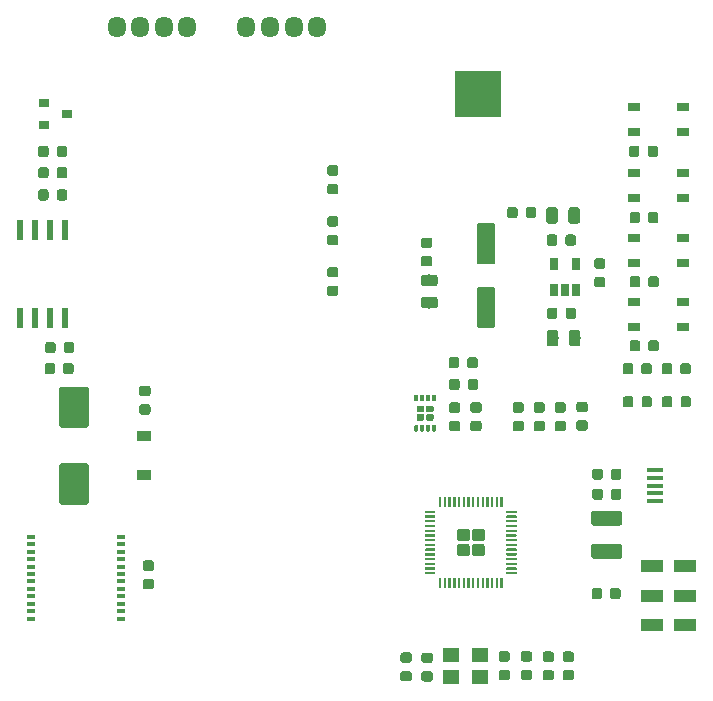
<source format=gtp>
G04 #@! TF.GenerationSoftware,KiCad,Pcbnew,(5.1.2)-1*
G04 #@! TF.CreationDate,2023-10-16T21:57:52+09:00*
G04 #@! TF.ProjectId,projectionball,70726f6a-6563-4746-996f-6e62616c6c2e,7.4*
G04 #@! TF.SameCoordinates,Original*
G04 #@! TF.FileFunction,Paste,Top*
G04 #@! TF.FilePolarity,Positive*
%FSLAX46Y46*%
G04 Gerber Fmt 4.6, Leading zero omitted, Abs format (unit mm)*
G04 Created by KiCad (PCBNEW (5.1.2)-1) date 2023-10-16 21:57:52*
%MOMM*%
%LPD*%
G04 APERTURE LIST*
%ADD10R,1.850000X1.000000*%
%ADD11R,0.550000X1.750000*%
%ADD12C,0.100000*%
%ADD13C,0.875000*%
%ADD14C,1.600000*%
%ADD15R,0.900000X0.800000*%
%ADD16O,1.524000X1.800000*%
%ADD17C,0.975000*%
%ADD18C,0.560000*%
%ADD19C,0.350000*%
%ADD20C,0.200000*%
%ADD21C,1.084435*%
%ADD22R,1.400000X1.200000*%
%ADD23R,1.050000X0.650000*%
%ADD24R,4.000000X4.000000*%
%ADD25C,2.500000*%
%ADD26C,1.250000*%
%ADD27R,0.762000X0.406400*%
%ADD28R,1.350000X0.400000*%
%ADD29R,0.650000X1.060000*%
%ADD30R,1.200000X0.900000*%
G04 APERTURE END LIST*
D10*
X165430000Y-134770000D03*
X165430000Y-132270000D03*
X165430000Y-129770000D03*
X168230000Y-134770000D03*
X168230000Y-132270000D03*
X168230000Y-129770000D03*
D11*
X115755000Y-108710000D03*
X114485000Y-108710000D03*
X113215000Y-108710000D03*
X111945000Y-108710000D03*
X111945000Y-101310000D03*
X113215000Y-101310000D03*
X114485000Y-101310000D03*
X115755000Y-101310000D03*
D12*
G36*
X138687691Y-106013053D02*
G01*
X138708926Y-106016203D01*
X138729750Y-106021419D01*
X138749962Y-106028651D01*
X138769368Y-106037830D01*
X138787781Y-106048866D01*
X138805024Y-106061654D01*
X138820930Y-106076070D01*
X138835346Y-106091976D01*
X138848134Y-106109219D01*
X138859170Y-106127632D01*
X138868349Y-106147038D01*
X138875581Y-106167250D01*
X138880797Y-106188074D01*
X138883947Y-106209309D01*
X138885000Y-106230750D01*
X138885000Y-106668250D01*
X138883947Y-106689691D01*
X138880797Y-106710926D01*
X138875581Y-106731750D01*
X138868349Y-106751962D01*
X138859170Y-106771368D01*
X138848134Y-106789781D01*
X138835346Y-106807024D01*
X138820930Y-106822930D01*
X138805024Y-106837346D01*
X138787781Y-106850134D01*
X138769368Y-106861170D01*
X138749962Y-106870349D01*
X138729750Y-106877581D01*
X138708926Y-106882797D01*
X138687691Y-106885947D01*
X138666250Y-106887000D01*
X138153750Y-106887000D01*
X138132309Y-106885947D01*
X138111074Y-106882797D01*
X138090250Y-106877581D01*
X138070038Y-106870349D01*
X138050632Y-106861170D01*
X138032219Y-106850134D01*
X138014976Y-106837346D01*
X137999070Y-106822930D01*
X137984654Y-106807024D01*
X137971866Y-106789781D01*
X137960830Y-106771368D01*
X137951651Y-106751962D01*
X137944419Y-106731750D01*
X137939203Y-106710926D01*
X137936053Y-106689691D01*
X137935000Y-106668250D01*
X137935000Y-106230750D01*
X137936053Y-106209309D01*
X137939203Y-106188074D01*
X137944419Y-106167250D01*
X137951651Y-106147038D01*
X137960830Y-106127632D01*
X137971866Y-106109219D01*
X137984654Y-106091976D01*
X137999070Y-106076070D01*
X138014976Y-106061654D01*
X138032219Y-106048866D01*
X138050632Y-106037830D01*
X138070038Y-106028651D01*
X138090250Y-106021419D01*
X138111074Y-106016203D01*
X138132309Y-106013053D01*
X138153750Y-106012000D01*
X138666250Y-106012000D01*
X138687691Y-106013053D01*
X138687691Y-106013053D01*
G37*
D13*
X138410000Y-106449500D03*
D12*
G36*
X138687691Y-104438053D02*
G01*
X138708926Y-104441203D01*
X138729750Y-104446419D01*
X138749962Y-104453651D01*
X138769368Y-104462830D01*
X138787781Y-104473866D01*
X138805024Y-104486654D01*
X138820930Y-104501070D01*
X138835346Y-104516976D01*
X138848134Y-104534219D01*
X138859170Y-104552632D01*
X138868349Y-104572038D01*
X138875581Y-104592250D01*
X138880797Y-104613074D01*
X138883947Y-104634309D01*
X138885000Y-104655750D01*
X138885000Y-105093250D01*
X138883947Y-105114691D01*
X138880797Y-105135926D01*
X138875581Y-105156750D01*
X138868349Y-105176962D01*
X138859170Y-105196368D01*
X138848134Y-105214781D01*
X138835346Y-105232024D01*
X138820930Y-105247930D01*
X138805024Y-105262346D01*
X138787781Y-105275134D01*
X138769368Y-105286170D01*
X138749962Y-105295349D01*
X138729750Y-105302581D01*
X138708926Y-105307797D01*
X138687691Y-105310947D01*
X138666250Y-105312000D01*
X138153750Y-105312000D01*
X138132309Y-105310947D01*
X138111074Y-105307797D01*
X138090250Y-105302581D01*
X138070038Y-105295349D01*
X138050632Y-105286170D01*
X138032219Y-105275134D01*
X138014976Y-105262346D01*
X137999070Y-105247930D01*
X137984654Y-105232024D01*
X137971866Y-105214781D01*
X137960830Y-105196368D01*
X137951651Y-105176962D01*
X137944419Y-105156750D01*
X137939203Y-105135926D01*
X137936053Y-105114691D01*
X137935000Y-105093250D01*
X137935000Y-104655750D01*
X137936053Y-104634309D01*
X137939203Y-104613074D01*
X137944419Y-104592250D01*
X137951651Y-104572038D01*
X137960830Y-104552632D01*
X137971866Y-104534219D01*
X137984654Y-104516976D01*
X137999070Y-104501070D01*
X138014976Y-104486654D01*
X138032219Y-104473866D01*
X138050632Y-104462830D01*
X138070038Y-104453651D01*
X138090250Y-104446419D01*
X138111074Y-104441203D01*
X138132309Y-104438053D01*
X138153750Y-104437000D01*
X138666250Y-104437000D01*
X138687691Y-104438053D01*
X138687691Y-104438053D01*
G37*
D13*
X138410000Y-104874500D03*
D12*
G36*
X138687691Y-100131053D02*
G01*
X138708926Y-100134203D01*
X138729750Y-100139419D01*
X138749962Y-100146651D01*
X138769368Y-100155830D01*
X138787781Y-100166866D01*
X138805024Y-100179654D01*
X138820930Y-100194070D01*
X138835346Y-100209976D01*
X138848134Y-100227219D01*
X138859170Y-100245632D01*
X138868349Y-100265038D01*
X138875581Y-100285250D01*
X138880797Y-100306074D01*
X138883947Y-100327309D01*
X138885000Y-100348750D01*
X138885000Y-100786250D01*
X138883947Y-100807691D01*
X138880797Y-100828926D01*
X138875581Y-100849750D01*
X138868349Y-100869962D01*
X138859170Y-100889368D01*
X138848134Y-100907781D01*
X138835346Y-100925024D01*
X138820930Y-100940930D01*
X138805024Y-100955346D01*
X138787781Y-100968134D01*
X138769368Y-100979170D01*
X138749962Y-100988349D01*
X138729750Y-100995581D01*
X138708926Y-101000797D01*
X138687691Y-101003947D01*
X138666250Y-101005000D01*
X138153750Y-101005000D01*
X138132309Y-101003947D01*
X138111074Y-101000797D01*
X138090250Y-100995581D01*
X138070038Y-100988349D01*
X138050632Y-100979170D01*
X138032219Y-100968134D01*
X138014976Y-100955346D01*
X137999070Y-100940930D01*
X137984654Y-100925024D01*
X137971866Y-100907781D01*
X137960830Y-100889368D01*
X137951651Y-100869962D01*
X137944419Y-100849750D01*
X137939203Y-100828926D01*
X137936053Y-100807691D01*
X137935000Y-100786250D01*
X137935000Y-100348750D01*
X137936053Y-100327309D01*
X137939203Y-100306074D01*
X137944419Y-100285250D01*
X137951651Y-100265038D01*
X137960830Y-100245632D01*
X137971866Y-100227219D01*
X137984654Y-100209976D01*
X137999070Y-100194070D01*
X138014976Y-100179654D01*
X138032219Y-100166866D01*
X138050632Y-100155830D01*
X138070038Y-100146651D01*
X138090250Y-100139419D01*
X138111074Y-100134203D01*
X138132309Y-100131053D01*
X138153750Y-100130000D01*
X138666250Y-100130000D01*
X138687691Y-100131053D01*
X138687691Y-100131053D01*
G37*
D13*
X138410000Y-100567500D03*
D12*
G36*
X138687691Y-101706053D02*
G01*
X138708926Y-101709203D01*
X138729750Y-101714419D01*
X138749962Y-101721651D01*
X138769368Y-101730830D01*
X138787781Y-101741866D01*
X138805024Y-101754654D01*
X138820930Y-101769070D01*
X138835346Y-101784976D01*
X138848134Y-101802219D01*
X138859170Y-101820632D01*
X138868349Y-101840038D01*
X138875581Y-101860250D01*
X138880797Y-101881074D01*
X138883947Y-101902309D01*
X138885000Y-101923750D01*
X138885000Y-102361250D01*
X138883947Y-102382691D01*
X138880797Y-102403926D01*
X138875581Y-102424750D01*
X138868349Y-102444962D01*
X138859170Y-102464368D01*
X138848134Y-102482781D01*
X138835346Y-102500024D01*
X138820930Y-102515930D01*
X138805024Y-102530346D01*
X138787781Y-102543134D01*
X138769368Y-102554170D01*
X138749962Y-102563349D01*
X138729750Y-102570581D01*
X138708926Y-102575797D01*
X138687691Y-102578947D01*
X138666250Y-102580000D01*
X138153750Y-102580000D01*
X138132309Y-102578947D01*
X138111074Y-102575797D01*
X138090250Y-102570581D01*
X138070038Y-102563349D01*
X138050632Y-102554170D01*
X138032219Y-102543134D01*
X138014976Y-102530346D01*
X137999070Y-102515930D01*
X137984654Y-102500024D01*
X137971866Y-102482781D01*
X137960830Y-102464368D01*
X137951651Y-102444962D01*
X137944419Y-102424750D01*
X137939203Y-102403926D01*
X137936053Y-102382691D01*
X137935000Y-102361250D01*
X137935000Y-101923750D01*
X137936053Y-101902309D01*
X137939203Y-101881074D01*
X137944419Y-101860250D01*
X137951651Y-101840038D01*
X137960830Y-101820632D01*
X137971866Y-101802219D01*
X137984654Y-101784976D01*
X137999070Y-101769070D01*
X138014976Y-101754654D01*
X138032219Y-101741866D01*
X138050632Y-101730830D01*
X138070038Y-101721651D01*
X138090250Y-101714419D01*
X138111074Y-101709203D01*
X138132309Y-101706053D01*
X138153750Y-101705000D01*
X138666250Y-101705000D01*
X138687691Y-101706053D01*
X138687691Y-101706053D01*
G37*
D13*
X138410000Y-102142500D03*
D12*
G36*
X138687691Y-95823553D02*
G01*
X138708926Y-95826703D01*
X138729750Y-95831919D01*
X138749962Y-95839151D01*
X138769368Y-95848330D01*
X138787781Y-95859366D01*
X138805024Y-95872154D01*
X138820930Y-95886570D01*
X138835346Y-95902476D01*
X138848134Y-95919719D01*
X138859170Y-95938132D01*
X138868349Y-95957538D01*
X138875581Y-95977750D01*
X138880797Y-95998574D01*
X138883947Y-96019809D01*
X138885000Y-96041250D01*
X138885000Y-96478750D01*
X138883947Y-96500191D01*
X138880797Y-96521426D01*
X138875581Y-96542250D01*
X138868349Y-96562462D01*
X138859170Y-96581868D01*
X138848134Y-96600281D01*
X138835346Y-96617524D01*
X138820930Y-96633430D01*
X138805024Y-96647846D01*
X138787781Y-96660634D01*
X138769368Y-96671670D01*
X138749962Y-96680849D01*
X138729750Y-96688081D01*
X138708926Y-96693297D01*
X138687691Y-96696447D01*
X138666250Y-96697500D01*
X138153750Y-96697500D01*
X138132309Y-96696447D01*
X138111074Y-96693297D01*
X138090250Y-96688081D01*
X138070038Y-96680849D01*
X138050632Y-96671670D01*
X138032219Y-96660634D01*
X138014976Y-96647846D01*
X137999070Y-96633430D01*
X137984654Y-96617524D01*
X137971866Y-96600281D01*
X137960830Y-96581868D01*
X137951651Y-96562462D01*
X137944419Y-96542250D01*
X137939203Y-96521426D01*
X137936053Y-96500191D01*
X137935000Y-96478750D01*
X137935000Y-96041250D01*
X137936053Y-96019809D01*
X137939203Y-95998574D01*
X137944419Y-95977750D01*
X137951651Y-95957538D01*
X137960830Y-95938132D01*
X137971866Y-95919719D01*
X137984654Y-95902476D01*
X137999070Y-95886570D01*
X138014976Y-95872154D01*
X138032219Y-95859366D01*
X138050632Y-95848330D01*
X138070038Y-95839151D01*
X138090250Y-95831919D01*
X138111074Y-95826703D01*
X138132309Y-95823553D01*
X138153750Y-95822500D01*
X138666250Y-95822500D01*
X138687691Y-95823553D01*
X138687691Y-95823553D01*
G37*
D13*
X138410000Y-96260000D03*
D12*
G36*
X138687691Y-97398553D02*
G01*
X138708926Y-97401703D01*
X138729750Y-97406919D01*
X138749962Y-97414151D01*
X138769368Y-97423330D01*
X138787781Y-97434366D01*
X138805024Y-97447154D01*
X138820930Y-97461570D01*
X138835346Y-97477476D01*
X138848134Y-97494719D01*
X138859170Y-97513132D01*
X138868349Y-97532538D01*
X138875581Y-97552750D01*
X138880797Y-97573574D01*
X138883947Y-97594809D01*
X138885000Y-97616250D01*
X138885000Y-98053750D01*
X138883947Y-98075191D01*
X138880797Y-98096426D01*
X138875581Y-98117250D01*
X138868349Y-98137462D01*
X138859170Y-98156868D01*
X138848134Y-98175281D01*
X138835346Y-98192524D01*
X138820930Y-98208430D01*
X138805024Y-98222846D01*
X138787781Y-98235634D01*
X138769368Y-98246670D01*
X138749962Y-98255849D01*
X138729750Y-98263081D01*
X138708926Y-98268297D01*
X138687691Y-98271447D01*
X138666250Y-98272500D01*
X138153750Y-98272500D01*
X138132309Y-98271447D01*
X138111074Y-98268297D01*
X138090250Y-98263081D01*
X138070038Y-98255849D01*
X138050632Y-98246670D01*
X138032219Y-98235634D01*
X138014976Y-98222846D01*
X137999070Y-98208430D01*
X137984654Y-98192524D01*
X137971866Y-98175281D01*
X137960830Y-98156868D01*
X137951651Y-98137462D01*
X137944419Y-98117250D01*
X137939203Y-98096426D01*
X137936053Y-98075191D01*
X137935000Y-98053750D01*
X137935000Y-97616250D01*
X137936053Y-97594809D01*
X137939203Y-97573574D01*
X137944419Y-97552750D01*
X137951651Y-97532538D01*
X137960830Y-97513132D01*
X137971866Y-97494719D01*
X137984654Y-97477476D01*
X137999070Y-97461570D01*
X138014976Y-97447154D01*
X138032219Y-97434366D01*
X138050632Y-97423330D01*
X138070038Y-97414151D01*
X138090250Y-97406919D01*
X138111074Y-97401703D01*
X138132309Y-97398553D01*
X138153750Y-97397500D01*
X138666250Y-97397500D01*
X138687691Y-97398553D01*
X138687691Y-97398553D01*
G37*
D13*
X138410000Y-97835000D03*
D12*
G36*
X151958504Y-106107204D02*
G01*
X151982773Y-106110804D01*
X152006571Y-106116765D01*
X152029671Y-106125030D01*
X152051849Y-106135520D01*
X152072893Y-106148133D01*
X152092598Y-106162747D01*
X152110777Y-106179223D01*
X152127253Y-106197402D01*
X152141867Y-106217107D01*
X152154480Y-106238151D01*
X152164970Y-106260329D01*
X152173235Y-106283429D01*
X152179196Y-106307227D01*
X152182796Y-106331496D01*
X152184000Y-106356000D01*
X152184000Y-109356000D01*
X152182796Y-109380504D01*
X152179196Y-109404773D01*
X152173235Y-109428571D01*
X152164970Y-109451671D01*
X152154480Y-109473849D01*
X152141867Y-109494893D01*
X152127253Y-109514598D01*
X152110777Y-109532777D01*
X152092598Y-109549253D01*
X152072893Y-109563867D01*
X152051849Y-109576480D01*
X152029671Y-109586970D01*
X152006571Y-109595235D01*
X151982773Y-109601196D01*
X151958504Y-109604796D01*
X151934000Y-109606000D01*
X150834000Y-109606000D01*
X150809496Y-109604796D01*
X150785227Y-109601196D01*
X150761429Y-109595235D01*
X150738329Y-109586970D01*
X150716151Y-109576480D01*
X150695107Y-109563867D01*
X150675402Y-109549253D01*
X150657223Y-109532777D01*
X150640747Y-109514598D01*
X150626133Y-109494893D01*
X150613520Y-109473849D01*
X150603030Y-109451671D01*
X150594765Y-109428571D01*
X150588804Y-109404773D01*
X150585204Y-109380504D01*
X150584000Y-109356000D01*
X150584000Y-106356000D01*
X150585204Y-106331496D01*
X150588804Y-106307227D01*
X150594765Y-106283429D01*
X150603030Y-106260329D01*
X150613520Y-106238151D01*
X150626133Y-106217107D01*
X150640747Y-106197402D01*
X150657223Y-106179223D01*
X150675402Y-106162747D01*
X150695107Y-106148133D01*
X150716151Y-106135520D01*
X150738329Y-106125030D01*
X150761429Y-106116765D01*
X150785227Y-106110804D01*
X150809496Y-106107204D01*
X150834000Y-106106000D01*
X151934000Y-106106000D01*
X151958504Y-106107204D01*
X151958504Y-106107204D01*
G37*
D14*
X151384000Y-107856000D03*
D12*
G36*
X151958504Y-100707204D02*
G01*
X151982773Y-100710804D01*
X152006571Y-100716765D01*
X152029671Y-100725030D01*
X152051849Y-100735520D01*
X152072893Y-100748133D01*
X152092598Y-100762747D01*
X152110777Y-100779223D01*
X152127253Y-100797402D01*
X152141867Y-100817107D01*
X152154480Y-100838151D01*
X152164970Y-100860329D01*
X152173235Y-100883429D01*
X152179196Y-100907227D01*
X152182796Y-100931496D01*
X152184000Y-100956000D01*
X152184000Y-103956000D01*
X152182796Y-103980504D01*
X152179196Y-104004773D01*
X152173235Y-104028571D01*
X152164970Y-104051671D01*
X152154480Y-104073849D01*
X152141867Y-104094893D01*
X152127253Y-104114598D01*
X152110777Y-104132777D01*
X152092598Y-104149253D01*
X152072893Y-104163867D01*
X152051849Y-104176480D01*
X152029671Y-104186970D01*
X152006571Y-104195235D01*
X151982773Y-104201196D01*
X151958504Y-104204796D01*
X151934000Y-104206000D01*
X150834000Y-104206000D01*
X150809496Y-104204796D01*
X150785227Y-104201196D01*
X150761429Y-104195235D01*
X150738329Y-104186970D01*
X150716151Y-104176480D01*
X150695107Y-104163867D01*
X150675402Y-104149253D01*
X150657223Y-104132777D01*
X150640747Y-104114598D01*
X150626133Y-104094893D01*
X150613520Y-104073849D01*
X150603030Y-104051671D01*
X150594765Y-104028571D01*
X150588804Y-104004773D01*
X150585204Y-103980504D01*
X150584000Y-103956000D01*
X150584000Y-100956000D01*
X150585204Y-100931496D01*
X150588804Y-100907227D01*
X150594765Y-100883429D01*
X150603030Y-100860329D01*
X150613520Y-100838151D01*
X150626133Y-100817107D01*
X150640747Y-100797402D01*
X150657223Y-100779223D01*
X150675402Y-100762747D01*
X150695107Y-100748133D01*
X150716151Y-100735520D01*
X150738329Y-100725030D01*
X150761429Y-100716765D01*
X150785227Y-100710804D01*
X150809496Y-100707204D01*
X150834000Y-100706000D01*
X151934000Y-100706000D01*
X151958504Y-100707204D01*
X151958504Y-100707204D01*
G37*
D14*
X151384000Y-102456000D03*
D15*
X115917000Y-91500000D03*
X113917000Y-92450000D03*
X113917000Y-90550000D03*
D12*
G36*
X122777691Y-116063053D02*
G01*
X122798926Y-116066203D01*
X122819750Y-116071419D01*
X122839962Y-116078651D01*
X122859368Y-116087830D01*
X122877781Y-116098866D01*
X122895024Y-116111654D01*
X122910930Y-116126070D01*
X122925346Y-116141976D01*
X122938134Y-116159219D01*
X122949170Y-116177632D01*
X122958349Y-116197038D01*
X122965581Y-116217250D01*
X122970797Y-116238074D01*
X122973947Y-116259309D01*
X122975000Y-116280750D01*
X122975000Y-116718250D01*
X122973947Y-116739691D01*
X122970797Y-116760926D01*
X122965581Y-116781750D01*
X122958349Y-116801962D01*
X122949170Y-116821368D01*
X122938134Y-116839781D01*
X122925346Y-116857024D01*
X122910930Y-116872930D01*
X122895024Y-116887346D01*
X122877781Y-116900134D01*
X122859368Y-116911170D01*
X122839962Y-116920349D01*
X122819750Y-116927581D01*
X122798926Y-116932797D01*
X122777691Y-116935947D01*
X122756250Y-116937000D01*
X122243750Y-116937000D01*
X122222309Y-116935947D01*
X122201074Y-116932797D01*
X122180250Y-116927581D01*
X122160038Y-116920349D01*
X122140632Y-116911170D01*
X122122219Y-116900134D01*
X122104976Y-116887346D01*
X122089070Y-116872930D01*
X122074654Y-116857024D01*
X122061866Y-116839781D01*
X122050830Y-116821368D01*
X122041651Y-116801962D01*
X122034419Y-116781750D01*
X122029203Y-116760926D01*
X122026053Y-116739691D01*
X122025000Y-116718250D01*
X122025000Y-116280750D01*
X122026053Y-116259309D01*
X122029203Y-116238074D01*
X122034419Y-116217250D01*
X122041651Y-116197038D01*
X122050830Y-116177632D01*
X122061866Y-116159219D01*
X122074654Y-116141976D01*
X122089070Y-116126070D01*
X122104976Y-116111654D01*
X122122219Y-116098866D01*
X122140632Y-116087830D01*
X122160038Y-116078651D01*
X122180250Y-116071419D01*
X122201074Y-116066203D01*
X122222309Y-116063053D01*
X122243750Y-116062000D01*
X122756250Y-116062000D01*
X122777691Y-116063053D01*
X122777691Y-116063053D01*
G37*
D13*
X122500000Y-116499500D03*
D12*
G36*
X122777691Y-114488053D02*
G01*
X122798926Y-114491203D01*
X122819750Y-114496419D01*
X122839962Y-114503651D01*
X122859368Y-114512830D01*
X122877781Y-114523866D01*
X122895024Y-114536654D01*
X122910930Y-114551070D01*
X122925346Y-114566976D01*
X122938134Y-114584219D01*
X122949170Y-114602632D01*
X122958349Y-114622038D01*
X122965581Y-114642250D01*
X122970797Y-114663074D01*
X122973947Y-114684309D01*
X122975000Y-114705750D01*
X122975000Y-115143250D01*
X122973947Y-115164691D01*
X122970797Y-115185926D01*
X122965581Y-115206750D01*
X122958349Y-115226962D01*
X122949170Y-115246368D01*
X122938134Y-115264781D01*
X122925346Y-115282024D01*
X122910930Y-115297930D01*
X122895024Y-115312346D01*
X122877781Y-115325134D01*
X122859368Y-115336170D01*
X122839962Y-115345349D01*
X122819750Y-115352581D01*
X122798926Y-115357797D01*
X122777691Y-115360947D01*
X122756250Y-115362000D01*
X122243750Y-115362000D01*
X122222309Y-115360947D01*
X122201074Y-115357797D01*
X122180250Y-115352581D01*
X122160038Y-115345349D01*
X122140632Y-115336170D01*
X122122219Y-115325134D01*
X122104976Y-115312346D01*
X122089070Y-115297930D01*
X122074654Y-115282024D01*
X122061866Y-115264781D01*
X122050830Y-115246368D01*
X122041651Y-115226962D01*
X122034419Y-115206750D01*
X122029203Y-115185926D01*
X122026053Y-115164691D01*
X122025000Y-115143250D01*
X122025000Y-114705750D01*
X122026053Y-114684309D01*
X122029203Y-114663074D01*
X122034419Y-114642250D01*
X122041651Y-114622038D01*
X122050830Y-114602632D01*
X122061866Y-114584219D01*
X122074654Y-114566976D01*
X122089070Y-114551070D01*
X122104976Y-114536654D01*
X122122219Y-114523866D01*
X122140632Y-114512830D01*
X122160038Y-114503651D01*
X122180250Y-114496419D01*
X122201074Y-114491203D01*
X122222309Y-114488053D01*
X122243750Y-114487000D01*
X122756250Y-114487000D01*
X122777691Y-114488053D01*
X122777691Y-114488053D01*
G37*
D13*
X122500000Y-114924500D03*
D12*
G36*
X153858691Y-99348053D02*
G01*
X153879926Y-99351203D01*
X153900750Y-99356419D01*
X153920962Y-99363651D01*
X153940368Y-99372830D01*
X153958781Y-99383866D01*
X153976024Y-99396654D01*
X153991930Y-99411070D01*
X154006346Y-99426976D01*
X154019134Y-99444219D01*
X154030170Y-99462632D01*
X154039349Y-99482038D01*
X154046581Y-99502250D01*
X154051797Y-99523074D01*
X154054947Y-99544309D01*
X154056000Y-99565750D01*
X154056000Y-100078250D01*
X154054947Y-100099691D01*
X154051797Y-100120926D01*
X154046581Y-100141750D01*
X154039349Y-100161962D01*
X154030170Y-100181368D01*
X154019134Y-100199781D01*
X154006346Y-100217024D01*
X153991930Y-100232930D01*
X153976024Y-100247346D01*
X153958781Y-100260134D01*
X153940368Y-100271170D01*
X153920962Y-100280349D01*
X153900750Y-100287581D01*
X153879926Y-100292797D01*
X153858691Y-100295947D01*
X153837250Y-100297000D01*
X153399750Y-100297000D01*
X153378309Y-100295947D01*
X153357074Y-100292797D01*
X153336250Y-100287581D01*
X153316038Y-100280349D01*
X153296632Y-100271170D01*
X153278219Y-100260134D01*
X153260976Y-100247346D01*
X153245070Y-100232930D01*
X153230654Y-100217024D01*
X153217866Y-100199781D01*
X153206830Y-100181368D01*
X153197651Y-100161962D01*
X153190419Y-100141750D01*
X153185203Y-100120926D01*
X153182053Y-100099691D01*
X153181000Y-100078250D01*
X153181000Y-99565750D01*
X153182053Y-99544309D01*
X153185203Y-99523074D01*
X153190419Y-99502250D01*
X153197651Y-99482038D01*
X153206830Y-99462632D01*
X153217866Y-99444219D01*
X153230654Y-99426976D01*
X153245070Y-99411070D01*
X153260976Y-99396654D01*
X153278219Y-99383866D01*
X153296632Y-99372830D01*
X153316038Y-99363651D01*
X153336250Y-99356419D01*
X153357074Y-99351203D01*
X153378309Y-99348053D01*
X153399750Y-99347000D01*
X153837250Y-99347000D01*
X153858691Y-99348053D01*
X153858691Y-99348053D01*
G37*
D13*
X153618500Y-99822000D03*
D12*
G36*
X155433691Y-99348053D02*
G01*
X155454926Y-99351203D01*
X155475750Y-99356419D01*
X155495962Y-99363651D01*
X155515368Y-99372830D01*
X155533781Y-99383866D01*
X155551024Y-99396654D01*
X155566930Y-99411070D01*
X155581346Y-99426976D01*
X155594134Y-99444219D01*
X155605170Y-99462632D01*
X155614349Y-99482038D01*
X155621581Y-99502250D01*
X155626797Y-99523074D01*
X155629947Y-99544309D01*
X155631000Y-99565750D01*
X155631000Y-100078250D01*
X155629947Y-100099691D01*
X155626797Y-100120926D01*
X155621581Y-100141750D01*
X155614349Y-100161962D01*
X155605170Y-100181368D01*
X155594134Y-100199781D01*
X155581346Y-100217024D01*
X155566930Y-100232930D01*
X155551024Y-100247346D01*
X155533781Y-100260134D01*
X155515368Y-100271170D01*
X155495962Y-100280349D01*
X155475750Y-100287581D01*
X155454926Y-100292797D01*
X155433691Y-100295947D01*
X155412250Y-100297000D01*
X154974750Y-100297000D01*
X154953309Y-100295947D01*
X154932074Y-100292797D01*
X154911250Y-100287581D01*
X154891038Y-100280349D01*
X154871632Y-100271170D01*
X154853219Y-100260134D01*
X154835976Y-100247346D01*
X154820070Y-100232930D01*
X154805654Y-100217024D01*
X154792866Y-100199781D01*
X154781830Y-100181368D01*
X154772651Y-100161962D01*
X154765419Y-100141750D01*
X154760203Y-100120926D01*
X154757053Y-100099691D01*
X154756000Y-100078250D01*
X154756000Y-99565750D01*
X154757053Y-99544309D01*
X154760203Y-99523074D01*
X154765419Y-99502250D01*
X154772651Y-99482038D01*
X154781830Y-99462632D01*
X154792866Y-99444219D01*
X154805654Y-99426976D01*
X154820070Y-99411070D01*
X154835976Y-99396654D01*
X154853219Y-99383866D01*
X154871632Y-99372830D01*
X154891038Y-99363651D01*
X154911250Y-99356419D01*
X154932074Y-99351203D01*
X154953309Y-99348053D01*
X154974750Y-99347000D01*
X155412250Y-99347000D01*
X155433691Y-99348053D01*
X155433691Y-99348053D01*
G37*
D13*
X155193500Y-99822000D03*
D16*
X126100000Y-84100000D03*
X124100000Y-84100000D03*
X122100000Y-84100000D03*
X120100000Y-84100000D03*
X137100000Y-84100000D03*
X135100000Y-84100000D03*
X133100000Y-84100000D03*
X131100000Y-84100000D03*
D12*
G36*
X147070142Y-106959174D02*
G01*
X147093803Y-106962684D01*
X147117007Y-106968496D01*
X147139529Y-106976554D01*
X147161153Y-106986782D01*
X147181670Y-106999079D01*
X147200883Y-107013329D01*
X147218607Y-107029393D01*
X147234671Y-107047117D01*
X147248921Y-107066330D01*
X147261218Y-107086847D01*
X147271446Y-107108471D01*
X147279504Y-107130993D01*
X147285316Y-107154197D01*
X147288826Y-107177858D01*
X147290000Y-107201750D01*
X147290000Y-107689250D01*
X147288826Y-107713142D01*
X147285316Y-107736803D01*
X147279504Y-107760007D01*
X147271446Y-107782529D01*
X147261218Y-107804153D01*
X147248921Y-107824670D01*
X147234671Y-107843883D01*
X147218607Y-107861607D01*
X147200883Y-107877671D01*
X147181670Y-107891921D01*
X147161153Y-107904218D01*
X147139529Y-107914446D01*
X147117007Y-107922504D01*
X147093803Y-107928316D01*
X147070142Y-107931826D01*
X147046250Y-107933000D01*
X146133750Y-107933000D01*
X146109858Y-107931826D01*
X146086197Y-107928316D01*
X146062993Y-107922504D01*
X146040471Y-107914446D01*
X146018847Y-107904218D01*
X145998330Y-107891921D01*
X145979117Y-107877671D01*
X145961393Y-107861607D01*
X145945329Y-107843883D01*
X145931079Y-107824670D01*
X145918782Y-107804153D01*
X145908554Y-107782529D01*
X145900496Y-107760007D01*
X145894684Y-107736803D01*
X145891174Y-107713142D01*
X145890000Y-107689250D01*
X145890000Y-107201750D01*
X145891174Y-107177858D01*
X145894684Y-107154197D01*
X145900496Y-107130993D01*
X145908554Y-107108471D01*
X145918782Y-107086847D01*
X145931079Y-107066330D01*
X145945329Y-107047117D01*
X145961393Y-107029393D01*
X145979117Y-107013329D01*
X145998330Y-106999079D01*
X146018847Y-106986782D01*
X146040471Y-106976554D01*
X146062993Y-106968496D01*
X146086197Y-106962684D01*
X146109858Y-106959174D01*
X146133750Y-106958000D01*
X147046250Y-106958000D01*
X147070142Y-106959174D01*
X147070142Y-106959174D01*
G37*
D17*
X146590000Y-107445500D03*
D12*
G36*
X147070142Y-105084174D02*
G01*
X147093803Y-105087684D01*
X147117007Y-105093496D01*
X147139529Y-105101554D01*
X147161153Y-105111782D01*
X147181670Y-105124079D01*
X147200883Y-105138329D01*
X147218607Y-105154393D01*
X147234671Y-105172117D01*
X147248921Y-105191330D01*
X147261218Y-105211847D01*
X147271446Y-105233471D01*
X147279504Y-105255993D01*
X147285316Y-105279197D01*
X147288826Y-105302858D01*
X147290000Y-105326750D01*
X147290000Y-105814250D01*
X147288826Y-105838142D01*
X147285316Y-105861803D01*
X147279504Y-105885007D01*
X147271446Y-105907529D01*
X147261218Y-105929153D01*
X147248921Y-105949670D01*
X147234671Y-105968883D01*
X147218607Y-105986607D01*
X147200883Y-106002671D01*
X147181670Y-106016921D01*
X147161153Y-106029218D01*
X147139529Y-106039446D01*
X147117007Y-106047504D01*
X147093803Y-106053316D01*
X147070142Y-106056826D01*
X147046250Y-106058000D01*
X146133750Y-106058000D01*
X146109858Y-106056826D01*
X146086197Y-106053316D01*
X146062993Y-106047504D01*
X146040471Y-106039446D01*
X146018847Y-106029218D01*
X145998330Y-106016921D01*
X145979117Y-106002671D01*
X145961393Y-105986607D01*
X145945329Y-105968883D01*
X145931079Y-105949670D01*
X145918782Y-105929153D01*
X145908554Y-105907529D01*
X145900496Y-105885007D01*
X145894684Y-105861803D01*
X145891174Y-105838142D01*
X145890000Y-105814250D01*
X145890000Y-105326750D01*
X145891174Y-105302858D01*
X145894684Y-105279197D01*
X145900496Y-105255993D01*
X145908554Y-105233471D01*
X145918782Y-105211847D01*
X145931079Y-105191330D01*
X145945329Y-105172117D01*
X145961393Y-105154393D01*
X145979117Y-105138329D01*
X145998330Y-105124079D01*
X146018847Y-105111782D01*
X146040471Y-105101554D01*
X146062993Y-105093496D01*
X146086197Y-105087684D01*
X146109858Y-105084174D01*
X146133750Y-105083000D01*
X147046250Y-105083000D01*
X147070142Y-105084174D01*
X147070142Y-105084174D01*
G37*
D17*
X146590000Y-105570500D03*
D12*
G36*
X150807691Y-115886053D02*
G01*
X150828926Y-115889203D01*
X150849750Y-115894419D01*
X150869962Y-115901651D01*
X150889368Y-115910830D01*
X150907781Y-115921866D01*
X150925024Y-115934654D01*
X150940930Y-115949070D01*
X150955346Y-115964976D01*
X150968134Y-115982219D01*
X150979170Y-116000632D01*
X150988349Y-116020038D01*
X150995581Y-116040250D01*
X151000797Y-116061074D01*
X151003947Y-116082309D01*
X151005000Y-116103750D01*
X151005000Y-116541250D01*
X151003947Y-116562691D01*
X151000797Y-116583926D01*
X150995581Y-116604750D01*
X150988349Y-116624962D01*
X150979170Y-116644368D01*
X150968134Y-116662781D01*
X150955346Y-116680024D01*
X150940930Y-116695930D01*
X150925024Y-116710346D01*
X150907781Y-116723134D01*
X150889368Y-116734170D01*
X150869962Y-116743349D01*
X150849750Y-116750581D01*
X150828926Y-116755797D01*
X150807691Y-116758947D01*
X150786250Y-116760000D01*
X150273750Y-116760000D01*
X150252309Y-116758947D01*
X150231074Y-116755797D01*
X150210250Y-116750581D01*
X150190038Y-116743349D01*
X150170632Y-116734170D01*
X150152219Y-116723134D01*
X150134976Y-116710346D01*
X150119070Y-116695930D01*
X150104654Y-116680024D01*
X150091866Y-116662781D01*
X150080830Y-116644368D01*
X150071651Y-116624962D01*
X150064419Y-116604750D01*
X150059203Y-116583926D01*
X150056053Y-116562691D01*
X150055000Y-116541250D01*
X150055000Y-116103750D01*
X150056053Y-116082309D01*
X150059203Y-116061074D01*
X150064419Y-116040250D01*
X150071651Y-116020038D01*
X150080830Y-116000632D01*
X150091866Y-115982219D01*
X150104654Y-115964976D01*
X150119070Y-115949070D01*
X150134976Y-115934654D01*
X150152219Y-115921866D01*
X150170632Y-115910830D01*
X150190038Y-115901651D01*
X150210250Y-115894419D01*
X150231074Y-115889203D01*
X150252309Y-115886053D01*
X150273750Y-115885000D01*
X150786250Y-115885000D01*
X150807691Y-115886053D01*
X150807691Y-115886053D01*
G37*
D13*
X150530000Y-116322500D03*
D12*
G36*
X150807691Y-117461053D02*
G01*
X150828926Y-117464203D01*
X150849750Y-117469419D01*
X150869962Y-117476651D01*
X150889368Y-117485830D01*
X150907781Y-117496866D01*
X150925024Y-117509654D01*
X150940930Y-117524070D01*
X150955346Y-117539976D01*
X150968134Y-117557219D01*
X150979170Y-117575632D01*
X150988349Y-117595038D01*
X150995581Y-117615250D01*
X151000797Y-117636074D01*
X151003947Y-117657309D01*
X151005000Y-117678750D01*
X151005000Y-118116250D01*
X151003947Y-118137691D01*
X151000797Y-118158926D01*
X150995581Y-118179750D01*
X150988349Y-118199962D01*
X150979170Y-118219368D01*
X150968134Y-118237781D01*
X150955346Y-118255024D01*
X150940930Y-118270930D01*
X150925024Y-118285346D01*
X150907781Y-118298134D01*
X150889368Y-118309170D01*
X150869962Y-118318349D01*
X150849750Y-118325581D01*
X150828926Y-118330797D01*
X150807691Y-118333947D01*
X150786250Y-118335000D01*
X150273750Y-118335000D01*
X150252309Y-118333947D01*
X150231074Y-118330797D01*
X150210250Y-118325581D01*
X150190038Y-118318349D01*
X150170632Y-118309170D01*
X150152219Y-118298134D01*
X150134976Y-118285346D01*
X150119070Y-118270930D01*
X150104654Y-118255024D01*
X150091866Y-118237781D01*
X150080830Y-118219368D01*
X150071651Y-118199962D01*
X150064419Y-118179750D01*
X150059203Y-118158926D01*
X150056053Y-118137691D01*
X150055000Y-118116250D01*
X150055000Y-117678750D01*
X150056053Y-117657309D01*
X150059203Y-117636074D01*
X150064419Y-117615250D01*
X150071651Y-117595038D01*
X150080830Y-117575632D01*
X150091866Y-117557219D01*
X150104654Y-117539976D01*
X150119070Y-117524070D01*
X150134976Y-117509654D01*
X150152219Y-117496866D01*
X150170632Y-117485830D01*
X150190038Y-117476651D01*
X150210250Y-117469419D01*
X150231074Y-117464203D01*
X150252309Y-117461053D01*
X150273750Y-117460000D01*
X150786250Y-117460000D01*
X150807691Y-117461053D01*
X150807691Y-117461053D01*
G37*
D13*
X150530000Y-117897500D03*
D12*
G36*
X146813722Y-116180674D02*
G01*
X146827313Y-116182690D01*
X146840640Y-116186028D01*
X146853576Y-116190657D01*
X146865996Y-116196531D01*
X146877780Y-116203594D01*
X146888815Y-116211779D01*
X146898995Y-116221005D01*
X146908221Y-116231185D01*
X146916406Y-116242220D01*
X146923469Y-116254004D01*
X146929343Y-116266424D01*
X146933972Y-116279360D01*
X146937310Y-116292687D01*
X146939326Y-116306278D01*
X146940000Y-116320000D01*
X146940000Y-116600000D01*
X146939326Y-116613722D01*
X146937310Y-116627313D01*
X146933972Y-116640640D01*
X146929343Y-116653576D01*
X146923469Y-116665996D01*
X146916406Y-116677780D01*
X146908221Y-116688815D01*
X146898995Y-116698995D01*
X146888815Y-116708221D01*
X146877780Y-116716406D01*
X146865996Y-116723469D01*
X146853576Y-116729343D01*
X146840640Y-116733972D01*
X146827313Y-116737310D01*
X146813722Y-116739326D01*
X146800000Y-116740000D01*
X146440000Y-116740000D01*
X146426278Y-116739326D01*
X146412687Y-116737310D01*
X146399360Y-116733972D01*
X146386424Y-116729343D01*
X146374004Y-116723469D01*
X146362220Y-116716406D01*
X146351185Y-116708221D01*
X146341005Y-116698995D01*
X146331779Y-116688815D01*
X146323594Y-116677780D01*
X146316531Y-116665996D01*
X146310657Y-116653576D01*
X146306028Y-116640640D01*
X146302690Y-116627313D01*
X146300674Y-116613722D01*
X146300000Y-116600000D01*
X146300000Y-116320000D01*
X146300674Y-116306278D01*
X146302690Y-116292687D01*
X146306028Y-116279360D01*
X146310657Y-116266424D01*
X146316531Y-116254004D01*
X146323594Y-116242220D01*
X146331779Y-116231185D01*
X146341005Y-116221005D01*
X146351185Y-116211779D01*
X146362220Y-116203594D01*
X146374004Y-116196531D01*
X146386424Y-116190657D01*
X146399360Y-116186028D01*
X146412687Y-116182690D01*
X146426278Y-116180674D01*
X146440000Y-116180000D01*
X146800000Y-116180000D01*
X146813722Y-116180674D01*
X146813722Y-116180674D01*
G37*
D18*
X146620000Y-116460000D03*
D12*
G36*
X146013722Y-116180674D02*
G01*
X146027313Y-116182690D01*
X146040640Y-116186028D01*
X146053576Y-116190657D01*
X146065996Y-116196531D01*
X146077780Y-116203594D01*
X146088815Y-116211779D01*
X146098995Y-116221005D01*
X146108221Y-116231185D01*
X146116406Y-116242220D01*
X146123469Y-116254004D01*
X146129343Y-116266424D01*
X146133972Y-116279360D01*
X146137310Y-116292687D01*
X146139326Y-116306278D01*
X146140000Y-116320000D01*
X146140000Y-116600000D01*
X146139326Y-116613722D01*
X146137310Y-116627313D01*
X146133972Y-116640640D01*
X146129343Y-116653576D01*
X146123469Y-116665996D01*
X146116406Y-116677780D01*
X146108221Y-116688815D01*
X146098995Y-116698995D01*
X146088815Y-116708221D01*
X146077780Y-116716406D01*
X146065996Y-116723469D01*
X146053576Y-116729343D01*
X146040640Y-116733972D01*
X146027313Y-116737310D01*
X146013722Y-116739326D01*
X146000000Y-116740000D01*
X145640000Y-116740000D01*
X145626278Y-116739326D01*
X145612687Y-116737310D01*
X145599360Y-116733972D01*
X145586424Y-116729343D01*
X145574004Y-116723469D01*
X145562220Y-116716406D01*
X145551185Y-116708221D01*
X145541005Y-116698995D01*
X145531779Y-116688815D01*
X145523594Y-116677780D01*
X145516531Y-116665996D01*
X145510657Y-116653576D01*
X145506028Y-116640640D01*
X145502690Y-116627313D01*
X145500674Y-116613722D01*
X145500000Y-116600000D01*
X145500000Y-116320000D01*
X145500674Y-116306278D01*
X145502690Y-116292687D01*
X145506028Y-116279360D01*
X145510657Y-116266424D01*
X145516531Y-116254004D01*
X145523594Y-116242220D01*
X145531779Y-116231185D01*
X145541005Y-116221005D01*
X145551185Y-116211779D01*
X145562220Y-116203594D01*
X145574004Y-116196531D01*
X145586424Y-116190657D01*
X145599360Y-116186028D01*
X145612687Y-116182690D01*
X145626278Y-116180674D01*
X145640000Y-116180000D01*
X146000000Y-116180000D01*
X146013722Y-116180674D01*
X146013722Y-116180674D01*
G37*
D18*
X145820000Y-116460000D03*
D12*
G36*
X146813722Y-116880674D02*
G01*
X146827313Y-116882690D01*
X146840640Y-116886028D01*
X146853576Y-116890657D01*
X146865996Y-116896531D01*
X146877780Y-116903594D01*
X146888815Y-116911779D01*
X146898995Y-116921005D01*
X146908221Y-116931185D01*
X146916406Y-116942220D01*
X146923469Y-116954004D01*
X146929343Y-116966424D01*
X146933972Y-116979360D01*
X146937310Y-116992687D01*
X146939326Y-117006278D01*
X146940000Y-117020000D01*
X146940000Y-117300000D01*
X146939326Y-117313722D01*
X146937310Y-117327313D01*
X146933972Y-117340640D01*
X146929343Y-117353576D01*
X146923469Y-117365996D01*
X146916406Y-117377780D01*
X146908221Y-117388815D01*
X146898995Y-117398995D01*
X146888815Y-117408221D01*
X146877780Y-117416406D01*
X146865996Y-117423469D01*
X146853576Y-117429343D01*
X146840640Y-117433972D01*
X146827313Y-117437310D01*
X146813722Y-117439326D01*
X146800000Y-117440000D01*
X146440000Y-117440000D01*
X146426278Y-117439326D01*
X146412687Y-117437310D01*
X146399360Y-117433972D01*
X146386424Y-117429343D01*
X146374004Y-117423469D01*
X146362220Y-117416406D01*
X146351185Y-117408221D01*
X146341005Y-117398995D01*
X146331779Y-117388815D01*
X146323594Y-117377780D01*
X146316531Y-117365996D01*
X146310657Y-117353576D01*
X146306028Y-117340640D01*
X146302690Y-117327313D01*
X146300674Y-117313722D01*
X146300000Y-117300000D01*
X146300000Y-117020000D01*
X146300674Y-117006278D01*
X146302690Y-116992687D01*
X146306028Y-116979360D01*
X146310657Y-116966424D01*
X146316531Y-116954004D01*
X146323594Y-116942220D01*
X146331779Y-116931185D01*
X146341005Y-116921005D01*
X146351185Y-116911779D01*
X146362220Y-116903594D01*
X146374004Y-116896531D01*
X146386424Y-116890657D01*
X146399360Y-116886028D01*
X146412687Y-116882690D01*
X146426278Y-116880674D01*
X146440000Y-116880000D01*
X146800000Y-116880000D01*
X146813722Y-116880674D01*
X146813722Y-116880674D01*
G37*
D18*
X146620000Y-117160000D03*
D12*
G36*
X146013722Y-116880674D02*
G01*
X146027313Y-116882690D01*
X146040640Y-116886028D01*
X146053576Y-116890657D01*
X146065996Y-116896531D01*
X146077780Y-116903594D01*
X146088815Y-116911779D01*
X146098995Y-116921005D01*
X146108221Y-116931185D01*
X146116406Y-116942220D01*
X146123469Y-116954004D01*
X146129343Y-116966424D01*
X146133972Y-116979360D01*
X146137310Y-116992687D01*
X146139326Y-117006278D01*
X146140000Y-117020000D01*
X146140000Y-117300000D01*
X146139326Y-117313722D01*
X146137310Y-117327313D01*
X146133972Y-117340640D01*
X146129343Y-117353576D01*
X146123469Y-117365996D01*
X146116406Y-117377780D01*
X146108221Y-117388815D01*
X146098995Y-117398995D01*
X146088815Y-117408221D01*
X146077780Y-117416406D01*
X146065996Y-117423469D01*
X146053576Y-117429343D01*
X146040640Y-117433972D01*
X146027313Y-117437310D01*
X146013722Y-117439326D01*
X146000000Y-117440000D01*
X145640000Y-117440000D01*
X145626278Y-117439326D01*
X145612687Y-117437310D01*
X145599360Y-117433972D01*
X145586424Y-117429343D01*
X145574004Y-117423469D01*
X145562220Y-117416406D01*
X145551185Y-117408221D01*
X145541005Y-117398995D01*
X145531779Y-117388815D01*
X145523594Y-117377780D01*
X145516531Y-117365996D01*
X145510657Y-117353576D01*
X145506028Y-117340640D01*
X145502690Y-117327313D01*
X145500674Y-117313722D01*
X145500000Y-117300000D01*
X145500000Y-117020000D01*
X145500674Y-117006278D01*
X145502690Y-116992687D01*
X145506028Y-116979360D01*
X145510657Y-116966424D01*
X145516531Y-116954004D01*
X145523594Y-116942220D01*
X145531779Y-116931185D01*
X145541005Y-116921005D01*
X145551185Y-116911779D01*
X145562220Y-116903594D01*
X145574004Y-116896531D01*
X145586424Y-116890657D01*
X145599360Y-116886028D01*
X145612687Y-116882690D01*
X145626278Y-116880674D01*
X145640000Y-116880000D01*
X146000000Y-116880000D01*
X146013722Y-116880674D01*
X146013722Y-116880674D01*
G37*
D18*
X145820000Y-117160000D03*
D12*
G36*
X147066076Y-115260421D02*
G01*
X147074570Y-115261681D01*
X147082900Y-115263768D01*
X147090985Y-115266661D01*
X147098747Y-115270332D01*
X147106112Y-115274746D01*
X147113009Y-115279862D01*
X147119372Y-115285628D01*
X147125138Y-115291991D01*
X147130254Y-115298888D01*
X147134668Y-115306253D01*
X147138339Y-115314015D01*
X147141232Y-115322100D01*
X147143319Y-115330430D01*
X147144579Y-115338924D01*
X147145000Y-115347500D01*
X147145000Y-115697500D01*
X147144579Y-115706076D01*
X147143319Y-115714570D01*
X147141232Y-115722900D01*
X147138339Y-115730985D01*
X147134668Y-115738747D01*
X147130254Y-115746112D01*
X147125138Y-115753009D01*
X147119372Y-115759372D01*
X147113009Y-115765138D01*
X147106112Y-115770254D01*
X147098747Y-115774668D01*
X147090985Y-115778339D01*
X147082900Y-115781232D01*
X147074570Y-115783319D01*
X147066076Y-115784579D01*
X147057500Y-115785000D01*
X146882500Y-115785000D01*
X146873924Y-115784579D01*
X146865430Y-115783319D01*
X146857100Y-115781232D01*
X146849015Y-115778339D01*
X146841253Y-115774668D01*
X146833888Y-115770254D01*
X146826991Y-115765138D01*
X146820628Y-115759372D01*
X146814862Y-115753009D01*
X146809746Y-115746112D01*
X146805332Y-115738747D01*
X146801661Y-115730985D01*
X146798768Y-115722900D01*
X146796681Y-115714570D01*
X146795421Y-115706076D01*
X146795000Y-115697500D01*
X146795000Y-115347500D01*
X146795421Y-115338924D01*
X146796681Y-115330430D01*
X146798768Y-115322100D01*
X146801661Y-115314015D01*
X146805332Y-115306253D01*
X146809746Y-115298888D01*
X146814862Y-115291991D01*
X146820628Y-115285628D01*
X146826991Y-115279862D01*
X146833888Y-115274746D01*
X146841253Y-115270332D01*
X146849015Y-115266661D01*
X146857100Y-115263768D01*
X146865430Y-115261681D01*
X146873924Y-115260421D01*
X146882500Y-115260000D01*
X147057500Y-115260000D01*
X147066076Y-115260421D01*
X147066076Y-115260421D01*
G37*
D19*
X146970000Y-115522500D03*
D12*
G36*
X146566076Y-115260421D02*
G01*
X146574570Y-115261681D01*
X146582900Y-115263768D01*
X146590985Y-115266661D01*
X146598747Y-115270332D01*
X146606112Y-115274746D01*
X146613009Y-115279862D01*
X146619372Y-115285628D01*
X146625138Y-115291991D01*
X146630254Y-115298888D01*
X146634668Y-115306253D01*
X146638339Y-115314015D01*
X146641232Y-115322100D01*
X146643319Y-115330430D01*
X146644579Y-115338924D01*
X146645000Y-115347500D01*
X146645000Y-115697500D01*
X146644579Y-115706076D01*
X146643319Y-115714570D01*
X146641232Y-115722900D01*
X146638339Y-115730985D01*
X146634668Y-115738747D01*
X146630254Y-115746112D01*
X146625138Y-115753009D01*
X146619372Y-115759372D01*
X146613009Y-115765138D01*
X146606112Y-115770254D01*
X146598747Y-115774668D01*
X146590985Y-115778339D01*
X146582900Y-115781232D01*
X146574570Y-115783319D01*
X146566076Y-115784579D01*
X146557500Y-115785000D01*
X146382500Y-115785000D01*
X146373924Y-115784579D01*
X146365430Y-115783319D01*
X146357100Y-115781232D01*
X146349015Y-115778339D01*
X146341253Y-115774668D01*
X146333888Y-115770254D01*
X146326991Y-115765138D01*
X146320628Y-115759372D01*
X146314862Y-115753009D01*
X146309746Y-115746112D01*
X146305332Y-115738747D01*
X146301661Y-115730985D01*
X146298768Y-115722900D01*
X146296681Y-115714570D01*
X146295421Y-115706076D01*
X146295000Y-115697500D01*
X146295000Y-115347500D01*
X146295421Y-115338924D01*
X146296681Y-115330430D01*
X146298768Y-115322100D01*
X146301661Y-115314015D01*
X146305332Y-115306253D01*
X146309746Y-115298888D01*
X146314862Y-115291991D01*
X146320628Y-115285628D01*
X146326991Y-115279862D01*
X146333888Y-115274746D01*
X146341253Y-115270332D01*
X146349015Y-115266661D01*
X146357100Y-115263768D01*
X146365430Y-115261681D01*
X146373924Y-115260421D01*
X146382500Y-115260000D01*
X146557500Y-115260000D01*
X146566076Y-115260421D01*
X146566076Y-115260421D01*
G37*
D19*
X146470000Y-115522500D03*
D12*
G36*
X146066076Y-115260421D02*
G01*
X146074570Y-115261681D01*
X146082900Y-115263768D01*
X146090985Y-115266661D01*
X146098747Y-115270332D01*
X146106112Y-115274746D01*
X146113009Y-115279862D01*
X146119372Y-115285628D01*
X146125138Y-115291991D01*
X146130254Y-115298888D01*
X146134668Y-115306253D01*
X146138339Y-115314015D01*
X146141232Y-115322100D01*
X146143319Y-115330430D01*
X146144579Y-115338924D01*
X146145000Y-115347500D01*
X146145000Y-115697500D01*
X146144579Y-115706076D01*
X146143319Y-115714570D01*
X146141232Y-115722900D01*
X146138339Y-115730985D01*
X146134668Y-115738747D01*
X146130254Y-115746112D01*
X146125138Y-115753009D01*
X146119372Y-115759372D01*
X146113009Y-115765138D01*
X146106112Y-115770254D01*
X146098747Y-115774668D01*
X146090985Y-115778339D01*
X146082900Y-115781232D01*
X146074570Y-115783319D01*
X146066076Y-115784579D01*
X146057500Y-115785000D01*
X145882500Y-115785000D01*
X145873924Y-115784579D01*
X145865430Y-115783319D01*
X145857100Y-115781232D01*
X145849015Y-115778339D01*
X145841253Y-115774668D01*
X145833888Y-115770254D01*
X145826991Y-115765138D01*
X145820628Y-115759372D01*
X145814862Y-115753009D01*
X145809746Y-115746112D01*
X145805332Y-115738747D01*
X145801661Y-115730985D01*
X145798768Y-115722900D01*
X145796681Y-115714570D01*
X145795421Y-115706076D01*
X145795000Y-115697500D01*
X145795000Y-115347500D01*
X145795421Y-115338924D01*
X145796681Y-115330430D01*
X145798768Y-115322100D01*
X145801661Y-115314015D01*
X145805332Y-115306253D01*
X145809746Y-115298888D01*
X145814862Y-115291991D01*
X145820628Y-115285628D01*
X145826991Y-115279862D01*
X145833888Y-115274746D01*
X145841253Y-115270332D01*
X145849015Y-115266661D01*
X145857100Y-115263768D01*
X145865430Y-115261681D01*
X145873924Y-115260421D01*
X145882500Y-115260000D01*
X146057500Y-115260000D01*
X146066076Y-115260421D01*
X146066076Y-115260421D01*
G37*
D19*
X145970000Y-115522500D03*
D12*
G36*
X145566076Y-115260421D02*
G01*
X145574570Y-115261681D01*
X145582900Y-115263768D01*
X145590985Y-115266661D01*
X145598747Y-115270332D01*
X145606112Y-115274746D01*
X145613009Y-115279862D01*
X145619372Y-115285628D01*
X145625138Y-115291991D01*
X145630254Y-115298888D01*
X145634668Y-115306253D01*
X145638339Y-115314015D01*
X145641232Y-115322100D01*
X145643319Y-115330430D01*
X145644579Y-115338924D01*
X145645000Y-115347500D01*
X145645000Y-115697500D01*
X145644579Y-115706076D01*
X145643319Y-115714570D01*
X145641232Y-115722900D01*
X145638339Y-115730985D01*
X145634668Y-115738747D01*
X145630254Y-115746112D01*
X145625138Y-115753009D01*
X145619372Y-115759372D01*
X145613009Y-115765138D01*
X145606112Y-115770254D01*
X145598747Y-115774668D01*
X145590985Y-115778339D01*
X145582900Y-115781232D01*
X145574570Y-115783319D01*
X145566076Y-115784579D01*
X145557500Y-115785000D01*
X145382500Y-115785000D01*
X145373924Y-115784579D01*
X145365430Y-115783319D01*
X145357100Y-115781232D01*
X145349015Y-115778339D01*
X145341253Y-115774668D01*
X145333888Y-115770254D01*
X145326991Y-115765138D01*
X145320628Y-115759372D01*
X145314862Y-115753009D01*
X145309746Y-115746112D01*
X145305332Y-115738747D01*
X145301661Y-115730985D01*
X145298768Y-115722900D01*
X145296681Y-115714570D01*
X145295421Y-115706076D01*
X145295000Y-115697500D01*
X145295000Y-115347500D01*
X145295421Y-115338924D01*
X145296681Y-115330430D01*
X145298768Y-115322100D01*
X145301661Y-115314015D01*
X145305332Y-115306253D01*
X145309746Y-115298888D01*
X145314862Y-115291991D01*
X145320628Y-115285628D01*
X145326991Y-115279862D01*
X145333888Y-115274746D01*
X145341253Y-115270332D01*
X145349015Y-115266661D01*
X145357100Y-115263768D01*
X145365430Y-115261681D01*
X145373924Y-115260421D01*
X145382500Y-115260000D01*
X145557500Y-115260000D01*
X145566076Y-115260421D01*
X145566076Y-115260421D01*
G37*
D19*
X145470000Y-115522500D03*
D12*
G36*
X145566076Y-117835421D02*
G01*
X145574570Y-117836681D01*
X145582900Y-117838768D01*
X145590985Y-117841661D01*
X145598747Y-117845332D01*
X145606112Y-117849746D01*
X145613009Y-117854862D01*
X145619372Y-117860628D01*
X145625138Y-117866991D01*
X145630254Y-117873888D01*
X145634668Y-117881253D01*
X145638339Y-117889015D01*
X145641232Y-117897100D01*
X145643319Y-117905430D01*
X145644579Y-117913924D01*
X145645000Y-117922500D01*
X145645000Y-118272500D01*
X145644579Y-118281076D01*
X145643319Y-118289570D01*
X145641232Y-118297900D01*
X145638339Y-118305985D01*
X145634668Y-118313747D01*
X145630254Y-118321112D01*
X145625138Y-118328009D01*
X145619372Y-118334372D01*
X145613009Y-118340138D01*
X145606112Y-118345254D01*
X145598747Y-118349668D01*
X145590985Y-118353339D01*
X145582900Y-118356232D01*
X145574570Y-118358319D01*
X145566076Y-118359579D01*
X145557500Y-118360000D01*
X145382500Y-118360000D01*
X145373924Y-118359579D01*
X145365430Y-118358319D01*
X145357100Y-118356232D01*
X145349015Y-118353339D01*
X145341253Y-118349668D01*
X145333888Y-118345254D01*
X145326991Y-118340138D01*
X145320628Y-118334372D01*
X145314862Y-118328009D01*
X145309746Y-118321112D01*
X145305332Y-118313747D01*
X145301661Y-118305985D01*
X145298768Y-118297900D01*
X145296681Y-118289570D01*
X145295421Y-118281076D01*
X145295000Y-118272500D01*
X145295000Y-117922500D01*
X145295421Y-117913924D01*
X145296681Y-117905430D01*
X145298768Y-117897100D01*
X145301661Y-117889015D01*
X145305332Y-117881253D01*
X145309746Y-117873888D01*
X145314862Y-117866991D01*
X145320628Y-117860628D01*
X145326991Y-117854862D01*
X145333888Y-117849746D01*
X145341253Y-117845332D01*
X145349015Y-117841661D01*
X145357100Y-117838768D01*
X145365430Y-117836681D01*
X145373924Y-117835421D01*
X145382500Y-117835000D01*
X145557500Y-117835000D01*
X145566076Y-117835421D01*
X145566076Y-117835421D01*
G37*
D19*
X145470000Y-118097500D03*
D12*
G36*
X146066076Y-117835421D02*
G01*
X146074570Y-117836681D01*
X146082900Y-117838768D01*
X146090985Y-117841661D01*
X146098747Y-117845332D01*
X146106112Y-117849746D01*
X146113009Y-117854862D01*
X146119372Y-117860628D01*
X146125138Y-117866991D01*
X146130254Y-117873888D01*
X146134668Y-117881253D01*
X146138339Y-117889015D01*
X146141232Y-117897100D01*
X146143319Y-117905430D01*
X146144579Y-117913924D01*
X146145000Y-117922500D01*
X146145000Y-118272500D01*
X146144579Y-118281076D01*
X146143319Y-118289570D01*
X146141232Y-118297900D01*
X146138339Y-118305985D01*
X146134668Y-118313747D01*
X146130254Y-118321112D01*
X146125138Y-118328009D01*
X146119372Y-118334372D01*
X146113009Y-118340138D01*
X146106112Y-118345254D01*
X146098747Y-118349668D01*
X146090985Y-118353339D01*
X146082900Y-118356232D01*
X146074570Y-118358319D01*
X146066076Y-118359579D01*
X146057500Y-118360000D01*
X145882500Y-118360000D01*
X145873924Y-118359579D01*
X145865430Y-118358319D01*
X145857100Y-118356232D01*
X145849015Y-118353339D01*
X145841253Y-118349668D01*
X145833888Y-118345254D01*
X145826991Y-118340138D01*
X145820628Y-118334372D01*
X145814862Y-118328009D01*
X145809746Y-118321112D01*
X145805332Y-118313747D01*
X145801661Y-118305985D01*
X145798768Y-118297900D01*
X145796681Y-118289570D01*
X145795421Y-118281076D01*
X145795000Y-118272500D01*
X145795000Y-117922500D01*
X145795421Y-117913924D01*
X145796681Y-117905430D01*
X145798768Y-117897100D01*
X145801661Y-117889015D01*
X145805332Y-117881253D01*
X145809746Y-117873888D01*
X145814862Y-117866991D01*
X145820628Y-117860628D01*
X145826991Y-117854862D01*
X145833888Y-117849746D01*
X145841253Y-117845332D01*
X145849015Y-117841661D01*
X145857100Y-117838768D01*
X145865430Y-117836681D01*
X145873924Y-117835421D01*
X145882500Y-117835000D01*
X146057500Y-117835000D01*
X146066076Y-117835421D01*
X146066076Y-117835421D01*
G37*
D19*
X145970000Y-118097500D03*
D12*
G36*
X146566076Y-117835421D02*
G01*
X146574570Y-117836681D01*
X146582900Y-117838768D01*
X146590985Y-117841661D01*
X146598747Y-117845332D01*
X146606112Y-117849746D01*
X146613009Y-117854862D01*
X146619372Y-117860628D01*
X146625138Y-117866991D01*
X146630254Y-117873888D01*
X146634668Y-117881253D01*
X146638339Y-117889015D01*
X146641232Y-117897100D01*
X146643319Y-117905430D01*
X146644579Y-117913924D01*
X146645000Y-117922500D01*
X146645000Y-118272500D01*
X146644579Y-118281076D01*
X146643319Y-118289570D01*
X146641232Y-118297900D01*
X146638339Y-118305985D01*
X146634668Y-118313747D01*
X146630254Y-118321112D01*
X146625138Y-118328009D01*
X146619372Y-118334372D01*
X146613009Y-118340138D01*
X146606112Y-118345254D01*
X146598747Y-118349668D01*
X146590985Y-118353339D01*
X146582900Y-118356232D01*
X146574570Y-118358319D01*
X146566076Y-118359579D01*
X146557500Y-118360000D01*
X146382500Y-118360000D01*
X146373924Y-118359579D01*
X146365430Y-118358319D01*
X146357100Y-118356232D01*
X146349015Y-118353339D01*
X146341253Y-118349668D01*
X146333888Y-118345254D01*
X146326991Y-118340138D01*
X146320628Y-118334372D01*
X146314862Y-118328009D01*
X146309746Y-118321112D01*
X146305332Y-118313747D01*
X146301661Y-118305985D01*
X146298768Y-118297900D01*
X146296681Y-118289570D01*
X146295421Y-118281076D01*
X146295000Y-118272500D01*
X146295000Y-117922500D01*
X146295421Y-117913924D01*
X146296681Y-117905430D01*
X146298768Y-117897100D01*
X146301661Y-117889015D01*
X146305332Y-117881253D01*
X146309746Y-117873888D01*
X146314862Y-117866991D01*
X146320628Y-117860628D01*
X146326991Y-117854862D01*
X146333888Y-117849746D01*
X146341253Y-117845332D01*
X146349015Y-117841661D01*
X146357100Y-117838768D01*
X146365430Y-117836681D01*
X146373924Y-117835421D01*
X146382500Y-117835000D01*
X146557500Y-117835000D01*
X146566076Y-117835421D01*
X146566076Y-117835421D01*
G37*
D19*
X146470000Y-118097500D03*
D12*
G36*
X147066076Y-117835421D02*
G01*
X147074570Y-117836681D01*
X147082900Y-117838768D01*
X147090985Y-117841661D01*
X147098747Y-117845332D01*
X147106112Y-117849746D01*
X147113009Y-117854862D01*
X147119372Y-117860628D01*
X147125138Y-117866991D01*
X147130254Y-117873888D01*
X147134668Y-117881253D01*
X147138339Y-117889015D01*
X147141232Y-117897100D01*
X147143319Y-117905430D01*
X147144579Y-117913924D01*
X147145000Y-117922500D01*
X147145000Y-118272500D01*
X147144579Y-118281076D01*
X147143319Y-118289570D01*
X147141232Y-118297900D01*
X147138339Y-118305985D01*
X147134668Y-118313747D01*
X147130254Y-118321112D01*
X147125138Y-118328009D01*
X147119372Y-118334372D01*
X147113009Y-118340138D01*
X147106112Y-118345254D01*
X147098747Y-118349668D01*
X147090985Y-118353339D01*
X147082900Y-118356232D01*
X147074570Y-118358319D01*
X147066076Y-118359579D01*
X147057500Y-118360000D01*
X146882500Y-118360000D01*
X146873924Y-118359579D01*
X146865430Y-118358319D01*
X146857100Y-118356232D01*
X146849015Y-118353339D01*
X146841253Y-118349668D01*
X146833888Y-118345254D01*
X146826991Y-118340138D01*
X146820628Y-118334372D01*
X146814862Y-118328009D01*
X146809746Y-118321112D01*
X146805332Y-118313747D01*
X146801661Y-118305985D01*
X146798768Y-118297900D01*
X146796681Y-118289570D01*
X146795421Y-118281076D01*
X146795000Y-118272500D01*
X146795000Y-117922500D01*
X146795421Y-117913924D01*
X146796681Y-117905430D01*
X146798768Y-117897100D01*
X146801661Y-117889015D01*
X146805332Y-117881253D01*
X146809746Y-117873888D01*
X146814862Y-117866991D01*
X146820628Y-117860628D01*
X146826991Y-117854862D01*
X146833888Y-117849746D01*
X146841253Y-117845332D01*
X146849015Y-117841661D01*
X146857100Y-117838768D01*
X146865430Y-117836681D01*
X146873924Y-117835421D01*
X146882500Y-117835000D01*
X147057500Y-117835000D01*
X147066076Y-117835421D01*
X147066076Y-117835421D01*
G37*
D19*
X146970000Y-118097500D03*
D12*
G36*
X147554901Y-123887241D02*
G01*
X147559755Y-123887961D01*
X147564514Y-123889153D01*
X147569134Y-123890806D01*
X147573570Y-123892904D01*
X147577779Y-123895427D01*
X147581720Y-123898349D01*
X147585355Y-123901645D01*
X147588651Y-123905280D01*
X147591573Y-123909221D01*
X147594096Y-123913430D01*
X147596194Y-123917866D01*
X147597847Y-123922486D01*
X147599039Y-123927245D01*
X147599759Y-123932099D01*
X147600000Y-123937000D01*
X147600000Y-124712000D01*
X147599759Y-124716901D01*
X147599039Y-124721755D01*
X147597847Y-124726514D01*
X147596194Y-124731134D01*
X147594096Y-124735570D01*
X147591573Y-124739779D01*
X147588651Y-124743720D01*
X147585355Y-124747355D01*
X147581720Y-124750651D01*
X147577779Y-124753573D01*
X147573570Y-124756096D01*
X147569134Y-124758194D01*
X147564514Y-124759847D01*
X147559755Y-124761039D01*
X147554901Y-124761759D01*
X147550000Y-124762000D01*
X147450000Y-124762000D01*
X147445099Y-124761759D01*
X147440245Y-124761039D01*
X147435486Y-124759847D01*
X147430866Y-124758194D01*
X147426430Y-124756096D01*
X147422221Y-124753573D01*
X147418280Y-124750651D01*
X147414645Y-124747355D01*
X147411349Y-124743720D01*
X147408427Y-124739779D01*
X147405904Y-124735570D01*
X147403806Y-124731134D01*
X147402153Y-124726514D01*
X147400961Y-124721755D01*
X147400241Y-124716901D01*
X147400000Y-124712000D01*
X147400000Y-123937000D01*
X147400241Y-123932099D01*
X147400961Y-123927245D01*
X147402153Y-123922486D01*
X147403806Y-123917866D01*
X147405904Y-123913430D01*
X147408427Y-123909221D01*
X147411349Y-123905280D01*
X147414645Y-123901645D01*
X147418280Y-123898349D01*
X147422221Y-123895427D01*
X147426430Y-123892904D01*
X147430866Y-123890806D01*
X147435486Y-123889153D01*
X147440245Y-123887961D01*
X147445099Y-123887241D01*
X147450000Y-123887000D01*
X147550000Y-123887000D01*
X147554901Y-123887241D01*
X147554901Y-123887241D01*
G37*
D20*
X147500000Y-124324500D03*
D12*
G36*
X147954901Y-123887241D02*
G01*
X147959755Y-123887961D01*
X147964514Y-123889153D01*
X147969134Y-123890806D01*
X147973570Y-123892904D01*
X147977779Y-123895427D01*
X147981720Y-123898349D01*
X147985355Y-123901645D01*
X147988651Y-123905280D01*
X147991573Y-123909221D01*
X147994096Y-123913430D01*
X147996194Y-123917866D01*
X147997847Y-123922486D01*
X147999039Y-123927245D01*
X147999759Y-123932099D01*
X148000000Y-123937000D01*
X148000000Y-124712000D01*
X147999759Y-124716901D01*
X147999039Y-124721755D01*
X147997847Y-124726514D01*
X147996194Y-124731134D01*
X147994096Y-124735570D01*
X147991573Y-124739779D01*
X147988651Y-124743720D01*
X147985355Y-124747355D01*
X147981720Y-124750651D01*
X147977779Y-124753573D01*
X147973570Y-124756096D01*
X147969134Y-124758194D01*
X147964514Y-124759847D01*
X147959755Y-124761039D01*
X147954901Y-124761759D01*
X147950000Y-124762000D01*
X147850000Y-124762000D01*
X147845099Y-124761759D01*
X147840245Y-124761039D01*
X147835486Y-124759847D01*
X147830866Y-124758194D01*
X147826430Y-124756096D01*
X147822221Y-124753573D01*
X147818280Y-124750651D01*
X147814645Y-124747355D01*
X147811349Y-124743720D01*
X147808427Y-124739779D01*
X147805904Y-124735570D01*
X147803806Y-124731134D01*
X147802153Y-124726514D01*
X147800961Y-124721755D01*
X147800241Y-124716901D01*
X147800000Y-124712000D01*
X147800000Y-123937000D01*
X147800241Y-123932099D01*
X147800961Y-123927245D01*
X147802153Y-123922486D01*
X147803806Y-123917866D01*
X147805904Y-123913430D01*
X147808427Y-123909221D01*
X147811349Y-123905280D01*
X147814645Y-123901645D01*
X147818280Y-123898349D01*
X147822221Y-123895427D01*
X147826430Y-123892904D01*
X147830866Y-123890806D01*
X147835486Y-123889153D01*
X147840245Y-123887961D01*
X147845099Y-123887241D01*
X147850000Y-123887000D01*
X147950000Y-123887000D01*
X147954901Y-123887241D01*
X147954901Y-123887241D01*
G37*
D20*
X147900000Y-124324500D03*
D12*
G36*
X148354901Y-123887241D02*
G01*
X148359755Y-123887961D01*
X148364514Y-123889153D01*
X148369134Y-123890806D01*
X148373570Y-123892904D01*
X148377779Y-123895427D01*
X148381720Y-123898349D01*
X148385355Y-123901645D01*
X148388651Y-123905280D01*
X148391573Y-123909221D01*
X148394096Y-123913430D01*
X148396194Y-123917866D01*
X148397847Y-123922486D01*
X148399039Y-123927245D01*
X148399759Y-123932099D01*
X148400000Y-123937000D01*
X148400000Y-124712000D01*
X148399759Y-124716901D01*
X148399039Y-124721755D01*
X148397847Y-124726514D01*
X148396194Y-124731134D01*
X148394096Y-124735570D01*
X148391573Y-124739779D01*
X148388651Y-124743720D01*
X148385355Y-124747355D01*
X148381720Y-124750651D01*
X148377779Y-124753573D01*
X148373570Y-124756096D01*
X148369134Y-124758194D01*
X148364514Y-124759847D01*
X148359755Y-124761039D01*
X148354901Y-124761759D01*
X148350000Y-124762000D01*
X148250000Y-124762000D01*
X148245099Y-124761759D01*
X148240245Y-124761039D01*
X148235486Y-124759847D01*
X148230866Y-124758194D01*
X148226430Y-124756096D01*
X148222221Y-124753573D01*
X148218280Y-124750651D01*
X148214645Y-124747355D01*
X148211349Y-124743720D01*
X148208427Y-124739779D01*
X148205904Y-124735570D01*
X148203806Y-124731134D01*
X148202153Y-124726514D01*
X148200961Y-124721755D01*
X148200241Y-124716901D01*
X148200000Y-124712000D01*
X148200000Y-123937000D01*
X148200241Y-123932099D01*
X148200961Y-123927245D01*
X148202153Y-123922486D01*
X148203806Y-123917866D01*
X148205904Y-123913430D01*
X148208427Y-123909221D01*
X148211349Y-123905280D01*
X148214645Y-123901645D01*
X148218280Y-123898349D01*
X148222221Y-123895427D01*
X148226430Y-123892904D01*
X148230866Y-123890806D01*
X148235486Y-123889153D01*
X148240245Y-123887961D01*
X148245099Y-123887241D01*
X148250000Y-123887000D01*
X148350000Y-123887000D01*
X148354901Y-123887241D01*
X148354901Y-123887241D01*
G37*
D20*
X148300000Y-124324500D03*
D12*
G36*
X148754901Y-123887241D02*
G01*
X148759755Y-123887961D01*
X148764514Y-123889153D01*
X148769134Y-123890806D01*
X148773570Y-123892904D01*
X148777779Y-123895427D01*
X148781720Y-123898349D01*
X148785355Y-123901645D01*
X148788651Y-123905280D01*
X148791573Y-123909221D01*
X148794096Y-123913430D01*
X148796194Y-123917866D01*
X148797847Y-123922486D01*
X148799039Y-123927245D01*
X148799759Y-123932099D01*
X148800000Y-123937000D01*
X148800000Y-124712000D01*
X148799759Y-124716901D01*
X148799039Y-124721755D01*
X148797847Y-124726514D01*
X148796194Y-124731134D01*
X148794096Y-124735570D01*
X148791573Y-124739779D01*
X148788651Y-124743720D01*
X148785355Y-124747355D01*
X148781720Y-124750651D01*
X148777779Y-124753573D01*
X148773570Y-124756096D01*
X148769134Y-124758194D01*
X148764514Y-124759847D01*
X148759755Y-124761039D01*
X148754901Y-124761759D01*
X148750000Y-124762000D01*
X148650000Y-124762000D01*
X148645099Y-124761759D01*
X148640245Y-124761039D01*
X148635486Y-124759847D01*
X148630866Y-124758194D01*
X148626430Y-124756096D01*
X148622221Y-124753573D01*
X148618280Y-124750651D01*
X148614645Y-124747355D01*
X148611349Y-124743720D01*
X148608427Y-124739779D01*
X148605904Y-124735570D01*
X148603806Y-124731134D01*
X148602153Y-124726514D01*
X148600961Y-124721755D01*
X148600241Y-124716901D01*
X148600000Y-124712000D01*
X148600000Y-123937000D01*
X148600241Y-123932099D01*
X148600961Y-123927245D01*
X148602153Y-123922486D01*
X148603806Y-123917866D01*
X148605904Y-123913430D01*
X148608427Y-123909221D01*
X148611349Y-123905280D01*
X148614645Y-123901645D01*
X148618280Y-123898349D01*
X148622221Y-123895427D01*
X148626430Y-123892904D01*
X148630866Y-123890806D01*
X148635486Y-123889153D01*
X148640245Y-123887961D01*
X148645099Y-123887241D01*
X148650000Y-123887000D01*
X148750000Y-123887000D01*
X148754901Y-123887241D01*
X148754901Y-123887241D01*
G37*
D20*
X148700000Y-124324500D03*
D12*
G36*
X149154901Y-123887241D02*
G01*
X149159755Y-123887961D01*
X149164514Y-123889153D01*
X149169134Y-123890806D01*
X149173570Y-123892904D01*
X149177779Y-123895427D01*
X149181720Y-123898349D01*
X149185355Y-123901645D01*
X149188651Y-123905280D01*
X149191573Y-123909221D01*
X149194096Y-123913430D01*
X149196194Y-123917866D01*
X149197847Y-123922486D01*
X149199039Y-123927245D01*
X149199759Y-123932099D01*
X149200000Y-123937000D01*
X149200000Y-124712000D01*
X149199759Y-124716901D01*
X149199039Y-124721755D01*
X149197847Y-124726514D01*
X149196194Y-124731134D01*
X149194096Y-124735570D01*
X149191573Y-124739779D01*
X149188651Y-124743720D01*
X149185355Y-124747355D01*
X149181720Y-124750651D01*
X149177779Y-124753573D01*
X149173570Y-124756096D01*
X149169134Y-124758194D01*
X149164514Y-124759847D01*
X149159755Y-124761039D01*
X149154901Y-124761759D01*
X149150000Y-124762000D01*
X149050000Y-124762000D01*
X149045099Y-124761759D01*
X149040245Y-124761039D01*
X149035486Y-124759847D01*
X149030866Y-124758194D01*
X149026430Y-124756096D01*
X149022221Y-124753573D01*
X149018280Y-124750651D01*
X149014645Y-124747355D01*
X149011349Y-124743720D01*
X149008427Y-124739779D01*
X149005904Y-124735570D01*
X149003806Y-124731134D01*
X149002153Y-124726514D01*
X149000961Y-124721755D01*
X149000241Y-124716901D01*
X149000000Y-124712000D01*
X149000000Y-123937000D01*
X149000241Y-123932099D01*
X149000961Y-123927245D01*
X149002153Y-123922486D01*
X149003806Y-123917866D01*
X149005904Y-123913430D01*
X149008427Y-123909221D01*
X149011349Y-123905280D01*
X149014645Y-123901645D01*
X149018280Y-123898349D01*
X149022221Y-123895427D01*
X149026430Y-123892904D01*
X149030866Y-123890806D01*
X149035486Y-123889153D01*
X149040245Y-123887961D01*
X149045099Y-123887241D01*
X149050000Y-123887000D01*
X149150000Y-123887000D01*
X149154901Y-123887241D01*
X149154901Y-123887241D01*
G37*
D20*
X149100000Y-124324500D03*
D12*
G36*
X149554901Y-123887241D02*
G01*
X149559755Y-123887961D01*
X149564514Y-123889153D01*
X149569134Y-123890806D01*
X149573570Y-123892904D01*
X149577779Y-123895427D01*
X149581720Y-123898349D01*
X149585355Y-123901645D01*
X149588651Y-123905280D01*
X149591573Y-123909221D01*
X149594096Y-123913430D01*
X149596194Y-123917866D01*
X149597847Y-123922486D01*
X149599039Y-123927245D01*
X149599759Y-123932099D01*
X149600000Y-123937000D01*
X149600000Y-124712000D01*
X149599759Y-124716901D01*
X149599039Y-124721755D01*
X149597847Y-124726514D01*
X149596194Y-124731134D01*
X149594096Y-124735570D01*
X149591573Y-124739779D01*
X149588651Y-124743720D01*
X149585355Y-124747355D01*
X149581720Y-124750651D01*
X149577779Y-124753573D01*
X149573570Y-124756096D01*
X149569134Y-124758194D01*
X149564514Y-124759847D01*
X149559755Y-124761039D01*
X149554901Y-124761759D01*
X149550000Y-124762000D01*
X149450000Y-124762000D01*
X149445099Y-124761759D01*
X149440245Y-124761039D01*
X149435486Y-124759847D01*
X149430866Y-124758194D01*
X149426430Y-124756096D01*
X149422221Y-124753573D01*
X149418280Y-124750651D01*
X149414645Y-124747355D01*
X149411349Y-124743720D01*
X149408427Y-124739779D01*
X149405904Y-124735570D01*
X149403806Y-124731134D01*
X149402153Y-124726514D01*
X149400961Y-124721755D01*
X149400241Y-124716901D01*
X149400000Y-124712000D01*
X149400000Y-123937000D01*
X149400241Y-123932099D01*
X149400961Y-123927245D01*
X149402153Y-123922486D01*
X149403806Y-123917866D01*
X149405904Y-123913430D01*
X149408427Y-123909221D01*
X149411349Y-123905280D01*
X149414645Y-123901645D01*
X149418280Y-123898349D01*
X149422221Y-123895427D01*
X149426430Y-123892904D01*
X149430866Y-123890806D01*
X149435486Y-123889153D01*
X149440245Y-123887961D01*
X149445099Y-123887241D01*
X149450000Y-123887000D01*
X149550000Y-123887000D01*
X149554901Y-123887241D01*
X149554901Y-123887241D01*
G37*
D20*
X149500000Y-124324500D03*
D12*
G36*
X149954901Y-123887241D02*
G01*
X149959755Y-123887961D01*
X149964514Y-123889153D01*
X149969134Y-123890806D01*
X149973570Y-123892904D01*
X149977779Y-123895427D01*
X149981720Y-123898349D01*
X149985355Y-123901645D01*
X149988651Y-123905280D01*
X149991573Y-123909221D01*
X149994096Y-123913430D01*
X149996194Y-123917866D01*
X149997847Y-123922486D01*
X149999039Y-123927245D01*
X149999759Y-123932099D01*
X150000000Y-123937000D01*
X150000000Y-124712000D01*
X149999759Y-124716901D01*
X149999039Y-124721755D01*
X149997847Y-124726514D01*
X149996194Y-124731134D01*
X149994096Y-124735570D01*
X149991573Y-124739779D01*
X149988651Y-124743720D01*
X149985355Y-124747355D01*
X149981720Y-124750651D01*
X149977779Y-124753573D01*
X149973570Y-124756096D01*
X149969134Y-124758194D01*
X149964514Y-124759847D01*
X149959755Y-124761039D01*
X149954901Y-124761759D01*
X149950000Y-124762000D01*
X149850000Y-124762000D01*
X149845099Y-124761759D01*
X149840245Y-124761039D01*
X149835486Y-124759847D01*
X149830866Y-124758194D01*
X149826430Y-124756096D01*
X149822221Y-124753573D01*
X149818280Y-124750651D01*
X149814645Y-124747355D01*
X149811349Y-124743720D01*
X149808427Y-124739779D01*
X149805904Y-124735570D01*
X149803806Y-124731134D01*
X149802153Y-124726514D01*
X149800961Y-124721755D01*
X149800241Y-124716901D01*
X149800000Y-124712000D01*
X149800000Y-123937000D01*
X149800241Y-123932099D01*
X149800961Y-123927245D01*
X149802153Y-123922486D01*
X149803806Y-123917866D01*
X149805904Y-123913430D01*
X149808427Y-123909221D01*
X149811349Y-123905280D01*
X149814645Y-123901645D01*
X149818280Y-123898349D01*
X149822221Y-123895427D01*
X149826430Y-123892904D01*
X149830866Y-123890806D01*
X149835486Y-123889153D01*
X149840245Y-123887961D01*
X149845099Y-123887241D01*
X149850000Y-123887000D01*
X149950000Y-123887000D01*
X149954901Y-123887241D01*
X149954901Y-123887241D01*
G37*
D20*
X149900000Y-124324500D03*
D12*
G36*
X150354901Y-123887241D02*
G01*
X150359755Y-123887961D01*
X150364514Y-123889153D01*
X150369134Y-123890806D01*
X150373570Y-123892904D01*
X150377779Y-123895427D01*
X150381720Y-123898349D01*
X150385355Y-123901645D01*
X150388651Y-123905280D01*
X150391573Y-123909221D01*
X150394096Y-123913430D01*
X150396194Y-123917866D01*
X150397847Y-123922486D01*
X150399039Y-123927245D01*
X150399759Y-123932099D01*
X150400000Y-123937000D01*
X150400000Y-124712000D01*
X150399759Y-124716901D01*
X150399039Y-124721755D01*
X150397847Y-124726514D01*
X150396194Y-124731134D01*
X150394096Y-124735570D01*
X150391573Y-124739779D01*
X150388651Y-124743720D01*
X150385355Y-124747355D01*
X150381720Y-124750651D01*
X150377779Y-124753573D01*
X150373570Y-124756096D01*
X150369134Y-124758194D01*
X150364514Y-124759847D01*
X150359755Y-124761039D01*
X150354901Y-124761759D01*
X150350000Y-124762000D01*
X150250000Y-124762000D01*
X150245099Y-124761759D01*
X150240245Y-124761039D01*
X150235486Y-124759847D01*
X150230866Y-124758194D01*
X150226430Y-124756096D01*
X150222221Y-124753573D01*
X150218280Y-124750651D01*
X150214645Y-124747355D01*
X150211349Y-124743720D01*
X150208427Y-124739779D01*
X150205904Y-124735570D01*
X150203806Y-124731134D01*
X150202153Y-124726514D01*
X150200961Y-124721755D01*
X150200241Y-124716901D01*
X150200000Y-124712000D01*
X150200000Y-123937000D01*
X150200241Y-123932099D01*
X150200961Y-123927245D01*
X150202153Y-123922486D01*
X150203806Y-123917866D01*
X150205904Y-123913430D01*
X150208427Y-123909221D01*
X150211349Y-123905280D01*
X150214645Y-123901645D01*
X150218280Y-123898349D01*
X150222221Y-123895427D01*
X150226430Y-123892904D01*
X150230866Y-123890806D01*
X150235486Y-123889153D01*
X150240245Y-123887961D01*
X150245099Y-123887241D01*
X150250000Y-123887000D01*
X150350000Y-123887000D01*
X150354901Y-123887241D01*
X150354901Y-123887241D01*
G37*
D20*
X150300000Y-124324500D03*
D12*
G36*
X150754901Y-123887241D02*
G01*
X150759755Y-123887961D01*
X150764514Y-123889153D01*
X150769134Y-123890806D01*
X150773570Y-123892904D01*
X150777779Y-123895427D01*
X150781720Y-123898349D01*
X150785355Y-123901645D01*
X150788651Y-123905280D01*
X150791573Y-123909221D01*
X150794096Y-123913430D01*
X150796194Y-123917866D01*
X150797847Y-123922486D01*
X150799039Y-123927245D01*
X150799759Y-123932099D01*
X150800000Y-123937000D01*
X150800000Y-124712000D01*
X150799759Y-124716901D01*
X150799039Y-124721755D01*
X150797847Y-124726514D01*
X150796194Y-124731134D01*
X150794096Y-124735570D01*
X150791573Y-124739779D01*
X150788651Y-124743720D01*
X150785355Y-124747355D01*
X150781720Y-124750651D01*
X150777779Y-124753573D01*
X150773570Y-124756096D01*
X150769134Y-124758194D01*
X150764514Y-124759847D01*
X150759755Y-124761039D01*
X150754901Y-124761759D01*
X150750000Y-124762000D01*
X150650000Y-124762000D01*
X150645099Y-124761759D01*
X150640245Y-124761039D01*
X150635486Y-124759847D01*
X150630866Y-124758194D01*
X150626430Y-124756096D01*
X150622221Y-124753573D01*
X150618280Y-124750651D01*
X150614645Y-124747355D01*
X150611349Y-124743720D01*
X150608427Y-124739779D01*
X150605904Y-124735570D01*
X150603806Y-124731134D01*
X150602153Y-124726514D01*
X150600961Y-124721755D01*
X150600241Y-124716901D01*
X150600000Y-124712000D01*
X150600000Y-123937000D01*
X150600241Y-123932099D01*
X150600961Y-123927245D01*
X150602153Y-123922486D01*
X150603806Y-123917866D01*
X150605904Y-123913430D01*
X150608427Y-123909221D01*
X150611349Y-123905280D01*
X150614645Y-123901645D01*
X150618280Y-123898349D01*
X150622221Y-123895427D01*
X150626430Y-123892904D01*
X150630866Y-123890806D01*
X150635486Y-123889153D01*
X150640245Y-123887961D01*
X150645099Y-123887241D01*
X150650000Y-123887000D01*
X150750000Y-123887000D01*
X150754901Y-123887241D01*
X150754901Y-123887241D01*
G37*
D20*
X150700000Y-124324500D03*
D12*
G36*
X151154901Y-123887241D02*
G01*
X151159755Y-123887961D01*
X151164514Y-123889153D01*
X151169134Y-123890806D01*
X151173570Y-123892904D01*
X151177779Y-123895427D01*
X151181720Y-123898349D01*
X151185355Y-123901645D01*
X151188651Y-123905280D01*
X151191573Y-123909221D01*
X151194096Y-123913430D01*
X151196194Y-123917866D01*
X151197847Y-123922486D01*
X151199039Y-123927245D01*
X151199759Y-123932099D01*
X151200000Y-123937000D01*
X151200000Y-124712000D01*
X151199759Y-124716901D01*
X151199039Y-124721755D01*
X151197847Y-124726514D01*
X151196194Y-124731134D01*
X151194096Y-124735570D01*
X151191573Y-124739779D01*
X151188651Y-124743720D01*
X151185355Y-124747355D01*
X151181720Y-124750651D01*
X151177779Y-124753573D01*
X151173570Y-124756096D01*
X151169134Y-124758194D01*
X151164514Y-124759847D01*
X151159755Y-124761039D01*
X151154901Y-124761759D01*
X151150000Y-124762000D01*
X151050000Y-124762000D01*
X151045099Y-124761759D01*
X151040245Y-124761039D01*
X151035486Y-124759847D01*
X151030866Y-124758194D01*
X151026430Y-124756096D01*
X151022221Y-124753573D01*
X151018280Y-124750651D01*
X151014645Y-124747355D01*
X151011349Y-124743720D01*
X151008427Y-124739779D01*
X151005904Y-124735570D01*
X151003806Y-124731134D01*
X151002153Y-124726514D01*
X151000961Y-124721755D01*
X151000241Y-124716901D01*
X151000000Y-124712000D01*
X151000000Y-123937000D01*
X151000241Y-123932099D01*
X151000961Y-123927245D01*
X151002153Y-123922486D01*
X151003806Y-123917866D01*
X151005904Y-123913430D01*
X151008427Y-123909221D01*
X151011349Y-123905280D01*
X151014645Y-123901645D01*
X151018280Y-123898349D01*
X151022221Y-123895427D01*
X151026430Y-123892904D01*
X151030866Y-123890806D01*
X151035486Y-123889153D01*
X151040245Y-123887961D01*
X151045099Y-123887241D01*
X151050000Y-123887000D01*
X151150000Y-123887000D01*
X151154901Y-123887241D01*
X151154901Y-123887241D01*
G37*
D20*
X151100000Y-124324500D03*
D12*
G36*
X151554901Y-123887241D02*
G01*
X151559755Y-123887961D01*
X151564514Y-123889153D01*
X151569134Y-123890806D01*
X151573570Y-123892904D01*
X151577779Y-123895427D01*
X151581720Y-123898349D01*
X151585355Y-123901645D01*
X151588651Y-123905280D01*
X151591573Y-123909221D01*
X151594096Y-123913430D01*
X151596194Y-123917866D01*
X151597847Y-123922486D01*
X151599039Y-123927245D01*
X151599759Y-123932099D01*
X151600000Y-123937000D01*
X151600000Y-124712000D01*
X151599759Y-124716901D01*
X151599039Y-124721755D01*
X151597847Y-124726514D01*
X151596194Y-124731134D01*
X151594096Y-124735570D01*
X151591573Y-124739779D01*
X151588651Y-124743720D01*
X151585355Y-124747355D01*
X151581720Y-124750651D01*
X151577779Y-124753573D01*
X151573570Y-124756096D01*
X151569134Y-124758194D01*
X151564514Y-124759847D01*
X151559755Y-124761039D01*
X151554901Y-124761759D01*
X151550000Y-124762000D01*
X151450000Y-124762000D01*
X151445099Y-124761759D01*
X151440245Y-124761039D01*
X151435486Y-124759847D01*
X151430866Y-124758194D01*
X151426430Y-124756096D01*
X151422221Y-124753573D01*
X151418280Y-124750651D01*
X151414645Y-124747355D01*
X151411349Y-124743720D01*
X151408427Y-124739779D01*
X151405904Y-124735570D01*
X151403806Y-124731134D01*
X151402153Y-124726514D01*
X151400961Y-124721755D01*
X151400241Y-124716901D01*
X151400000Y-124712000D01*
X151400000Y-123937000D01*
X151400241Y-123932099D01*
X151400961Y-123927245D01*
X151402153Y-123922486D01*
X151403806Y-123917866D01*
X151405904Y-123913430D01*
X151408427Y-123909221D01*
X151411349Y-123905280D01*
X151414645Y-123901645D01*
X151418280Y-123898349D01*
X151422221Y-123895427D01*
X151426430Y-123892904D01*
X151430866Y-123890806D01*
X151435486Y-123889153D01*
X151440245Y-123887961D01*
X151445099Y-123887241D01*
X151450000Y-123887000D01*
X151550000Y-123887000D01*
X151554901Y-123887241D01*
X151554901Y-123887241D01*
G37*
D20*
X151500000Y-124324500D03*
D12*
G36*
X151954901Y-123887241D02*
G01*
X151959755Y-123887961D01*
X151964514Y-123889153D01*
X151969134Y-123890806D01*
X151973570Y-123892904D01*
X151977779Y-123895427D01*
X151981720Y-123898349D01*
X151985355Y-123901645D01*
X151988651Y-123905280D01*
X151991573Y-123909221D01*
X151994096Y-123913430D01*
X151996194Y-123917866D01*
X151997847Y-123922486D01*
X151999039Y-123927245D01*
X151999759Y-123932099D01*
X152000000Y-123937000D01*
X152000000Y-124712000D01*
X151999759Y-124716901D01*
X151999039Y-124721755D01*
X151997847Y-124726514D01*
X151996194Y-124731134D01*
X151994096Y-124735570D01*
X151991573Y-124739779D01*
X151988651Y-124743720D01*
X151985355Y-124747355D01*
X151981720Y-124750651D01*
X151977779Y-124753573D01*
X151973570Y-124756096D01*
X151969134Y-124758194D01*
X151964514Y-124759847D01*
X151959755Y-124761039D01*
X151954901Y-124761759D01*
X151950000Y-124762000D01*
X151850000Y-124762000D01*
X151845099Y-124761759D01*
X151840245Y-124761039D01*
X151835486Y-124759847D01*
X151830866Y-124758194D01*
X151826430Y-124756096D01*
X151822221Y-124753573D01*
X151818280Y-124750651D01*
X151814645Y-124747355D01*
X151811349Y-124743720D01*
X151808427Y-124739779D01*
X151805904Y-124735570D01*
X151803806Y-124731134D01*
X151802153Y-124726514D01*
X151800961Y-124721755D01*
X151800241Y-124716901D01*
X151800000Y-124712000D01*
X151800000Y-123937000D01*
X151800241Y-123932099D01*
X151800961Y-123927245D01*
X151802153Y-123922486D01*
X151803806Y-123917866D01*
X151805904Y-123913430D01*
X151808427Y-123909221D01*
X151811349Y-123905280D01*
X151814645Y-123901645D01*
X151818280Y-123898349D01*
X151822221Y-123895427D01*
X151826430Y-123892904D01*
X151830866Y-123890806D01*
X151835486Y-123889153D01*
X151840245Y-123887961D01*
X151845099Y-123887241D01*
X151850000Y-123887000D01*
X151950000Y-123887000D01*
X151954901Y-123887241D01*
X151954901Y-123887241D01*
G37*
D20*
X151900000Y-124324500D03*
D12*
G36*
X152354901Y-123887241D02*
G01*
X152359755Y-123887961D01*
X152364514Y-123889153D01*
X152369134Y-123890806D01*
X152373570Y-123892904D01*
X152377779Y-123895427D01*
X152381720Y-123898349D01*
X152385355Y-123901645D01*
X152388651Y-123905280D01*
X152391573Y-123909221D01*
X152394096Y-123913430D01*
X152396194Y-123917866D01*
X152397847Y-123922486D01*
X152399039Y-123927245D01*
X152399759Y-123932099D01*
X152400000Y-123937000D01*
X152400000Y-124712000D01*
X152399759Y-124716901D01*
X152399039Y-124721755D01*
X152397847Y-124726514D01*
X152396194Y-124731134D01*
X152394096Y-124735570D01*
X152391573Y-124739779D01*
X152388651Y-124743720D01*
X152385355Y-124747355D01*
X152381720Y-124750651D01*
X152377779Y-124753573D01*
X152373570Y-124756096D01*
X152369134Y-124758194D01*
X152364514Y-124759847D01*
X152359755Y-124761039D01*
X152354901Y-124761759D01*
X152350000Y-124762000D01*
X152250000Y-124762000D01*
X152245099Y-124761759D01*
X152240245Y-124761039D01*
X152235486Y-124759847D01*
X152230866Y-124758194D01*
X152226430Y-124756096D01*
X152222221Y-124753573D01*
X152218280Y-124750651D01*
X152214645Y-124747355D01*
X152211349Y-124743720D01*
X152208427Y-124739779D01*
X152205904Y-124735570D01*
X152203806Y-124731134D01*
X152202153Y-124726514D01*
X152200961Y-124721755D01*
X152200241Y-124716901D01*
X152200000Y-124712000D01*
X152200000Y-123937000D01*
X152200241Y-123932099D01*
X152200961Y-123927245D01*
X152202153Y-123922486D01*
X152203806Y-123917866D01*
X152205904Y-123913430D01*
X152208427Y-123909221D01*
X152211349Y-123905280D01*
X152214645Y-123901645D01*
X152218280Y-123898349D01*
X152222221Y-123895427D01*
X152226430Y-123892904D01*
X152230866Y-123890806D01*
X152235486Y-123889153D01*
X152240245Y-123887961D01*
X152245099Y-123887241D01*
X152250000Y-123887000D01*
X152350000Y-123887000D01*
X152354901Y-123887241D01*
X152354901Y-123887241D01*
G37*
D20*
X152300000Y-124324500D03*
D12*
G36*
X152754901Y-123887241D02*
G01*
X152759755Y-123887961D01*
X152764514Y-123889153D01*
X152769134Y-123890806D01*
X152773570Y-123892904D01*
X152777779Y-123895427D01*
X152781720Y-123898349D01*
X152785355Y-123901645D01*
X152788651Y-123905280D01*
X152791573Y-123909221D01*
X152794096Y-123913430D01*
X152796194Y-123917866D01*
X152797847Y-123922486D01*
X152799039Y-123927245D01*
X152799759Y-123932099D01*
X152800000Y-123937000D01*
X152800000Y-124712000D01*
X152799759Y-124716901D01*
X152799039Y-124721755D01*
X152797847Y-124726514D01*
X152796194Y-124731134D01*
X152794096Y-124735570D01*
X152791573Y-124739779D01*
X152788651Y-124743720D01*
X152785355Y-124747355D01*
X152781720Y-124750651D01*
X152777779Y-124753573D01*
X152773570Y-124756096D01*
X152769134Y-124758194D01*
X152764514Y-124759847D01*
X152759755Y-124761039D01*
X152754901Y-124761759D01*
X152750000Y-124762000D01*
X152650000Y-124762000D01*
X152645099Y-124761759D01*
X152640245Y-124761039D01*
X152635486Y-124759847D01*
X152630866Y-124758194D01*
X152626430Y-124756096D01*
X152622221Y-124753573D01*
X152618280Y-124750651D01*
X152614645Y-124747355D01*
X152611349Y-124743720D01*
X152608427Y-124739779D01*
X152605904Y-124735570D01*
X152603806Y-124731134D01*
X152602153Y-124726514D01*
X152600961Y-124721755D01*
X152600241Y-124716901D01*
X152600000Y-124712000D01*
X152600000Y-123937000D01*
X152600241Y-123932099D01*
X152600961Y-123927245D01*
X152602153Y-123922486D01*
X152603806Y-123917866D01*
X152605904Y-123913430D01*
X152608427Y-123909221D01*
X152611349Y-123905280D01*
X152614645Y-123901645D01*
X152618280Y-123898349D01*
X152622221Y-123895427D01*
X152626430Y-123892904D01*
X152630866Y-123890806D01*
X152635486Y-123889153D01*
X152640245Y-123887961D01*
X152645099Y-123887241D01*
X152650000Y-123887000D01*
X152750000Y-123887000D01*
X152754901Y-123887241D01*
X152754901Y-123887241D01*
G37*
D20*
X152700000Y-124324500D03*
D12*
G36*
X153929901Y-125062241D02*
G01*
X153934755Y-125062961D01*
X153939514Y-125064153D01*
X153944134Y-125065806D01*
X153948570Y-125067904D01*
X153952779Y-125070427D01*
X153956720Y-125073349D01*
X153960355Y-125076645D01*
X153963651Y-125080280D01*
X153966573Y-125084221D01*
X153969096Y-125088430D01*
X153971194Y-125092866D01*
X153972847Y-125097486D01*
X153974039Y-125102245D01*
X153974759Y-125107099D01*
X153975000Y-125112000D01*
X153975000Y-125212000D01*
X153974759Y-125216901D01*
X153974039Y-125221755D01*
X153972847Y-125226514D01*
X153971194Y-125231134D01*
X153969096Y-125235570D01*
X153966573Y-125239779D01*
X153963651Y-125243720D01*
X153960355Y-125247355D01*
X153956720Y-125250651D01*
X153952779Y-125253573D01*
X153948570Y-125256096D01*
X153944134Y-125258194D01*
X153939514Y-125259847D01*
X153934755Y-125261039D01*
X153929901Y-125261759D01*
X153925000Y-125262000D01*
X153150000Y-125262000D01*
X153145099Y-125261759D01*
X153140245Y-125261039D01*
X153135486Y-125259847D01*
X153130866Y-125258194D01*
X153126430Y-125256096D01*
X153122221Y-125253573D01*
X153118280Y-125250651D01*
X153114645Y-125247355D01*
X153111349Y-125243720D01*
X153108427Y-125239779D01*
X153105904Y-125235570D01*
X153103806Y-125231134D01*
X153102153Y-125226514D01*
X153100961Y-125221755D01*
X153100241Y-125216901D01*
X153100000Y-125212000D01*
X153100000Y-125112000D01*
X153100241Y-125107099D01*
X153100961Y-125102245D01*
X153102153Y-125097486D01*
X153103806Y-125092866D01*
X153105904Y-125088430D01*
X153108427Y-125084221D01*
X153111349Y-125080280D01*
X153114645Y-125076645D01*
X153118280Y-125073349D01*
X153122221Y-125070427D01*
X153126430Y-125067904D01*
X153130866Y-125065806D01*
X153135486Y-125064153D01*
X153140245Y-125062961D01*
X153145099Y-125062241D01*
X153150000Y-125062000D01*
X153925000Y-125062000D01*
X153929901Y-125062241D01*
X153929901Y-125062241D01*
G37*
D20*
X153537500Y-125162000D03*
D12*
G36*
X153929901Y-125462241D02*
G01*
X153934755Y-125462961D01*
X153939514Y-125464153D01*
X153944134Y-125465806D01*
X153948570Y-125467904D01*
X153952779Y-125470427D01*
X153956720Y-125473349D01*
X153960355Y-125476645D01*
X153963651Y-125480280D01*
X153966573Y-125484221D01*
X153969096Y-125488430D01*
X153971194Y-125492866D01*
X153972847Y-125497486D01*
X153974039Y-125502245D01*
X153974759Y-125507099D01*
X153975000Y-125512000D01*
X153975000Y-125612000D01*
X153974759Y-125616901D01*
X153974039Y-125621755D01*
X153972847Y-125626514D01*
X153971194Y-125631134D01*
X153969096Y-125635570D01*
X153966573Y-125639779D01*
X153963651Y-125643720D01*
X153960355Y-125647355D01*
X153956720Y-125650651D01*
X153952779Y-125653573D01*
X153948570Y-125656096D01*
X153944134Y-125658194D01*
X153939514Y-125659847D01*
X153934755Y-125661039D01*
X153929901Y-125661759D01*
X153925000Y-125662000D01*
X153150000Y-125662000D01*
X153145099Y-125661759D01*
X153140245Y-125661039D01*
X153135486Y-125659847D01*
X153130866Y-125658194D01*
X153126430Y-125656096D01*
X153122221Y-125653573D01*
X153118280Y-125650651D01*
X153114645Y-125647355D01*
X153111349Y-125643720D01*
X153108427Y-125639779D01*
X153105904Y-125635570D01*
X153103806Y-125631134D01*
X153102153Y-125626514D01*
X153100961Y-125621755D01*
X153100241Y-125616901D01*
X153100000Y-125612000D01*
X153100000Y-125512000D01*
X153100241Y-125507099D01*
X153100961Y-125502245D01*
X153102153Y-125497486D01*
X153103806Y-125492866D01*
X153105904Y-125488430D01*
X153108427Y-125484221D01*
X153111349Y-125480280D01*
X153114645Y-125476645D01*
X153118280Y-125473349D01*
X153122221Y-125470427D01*
X153126430Y-125467904D01*
X153130866Y-125465806D01*
X153135486Y-125464153D01*
X153140245Y-125462961D01*
X153145099Y-125462241D01*
X153150000Y-125462000D01*
X153925000Y-125462000D01*
X153929901Y-125462241D01*
X153929901Y-125462241D01*
G37*
D20*
X153537500Y-125562000D03*
D12*
G36*
X153929901Y-125862241D02*
G01*
X153934755Y-125862961D01*
X153939514Y-125864153D01*
X153944134Y-125865806D01*
X153948570Y-125867904D01*
X153952779Y-125870427D01*
X153956720Y-125873349D01*
X153960355Y-125876645D01*
X153963651Y-125880280D01*
X153966573Y-125884221D01*
X153969096Y-125888430D01*
X153971194Y-125892866D01*
X153972847Y-125897486D01*
X153974039Y-125902245D01*
X153974759Y-125907099D01*
X153975000Y-125912000D01*
X153975000Y-126012000D01*
X153974759Y-126016901D01*
X153974039Y-126021755D01*
X153972847Y-126026514D01*
X153971194Y-126031134D01*
X153969096Y-126035570D01*
X153966573Y-126039779D01*
X153963651Y-126043720D01*
X153960355Y-126047355D01*
X153956720Y-126050651D01*
X153952779Y-126053573D01*
X153948570Y-126056096D01*
X153944134Y-126058194D01*
X153939514Y-126059847D01*
X153934755Y-126061039D01*
X153929901Y-126061759D01*
X153925000Y-126062000D01*
X153150000Y-126062000D01*
X153145099Y-126061759D01*
X153140245Y-126061039D01*
X153135486Y-126059847D01*
X153130866Y-126058194D01*
X153126430Y-126056096D01*
X153122221Y-126053573D01*
X153118280Y-126050651D01*
X153114645Y-126047355D01*
X153111349Y-126043720D01*
X153108427Y-126039779D01*
X153105904Y-126035570D01*
X153103806Y-126031134D01*
X153102153Y-126026514D01*
X153100961Y-126021755D01*
X153100241Y-126016901D01*
X153100000Y-126012000D01*
X153100000Y-125912000D01*
X153100241Y-125907099D01*
X153100961Y-125902245D01*
X153102153Y-125897486D01*
X153103806Y-125892866D01*
X153105904Y-125888430D01*
X153108427Y-125884221D01*
X153111349Y-125880280D01*
X153114645Y-125876645D01*
X153118280Y-125873349D01*
X153122221Y-125870427D01*
X153126430Y-125867904D01*
X153130866Y-125865806D01*
X153135486Y-125864153D01*
X153140245Y-125862961D01*
X153145099Y-125862241D01*
X153150000Y-125862000D01*
X153925000Y-125862000D01*
X153929901Y-125862241D01*
X153929901Y-125862241D01*
G37*
D20*
X153537500Y-125962000D03*
D12*
G36*
X153929901Y-126262241D02*
G01*
X153934755Y-126262961D01*
X153939514Y-126264153D01*
X153944134Y-126265806D01*
X153948570Y-126267904D01*
X153952779Y-126270427D01*
X153956720Y-126273349D01*
X153960355Y-126276645D01*
X153963651Y-126280280D01*
X153966573Y-126284221D01*
X153969096Y-126288430D01*
X153971194Y-126292866D01*
X153972847Y-126297486D01*
X153974039Y-126302245D01*
X153974759Y-126307099D01*
X153975000Y-126312000D01*
X153975000Y-126412000D01*
X153974759Y-126416901D01*
X153974039Y-126421755D01*
X153972847Y-126426514D01*
X153971194Y-126431134D01*
X153969096Y-126435570D01*
X153966573Y-126439779D01*
X153963651Y-126443720D01*
X153960355Y-126447355D01*
X153956720Y-126450651D01*
X153952779Y-126453573D01*
X153948570Y-126456096D01*
X153944134Y-126458194D01*
X153939514Y-126459847D01*
X153934755Y-126461039D01*
X153929901Y-126461759D01*
X153925000Y-126462000D01*
X153150000Y-126462000D01*
X153145099Y-126461759D01*
X153140245Y-126461039D01*
X153135486Y-126459847D01*
X153130866Y-126458194D01*
X153126430Y-126456096D01*
X153122221Y-126453573D01*
X153118280Y-126450651D01*
X153114645Y-126447355D01*
X153111349Y-126443720D01*
X153108427Y-126439779D01*
X153105904Y-126435570D01*
X153103806Y-126431134D01*
X153102153Y-126426514D01*
X153100961Y-126421755D01*
X153100241Y-126416901D01*
X153100000Y-126412000D01*
X153100000Y-126312000D01*
X153100241Y-126307099D01*
X153100961Y-126302245D01*
X153102153Y-126297486D01*
X153103806Y-126292866D01*
X153105904Y-126288430D01*
X153108427Y-126284221D01*
X153111349Y-126280280D01*
X153114645Y-126276645D01*
X153118280Y-126273349D01*
X153122221Y-126270427D01*
X153126430Y-126267904D01*
X153130866Y-126265806D01*
X153135486Y-126264153D01*
X153140245Y-126262961D01*
X153145099Y-126262241D01*
X153150000Y-126262000D01*
X153925000Y-126262000D01*
X153929901Y-126262241D01*
X153929901Y-126262241D01*
G37*
D20*
X153537500Y-126362000D03*
D12*
G36*
X153929901Y-126662241D02*
G01*
X153934755Y-126662961D01*
X153939514Y-126664153D01*
X153944134Y-126665806D01*
X153948570Y-126667904D01*
X153952779Y-126670427D01*
X153956720Y-126673349D01*
X153960355Y-126676645D01*
X153963651Y-126680280D01*
X153966573Y-126684221D01*
X153969096Y-126688430D01*
X153971194Y-126692866D01*
X153972847Y-126697486D01*
X153974039Y-126702245D01*
X153974759Y-126707099D01*
X153975000Y-126712000D01*
X153975000Y-126812000D01*
X153974759Y-126816901D01*
X153974039Y-126821755D01*
X153972847Y-126826514D01*
X153971194Y-126831134D01*
X153969096Y-126835570D01*
X153966573Y-126839779D01*
X153963651Y-126843720D01*
X153960355Y-126847355D01*
X153956720Y-126850651D01*
X153952779Y-126853573D01*
X153948570Y-126856096D01*
X153944134Y-126858194D01*
X153939514Y-126859847D01*
X153934755Y-126861039D01*
X153929901Y-126861759D01*
X153925000Y-126862000D01*
X153150000Y-126862000D01*
X153145099Y-126861759D01*
X153140245Y-126861039D01*
X153135486Y-126859847D01*
X153130866Y-126858194D01*
X153126430Y-126856096D01*
X153122221Y-126853573D01*
X153118280Y-126850651D01*
X153114645Y-126847355D01*
X153111349Y-126843720D01*
X153108427Y-126839779D01*
X153105904Y-126835570D01*
X153103806Y-126831134D01*
X153102153Y-126826514D01*
X153100961Y-126821755D01*
X153100241Y-126816901D01*
X153100000Y-126812000D01*
X153100000Y-126712000D01*
X153100241Y-126707099D01*
X153100961Y-126702245D01*
X153102153Y-126697486D01*
X153103806Y-126692866D01*
X153105904Y-126688430D01*
X153108427Y-126684221D01*
X153111349Y-126680280D01*
X153114645Y-126676645D01*
X153118280Y-126673349D01*
X153122221Y-126670427D01*
X153126430Y-126667904D01*
X153130866Y-126665806D01*
X153135486Y-126664153D01*
X153140245Y-126662961D01*
X153145099Y-126662241D01*
X153150000Y-126662000D01*
X153925000Y-126662000D01*
X153929901Y-126662241D01*
X153929901Y-126662241D01*
G37*
D20*
X153537500Y-126762000D03*
D12*
G36*
X153929901Y-127062241D02*
G01*
X153934755Y-127062961D01*
X153939514Y-127064153D01*
X153944134Y-127065806D01*
X153948570Y-127067904D01*
X153952779Y-127070427D01*
X153956720Y-127073349D01*
X153960355Y-127076645D01*
X153963651Y-127080280D01*
X153966573Y-127084221D01*
X153969096Y-127088430D01*
X153971194Y-127092866D01*
X153972847Y-127097486D01*
X153974039Y-127102245D01*
X153974759Y-127107099D01*
X153975000Y-127112000D01*
X153975000Y-127212000D01*
X153974759Y-127216901D01*
X153974039Y-127221755D01*
X153972847Y-127226514D01*
X153971194Y-127231134D01*
X153969096Y-127235570D01*
X153966573Y-127239779D01*
X153963651Y-127243720D01*
X153960355Y-127247355D01*
X153956720Y-127250651D01*
X153952779Y-127253573D01*
X153948570Y-127256096D01*
X153944134Y-127258194D01*
X153939514Y-127259847D01*
X153934755Y-127261039D01*
X153929901Y-127261759D01*
X153925000Y-127262000D01*
X153150000Y-127262000D01*
X153145099Y-127261759D01*
X153140245Y-127261039D01*
X153135486Y-127259847D01*
X153130866Y-127258194D01*
X153126430Y-127256096D01*
X153122221Y-127253573D01*
X153118280Y-127250651D01*
X153114645Y-127247355D01*
X153111349Y-127243720D01*
X153108427Y-127239779D01*
X153105904Y-127235570D01*
X153103806Y-127231134D01*
X153102153Y-127226514D01*
X153100961Y-127221755D01*
X153100241Y-127216901D01*
X153100000Y-127212000D01*
X153100000Y-127112000D01*
X153100241Y-127107099D01*
X153100961Y-127102245D01*
X153102153Y-127097486D01*
X153103806Y-127092866D01*
X153105904Y-127088430D01*
X153108427Y-127084221D01*
X153111349Y-127080280D01*
X153114645Y-127076645D01*
X153118280Y-127073349D01*
X153122221Y-127070427D01*
X153126430Y-127067904D01*
X153130866Y-127065806D01*
X153135486Y-127064153D01*
X153140245Y-127062961D01*
X153145099Y-127062241D01*
X153150000Y-127062000D01*
X153925000Y-127062000D01*
X153929901Y-127062241D01*
X153929901Y-127062241D01*
G37*
D20*
X153537500Y-127162000D03*
D12*
G36*
X153929901Y-127462241D02*
G01*
X153934755Y-127462961D01*
X153939514Y-127464153D01*
X153944134Y-127465806D01*
X153948570Y-127467904D01*
X153952779Y-127470427D01*
X153956720Y-127473349D01*
X153960355Y-127476645D01*
X153963651Y-127480280D01*
X153966573Y-127484221D01*
X153969096Y-127488430D01*
X153971194Y-127492866D01*
X153972847Y-127497486D01*
X153974039Y-127502245D01*
X153974759Y-127507099D01*
X153975000Y-127512000D01*
X153975000Y-127612000D01*
X153974759Y-127616901D01*
X153974039Y-127621755D01*
X153972847Y-127626514D01*
X153971194Y-127631134D01*
X153969096Y-127635570D01*
X153966573Y-127639779D01*
X153963651Y-127643720D01*
X153960355Y-127647355D01*
X153956720Y-127650651D01*
X153952779Y-127653573D01*
X153948570Y-127656096D01*
X153944134Y-127658194D01*
X153939514Y-127659847D01*
X153934755Y-127661039D01*
X153929901Y-127661759D01*
X153925000Y-127662000D01*
X153150000Y-127662000D01*
X153145099Y-127661759D01*
X153140245Y-127661039D01*
X153135486Y-127659847D01*
X153130866Y-127658194D01*
X153126430Y-127656096D01*
X153122221Y-127653573D01*
X153118280Y-127650651D01*
X153114645Y-127647355D01*
X153111349Y-127643720D01*
X153108427Y-127639779D01*
X153105904Y-127635570D01*
X153103806Y-127631134D01*
X153102153Y-127626514D01*
X153100961Y-127621755D01*
X153100241Y-127616901D01*
X153100000Y-127612000D01*
X153100000Y-127512000D01*
X153100241Y-127507099D01*
X153100961Y-127502245D01*
X153102153Y-127497486D01*
X153103806Y-127492866D01*
X153105904Y-127488430D01*
X153108427Y-127484221D01*
X153111349Y-127480280D01*
X153114645Y-127476645D01*
X153118280Y-127473349D01*
X153122221Y-127470427D01*
X153126430Y-127467904D01*
X153130866Y-127465806D01*
X153135486Y-127464153D01*
X153140245Y-127462961D01*
X153145099Y-127462241D01*
X153150000Y-127462000D01*
X153925000Y-127462000D01*
X153929901Y-127462241D01*
X153929901Y-127462241D01*
G37*
D20*
X153537500Y-127562000D03*
D12*
G36*
X153929901Y-127862241D02*
G01*
X153934755Y-127862961D01*
X153939514Y-127864153D01*
X153944134Y-127865806D01*
X153948570Y-127867904D01*
X153952779Y-127870427D01*
X153956720Y-127873349D01*
X153960355Y-127876645D01*
X153963651Y-127880280D01*
X153966573Y-127884221D01*
X153969096Y-127888430D01*
X153971194Y-127892866D01*
X153972847Y-127897486D01*
X153974039Y-127902245D01*
X153974759Y-127907099D01*
X153975000Y-127912000D01*
X153975000Y-128012000D01*
X153974759Y-128016901D01*
X153974039Y-128021755D01*
X153972847Y-128026514D01*
X153971194Y-128031134D01*
X153969096Y-128035570D01*
X153966573Y-128039779D01*
X153963651Y-128043720D01*
X153960355Y-128047355D01*
X153956720Y-128050651D01*
X153952779Y-128053573D01*
X153948570Y-128056096D01*
X153944134Y-128058194D01*
X153939514Y-128059847D01*
X153934755Y-128061039D01*
X153929901Y-128061759D01*
X153925000Y-128062000D01*
X153150000Y-128062000D01*
X153145099Y-128061759D01*
X153140245Y-128061039D01*
X153135486Y-128059847D01*
X153130866Y-128058194D01*
X153126430Y-128056096D01*
X153122221Y-128053573D01*
X153118280Y-128050651D01*
X153114645Y-128047355D01*
X153111349Y-128043720D01*
X153108427Y-128039779D01*
X153105904Y-128035570D01*
X153103806Y-128031134D01*
X153102153Y-128026514D01*
X153100961Y-128021755D01*
X153100241Y-128016901D01*
X153100000Y-128012000D01*
X153100000Y-127912000D01*
X153100241Y-127907099D01*
X153100961Y-127902245D01*
X153102153Y-127897486D01*
X153103806Y-127892866D01*
X153105904Y-127888430D01*
X153108427Y-127884221D01*
X153111349Y-127880280D01*
X153114645Y-127876645D01*
X153118280Y-127873349D01*
X153122221Y-127870427D01*
X153126430Y-127867904D01*
X153130866Y-127865806D01*
X153135486Y-127864153D01*
X153140245Y-127862961D01*
X153145099Y-127862241D01*
X153150000Y-127862000D01*
X153925000Y-127862000D01*
X153929901Y-127862241D01*
X153929901Y-127862241D01*
G37*
D20*
X153537500Y-127962000D03*
D12*
G36*
X153929901Y-128262241D02*
G01*
X153934755Y-128262961D01*
X153939514Y-128264153D01*
X153944134Y-128265806D01*
X153948570Y-128267904D01*
X153952779Y-128270427D01*
X153956720Y-128273349D01*
X153960355Y-128276645D01*
X153963651Y-128280280D01*
X153966573Y-128284221D01*
X153969096Y-128288430D01*
X153971194Y-128292866D01*
X153972847Y-128297486D01*
X153974039Y-128302245D01*
X153974759Y-128307099D01*
X153975000Y-128312000D01*
X153975000Y-128412000D01*
X153974759Y-128416901D01*
X153974039Y-128421755D01*
X153972847Y-128426514D01*
X153971194Y-128431134D01*
X153969096Y-128435570D01*
X153966573Y-128439779D01*
X153963651Y-128443720D01*
X153960355Y-128447355D01*
X153956720Y-128450651D01*
X153952779Y-128453573D01*
X153948570Y-128456096D01*
X153944134Y-128458194D01*
X153939514Y-128459847D01*
X153934755Y-128461039D01*
X153929901Y-128461759D01*
X153925000Y-128462000D01*
X153150000Y-128462000D01*
X153145099Y-128461759D01*
X153140245Y-128461039D01*
X153135486Y-128459847D01*
X153130866Y-128458194D01*
X153126430Y-128456096D01*
X153122221Y-128453573D01*
X153118280Y-128450651D01*
X153114645Y-128447355D01*
X153111349Y-128443720D01*
X153108427Y-128439779D01*
X153105904Y-128435570D01*
X153103806Y-128431134D01*
X153102153Y-128426514D01*
X153100961Y-128421755D01*
X153100241Y-128416901D01*
X153100000Y-128412000D01*
X153100000Y-128312000D01*
X153100241Y-128307099D01*
X153100961Y-128302245D01*
X153102153Y-128297486D01*
X153103806Y-128292866D01*
X153105904Y-128288430D01*
X153108427Y-128284221D01*
X153111349Y-128280280D01*
X153114645Y-128276645D01*
X153118280Y-128273349D01*
X153122221Y-128270427D01*
X153126430Y-128267904D01*
X153130866Y-128265806D01*
X153135486Y-128264153D01*
X153140245Y-128262961D01*
X153145099Y-128262241D01*
X153150000Y-128262000D01*
X153925000Y-128262000D01*
X153929901Y-128262241D01*
X153929901Y-128262241D01*
G37*
D20*
X153537500Y-128362000D03*
D12*
G36*
X153929901Y-128662241D02*
G01*
X153934755Y-128662961D01*
X153939514Y-128664153D01*
X153944134Y-128665806D01*
X153948570Y-128667904D01*
X153952779Y-128670427D01*
X153956720Y-128673349D01*
X153960355Y-128676645D01*
X153963651Y-128680280D01*
X153966573Y-128684221D01*
X153969096Y-128688430D01*
X153971194Y-128692866D01*
X153972847Y-128697486D01*
X153974039Y-128702245D01*
X153974759Y-128707099D01*
X153975000Y-128712000D01*
X153975000Y-128812000D01*
X153974759Y-128816901D01*
X153974039Y-128821755D01*
X153972847Y-128826514D01*
X153971194Y-128831134D01*
X153969096Y-128835570D01*
X153966573Y-128839779D01*
X153963651Y-128843720D01*
X153960355Y-128847355D01*
X153956720Y-128850651D01*
X153952779Y-128853573D01*
X153948570Y-128856096D01*
X153944134Y-128858194D01*
X153939514Y-128859847D01*
X153934755Y-128861039D01*
X153929901Y-128861759D01*
X153925000Y-128862000D01*
X153150000Y-128862000D01*
X153145099Y-128861759D01*
X153140245Y-128861039D01*
X153135486Y-128859847D01*
X153130866Y-128858194D01*
X153126430Y-128856096D01*
X153122221Y-128853573D01*
X153118280Y-128850651D01*
X153114645Y-128847355D01*
X153111349Y-128843720D01*
X153108427Y-128839779D01*
X153105904Y-128835570D01*
X153103806Y-128831134D01*
X153102153Y-128826514D01*
X153100961Y-128821755D01*
X153100241Y-128816901D01*
X153100000Y-128812000D01*
X153100000Y-128712000D01*
X153100241Y-128707099D01*
X153100961Y-128702245D01*
X153102153Y-128697486D01*
X153103806Y-128692866D01*
X153105904Y-128688430D01*
X153108427Y-128684221D01*
X153111349Y-128680280D01*
X153114645Y-128676645D01*
X153118280Y-128673349D01*
X153122221Y-128670427D01*
X153126430Y-128667904D01*
X153130866Y-128665806D01*
X153135486Y-128664153D01*
X153140245Y-128662961D01*
X153145099Y-128662241D01*
X153150000Y-128662000D01*
X153925000Y-128662000D01*
X153929901Y-128662241D01*
X153929901Y-128662241D01*
G37*
D20*
X153537500Y-128762000D03*
D12*
G36*
X153929901Y-129062241D02*
G01*
X153934755Y-129062961D01*
X153939514Y-129064153D01*
X153944134Y-129065806D01*
X153948570Y-129067904D01*
X153952779Y-129070427D01*
X153956720Y-129073349D01*
X153960355Y-129076645D01*
X153963651Y-129080280D01*
X153966573Y-129084221D01*
X153969096Y-129088430D01*
X153971194Y-129092866D01*
X153972847Y-129097486D01*
X153974039Y-129102245D01*
X153974759Y-129107099D01*
X153975000Y-129112000D01*
X153975000Y-129212000D01*
X153974759Y-129216901D01*
X153974039Y-129221755D01*
X153972847Y-129226514D01*
X153971194Y-129231134D01*
X153969096Y-129235570D01*
X153966573Y-129239779D01*
X153963651Y-129243720D01*
X153960355Y-129247355D01*
X153956720Y-129250651D01*
X153952779Y-129253573D01*
X153948570Y-129256096D01*
X153944134Y-129258194D01*
X153939514Y-129259847D01*
X153934755Y-129261039D01*
X153929901Y-129261759D01*
X153925000Y-129262000D01*
X153150000Y-129262000D01*
X153145099Y-129261759D01*
X153140245Y-129261039D01*
X153135486Y-129259847D01*
X153130866Y-129258194D01*
X153126430Y-129256096D01*
X153122221Y-129253573D01*
X153118280Y-129250651D01*
X153114645Y-129247355D01*
X153111349Y-129243720D01*
X153108427Y-129239779D01*
X153105904Y-129235570D01*
X153103806Y-129231134D01*
X153102153Y-129226514D01*
X153100961Y-129221755D01*
X153100241Y-129216901D01*
X153100000Y-129212000D01*
X153100000Y-129112000D01*
X153100241Y-129107099D01*
X153100961Y-129102245D01*
X153102153Y-129097486D01*
X153103806Y-129092866D01*
X153105904Y-129088430D01*
X153108427Y-129084221D01*
X153111349Y-129080280D01*
X153114645Y-129076645D01*
X153118280Y-129073349D01*
X153122221Y-129070427D01*
X153126430Y-129067904D01*
X153130866Y-129065806D01*
X153135486Y-129064153D01*
X153140245Y-129062961D01*
X153145099Y-129062241D01*
X153150000Y-129062000D01*
X153925000Y-129062000D01*
X153929901Y-129062241D01*
X153929901Y-129062241D01*
G37*
D20*
X153537500Y-129162000D03*
D12*
G36*
X153929901Y-129462241D02*
G01*
X153934755Y-129462961D01*
X153939514Y-129464153D01*
X153944134Y-129465806D01*
X153948570Y-129467904D01*
X153952779Y-129470427D01*
X153956720Y-129473349D01*
X153960355Y-129476645D01*
X153963651Y-129480280D01*
X153966573Y-129484221D01*
X153969096Y-129488430D01*
X153971194Y-129492866D01*
X153972847Y-129497486D01*
X153974039Y-129502245D01*
X153974759Y-129507099D01*
X153975000Y-129512000D01*
X153975000Y-129612000D01*
X153974759Y-129616901D01*
X153974039Y-129621755D01*
X153972847Y-129626514D01*
X153971194Y-129631134D01*
X153969096Y-129635570D01*
X153966573Y-129639779D01*
X153963651Y-129643720D01*
X153960355Y-129647355D01*
X153956720Y-129650651D01*
X153952779Y-129653573D01*
X153948570Y-129656096D01*
X153944134Y-129658194D01*
X153939514Y-129659847D01*
X153934755Y-129661039D01*
X153929901Y-129661759D01*
X153925000Y-129662000D01*
X153150000Y-129662000D01*
X153145099Y-129661759D01*
X153140245Y-129661039D01*
X153135486Y-129659847D01*
X153130866Y-129658194D01*
X153126430Y-129656096D01*
X153122221Y-129653573D01*
X153118280Y-129650651D01*
X153114645Y-129647355D01*
X153111349Y-129643720D01*
X153108427Y-129639779D01*
X153105904Y-129635570D01*
X153103806Y-129631134D01*
X153102153Y-129626514D01*
X153100961Y-129621755D01*
X153100241Y-129616901D01*
X153100000Y-129612000D01*
X153100000Y-129512000D01*
X153100241Y-129507099D01*
X153100961Y-129502245D01*
X153102153Y-129497486D01*
X153103806Y-129492866D01*
X153105904Y-129488430D01*
X153108427Y-129484221D01*
X153111349Y-129480280D01*
X153114645Y-129476645D01*
X153118280Y-129473349D01*
X153122221Y-129470427D01*
X153126430Y-129467904D01*
X153130866Y-129465806D01*
X153135486Y-129464153D01*
X153140245Y-129462961D01*
X153145099Y-129462241D01*
X153150000Y-129462000D01*
X153925000Y-129462000D01*
X153929901Y-129462241D01*
X153929901Y-129462241D01*
G37*
D20*
X153537500Y-129562000D03*
D12*
G36*
X153929901Y-129862241D02*
G01*
X153934755Y-129862961D01*
X153939514Y-129864153D01*
X153944134Y-129865806D01*
X153948570Y-129867904D01*
X153952779Y-129870427D01*
X153956720Y-129873349D01*
X153960355Y-129876645D01*
X153963651Y-129880280D01*
X153966573Y-129884221D01*
X153969096Y-129888430D01*
X153971194Y-129892866D01*
X153972847Y-129897486D01*
X153974039Y-129902245D01*
X153974759Y-129907099D01*
X153975000Y-129912000D01*
X153975000Y-130012000D01*
X153974759Y-130016901D01*
X153974039Y-130021755D01*
X153972847Y-130026514D01*
X153971194Y-130031134D01*
X153969096Y-130035570D01*
X153966573Y-130039779D01*
X153963651Y-130043720D01*
X153960355Y-130047355D01*
X153956720Y-130050651D01*
X153952779Y-130053573D01*
X153948570Y-130056096D01*
X153944134Y-130058194D01*
X153939514Y-130059847D01*
X153934755Y-130061039D01*
X153929901Y-130061759D01*
X153925000Y-130062000D01*
X153150000Y-130062000D01*
X153145099Y-130061759D01*
X153140245Y-130061039D01*
X153135486Y-130059847D01*
X153130866Y-130058194D01*
X153126430Y-130056096D01*
X153122221Y-130053573D01*
X153118280Y-130050651D01*
X153114645Y-130047355D01*
X153111349Y-130043720D01*
X153108427Y-130039779D01*
X153105904Y-130035570D01*
X153103806Y-130031134D01*
X153102153Y-130026514D01*
X153100961Y-130021755D01*
X153100241Y-130016901D01*
X153100000Y-130012000D01*
X153100000Y-129912000D01*
X153100241Y-129907099D01*
X153100961Y-129902245D01*
X153102153Y-129897486D01*
X153103806Y-129892866D01*
X153105904Y-129888430D01*
X153108427Y-129884221D01*
X153111349Y-129880280D01*
X153114645Y-129876645D01*
X153118280Y-129873349D01*
X153122221Y-129870427D01*
X153126430Y-129867904D01*
X153130866Y-129865806D01*
X153135486Y-129864153D01*
X153140245Y-129862961D01*
X153145099Y-129862241D01*
X153150000Y-129862000D01*
X153925000Y-129862000D01*
X153929901Y-129862241D01*
X153929901Y-129862241D01*
G37*
D20*
X153537500Y-129962000D03*
D12*
G36*
X153929901Y-130262241D02*
G01*
X153934755Y-130262961D01*
X153939514Y-130264153D01*
X153944134Y-130265806D01*
X153948570Y-130267904D01*
X153952779Y-130270427D01*
X153956720Y-130273349D01*
X153960355Y-130276645D01*
X153963651Y-130280280D01*
X153966573Y-130284221D01*
X153969096Y-130288430D01*
X153971194Y-130292866D01*
X153972847Y-130297486D01*
X153974039Y-130302245D01*
X153974759Y-130307099D01*
X153975000Y-130312000D01*
X153975000Y-130412000D01*
X153974759Y-130416901D01*
X153974039Y-130421755D01*
X153972847Y-130426514D01*
X153971194Y-130431134D01*
X153969096Y-130435570D01*
X153966573Y-130439779D01*
X153963651Y-130443720D01*
X153960355Y-130447355D01*
X153956720Y-130450651D01*
X153952779Y-130453573D01*
X153948570Y-130456096D01*
X153944134Y-130458194D01*
X153939514Y-130459847D01*
X153934755Y-130461039D01*
X153929901Y-130461759D01*
X153925000Y-130462000D01*
X153150000Y-130462000D01*
X153145099Y-130461759D01*
X153140245Y-130461039D01*
X153135486Y-130459847D01*
X153130866Y-130458194D01*
X153126430Y-130456096D01*
X153122221Y-130453573D01*
X153118280Y-130450651D01*
X153114645Y-130447355D01*
X153111349Y-130443720D01*
X153108427Y-130439779D01*
X153105904Y-130435570D01*
X153103806Y-130431134D01*
X153102153Y-130426514D01*
X153100961Y-130421755D01*
X153100241Y-130416901D01*
X153100000Y-130412000D01*
X153100000Y-130312000D01*
X153100241Y-130307099D01*
X153100961Y-130302245D01*
X153102153Y-130297486D01*
X153103806Y-130292866D01*
X153105904Y-130288430D01*
X153108427Y-130284221D01*
X153111349Y-130280280D01*
X153114645Y-130276645D01*
X153118280Y-130273349D01*
X153122221Y-130270427D01*
X153126430Y-130267904D01*
X153130866Y-130265806D01*
X153135486Y-130264153D01*
X153140245Y-130262961D01*
X153145099Y-130262241D01*
X153150000Y-130262000D01*
X153925000Y-130262000D01*
X153929901Y-130262241D01*
X153929901Y-130262241D01*
G37*
D20*
X153537500Y-130362000D03*
D12*
G36*
X152754901Y-130762241D02*
G01*
X152759755Y-130762961D01*
X152764514Y-130764153D01*
X152769134Y-130765806D01*
X152773570Y-130767904D01*
X152777779Y-130770427D01*
X152781720Y-130773349D01*
X152785355Y-130776645D01*
X152788651Y-130780280D01*
X152791573Y-130784221D01*
X152794096Y-130788430D01*
X152796194Y-130792866D01*
X152797847Y-130797486D01*
X152799039Y-130802245D01*
X152799759Y-130807099D01*
X152800000Y-130812000D01*
X152800000Y-131587000D01*
X152799759Y-131591901D01*
X152799039Y-131596755D01*
X152797847Y-131601514D01*
X152796194Y-131606134D01*
X152794096Y-131610570D01*
X152791573Y-131614779D01*
X152788651Y-131618720D01*
X152785355Y-131622355D01*
X152781720Y-131625651D01*
X152777779Y-131628573D01*
X152773570Y-131631096D01*
X152769134Y-131633194D01*
X152764514Y-131634847D01*
X152759755Y-131636039D01*
X152754901Y-131636759D01*
X152750000Y-131637000D01*
X152650000Y-131637000D01*
X152645099Y-131636759D01*
X152640245Y-131636039D01*
X152635486Y-131634847D01*
X152630866Y-131633194D01*
X152626430Y-131631096D01*
X152622221Y-131628573D01*
X152618280Y-131625651D01*
X152614645Y-131622355D01*
X152611349Y-131618720D01*
X152608427Y-131614779D01*
X152605904Y-131610570D01*
X152603806Y-131606134D01*
X152602153Y-131601514D01*
X152600961Y-131596755D01*
X152600241Y-131591901D01*
X152600000Y-131587000D01*
X152600000Y-130812000D01*
X152600241Y-130807099D01*
X152600961Y-130802245D01*
X152602153Y-130797486D01*
X152603806Y-130792866D01*
X152605904Y-130788430D01*
X152608427Y-130784221D01*
X152611349Y-130780280D01*
X152614645Y-130776645D01*
X152618280Y-130773349D01*
X152622221Y-130770427D01*
X152626430Y-130767904D01*
X152630866Y-130765806D01*
X152635486Y-130764153D01*
X152640245Y-130762961D01*
X152645099Y-130762241D01*
X152650000Y-130762000D01*
X152750000Y-130762000D01*
X152754901Y-130762241D01*
X152754901Y-130762241D01*
G37*
D20*
X152700000Y-131199500D03*
D12*
G36*
X152354901Y-130762241D02*
G01*
X152359755Y-130762961D01*
X152364514Y-130764153D01*
X152369134Y-130765806D01*
X152373570Y-130767904D01*
X152377779Y-130770427D01*
X152381720Y-130773349D01*
X152385355Y-130776645D01*
X152388651Y-130780280D01*
X152391573Y-130784221D01*
X152394096Y-130788430D01*
X152396194Y-130792866D01*
X152397847Y-130797486D01*
X152399039Y-130802245D01*
X152399759Y-130807099D01*
X152400000Y-130812000D01*
X152400000Y-131587000D01*
X152399759Y-131591901D01*
X152399039Y-131596755D01*
X152397847Y-131601514D01*
X152396194Y-131606134D01*
X152394096Y-131610570D01*
X152391573Y-131614779D01*
X152388651Y-131618720D01*
X152385355Y-131622355D01*
X152381720Y-131625651D01*
X152377779Y-131628573D01*
X152373570Y-131631096D01*
X152369134Y-131633194D01*
X152364514Y-131634847D01*
X152359755Y-131636039D01*
X152354901Y-131636759D01*
X152350000Y-131637000D01*
X152250000Y-131637000D01*
X152245099Y-131636759D01*
X152240245Y-131636039D01*
X152235486Y-131634847D01*
X152230866Y-131633194D01*
X152226430Y-131631096D01*
X152222221Y-131628573D01*
X152218280Y-131625651D01*
X152214645Y-131622355D01*
X152211349Y-131618720D01*
X152208427Y-131614779D01*
X152205904Y-131610570D01*
X152203806Y-131606134D01*
X152202153Y-131601514D01*
X152200961Y-131596755D01*
X152200241Y-131591901D01*
X152200000Y-131587000D01*
X152200000Y-130812000D01*
X152200241Y-130807099D01*
X152200961Y-130802245D01*
X152202153Y-130797486D01*
X152203806Y-130792866D01*
X152205904Y-130788430D01*
X152208427Y-130784221D01*
X152211349Y-130780280D01*
X152214645Y-130776645D01*
X152218280Y-130773349D01*
X152222221Y-130770427D01*
X152226430Y-130767904D01*
X152230866Y-130765806D01*
X152235486Y-130764153D01*
X152240245Y-130762961D01*
X152245099Y-130762241D01*
X152250000Y-130762000D01*
X152350000Y-130762000D01*
X152354901Y-130762241D01*
X152354901Y-130762241D01*
G37*
D20*
X152300000Y-131199500D03*
D12*
G36*
X151954901Y-130762241D02*
G01*
X151959755Y-130762961D01*
X151964514Y-130764153D01*
X151969134Y-130765806D01*
X151973570Y-130767904D01*
X151977779Y-130770427D01*
X151981720Y-130773349D01*
X151985355Y-130776645D01*
X151988651Y-130780280D01*
X151991573Y-130784221D01*
X151994096Y-130788430D01*
X151996194Y-130792866D01*
X151997847Y-130797486D01*
X151999039Y-130802245D01*
X151999759Y-130807099D01*
X152000000Y-130812000D01*
X152000000Y-131587000D01*
X151999759Y-131591901D01*
X151999039Y-131596755D01*
X151997847Y-131601514D01*
X151996194Y-131606134D01*
X151994096Y-131610570D01*
X151991573Y-131614779D01*
X151988651Y-131618720D01*
X151985355Y-131622355D01*
X151981720Y-131625651D01*
X151977779Y-131628573D01*
X151973570Y-131631096D01*
X151969134Y-131633194D01*
X151964514Y-131634847D01*
X151959755Y-131636039D01*
X151954901Y-131636759D01*
X151950000Y-131637000D01*
X151850000Y-131637000D01*
X151845099Y-131636759D01*
X151840245Y-131636039D01*
X151835486Y-131634847D01*
X151830866Y-131633194D01*
X151826430Y-131631096D01*
X151822221Y-131628573D01*
X151818280Y-131625651D01*
X151814645Y-131622355D01*
X151811349Y-131618720D01*
X151808427Y-131614779D01*
X151805904Y-131610570D01*
X151803806Y-131606134D01*
X151802153Y-131601514D01*
X151800961Y-131596755D01*
X151800241Y-131591901D01*
X151800000Y-131587000D01*
X151800000Y-130812000D01*
X151800241Y-130807099D01*
X151800961Y-130802245D01*
X151802153Y-130797486D01*
X151803806Y-130792866D01*
X151805904Y-130788430D01*
X151808427Y-130784221D01*
X151811349Y-130780280D01*
X151814645Y-130776645D01*
X151818280Y-130773349D01*
X151822221Y-130770427D01*
X151826430Y-130767904D01*
X151830866Y-130765806D01*
X151835486Y-130764153D01*
X151840245Y-130762961D01*
X151845099Y-130762241D01*
X151850000Y-130762000D01*
X151950000Y-130762000D01*
X151954901Y-130762241D01*
X151954901Y-130762241D01*
G37*
D20*
X151900000Y-131199500D03*
D12*
G36*
X151554901Y-130762241D02*
G01*
X151559755Y-130762961D01*
X151564514Y-130764153D01*
X151569134Y-130765806D01*
X151573570Y-130767904D01*
X151577779Y-130770427D01*
X151581720Y-130773349D01*
X151585355Y-130776645D01*
X151588651Y-130780280D01*
X151591573Y-130784221D01*
X151594096Y-130788430D01*
X151596194Y-130792866D01*
X151597847Y-130797486D01*
X151599039Y-130802245D01*
X151599759Y-130807099D01*
X151600000Y-130812000D01*
X151600000Y-131587000D01*
X151599759Y-131591901D01*
X151599039Y-131596755D01*
X151597847Y-131601514D01*
X151596194Y-131606134D01*
X151594096Y-131610570D01*
X151591573Y-131614779D01*
X151588651Y-131618720D01*
X151585355Y-131622355D01*
X151581720Y-131625651D01*
X151577779Y-131628573D01*
X151573570Y-131631096D01*
X151569134Y-131633194D01*
X151564514Y-131634847D01*
X151559755Y-131636039D01*
X151554901Y-131636759D01*
X151550000Y-131637000D01*
X151450000Y-131637000D01*
X151445099Y-131636759D01*
X151440245Y-131636039D01*
X151435486Y-131634847D01*
X151430866Y-131633194D01*
X151426430Y-131631096D01*
X151422221Y-131628573D01*
X151418280Y-131625651D01*
X151414645Y-131622355D01*
X151411349Y-131618720D01*
X151408427Y-131614779D01*
X151405904Y-131610570D01*
X151403806Y-131606134D01*
X151402153Y-131601514D01*
X151400961Y-131596755D01*
X151400241Y-131591901D01*
X151400000Y-131587000D01*
X151400000Y-130812000D01*
X151400241Y-130807099D01*
X151400961Y-130802245D01*
X151402153Y-130797486D01*
X151403806Y-130792866D01*
X151405904Y-130788430D01*
X151408427Y-130784221D01*
X151411349Y-130780280D01*
X151414645Y-130776645D01*
X151418280Y-130773349D01*
X151422221Y-130770427D01*
X151426430Y-130767904D01*
X151430866Y-130765806D01*
X151435486Y-130764153D01*
X151440245Y-130762961D01*
X151445099Y-130762241D01*
X151450000Y-130762000D01*
X151550000Y-130762000D01*
X151554901Y-130762241D01*
X151554901Y-130762241D01*
G37*
D20*
X151500000Y-131199500D03*
D12*
G36*
X151154901Y-130762241D02*
G01*
X151159755Y-130762961D01*
X151164514Y-130764153D01*
X151169134Y-130765806D01*
X151173570Y-130767904D01*
X151177779Y-130770427D01*
X151181720Y-130773349D01*
X151185355Y-130776645D01*
X151188651Y-130780280D01*
X151191573Y-130784221D01*
X151194096Y-130788430D01*
X151196194Y-130792866D01*
X151197847Y-130797486D01*
X151199039Y-130802245D01*
X151199759Y-130807099D01*
X151200000Y-130812000D01*
X151200000Y-131587000D01*
X151199759Y-131591901D01*
X151199039Y-131596755D01*
X151197847Y-131601514D01*
X151196194Y-131606134D01*
X151194096Y-131610570D01*
X151191573Y-131614779D01*
X151188651Y-131618720D01*
X151185355Y-131622355D01*
X151181720Y-131625651D01*
X151177779Y-131628573D01*
X151173570Y-131631096D01*
X151169134Y-131633194D01*
X151164514Y-131634847D01*
X151159755Y-131636039D01*
X151154901Y-131636759D01*
X151150000Y-131637000D01*
X151050000Y-131637000D01*
X151045099Y-131636759D01*
X151040245Y-131636039D01*
X151035486Y-131634847D01*
X151030866Y-131633194D01*
X151026430Y-131631096D01*
X151022221Y-131628573D01*
X151018280Y-131625651D01*
X151014645Y-131622355D01*
X151011349Y-131618720D01*
X151008427Y-131614779D01*
X151005904Y-131610570D01*
X151003806Y-131606134D01*
X151002153Y-131601514D01*
X151000961Y-131596755D01*
X151000241Y-131591901D01*
X151000000Y-131587000D01*
X151000000Y-130812000D01*
X151000241Y-130807099D01*
X151000961Y-130802245D01*
X151002153Y-130797486D01*
X151003806Y-130792866D01*
X151005904Y-130788430D01*
X151008427Y-130784221D01*
X151011349Y-130780280D01*
X151014645Y-130776645D01*
X151018280Y-130773349D01*
X151022221Y-130770427D01*
X151026430Y-130767904D01*
X151030866Y-130765806D01*
X151035486Y-130764153D01*
X151040245Y-130762961D01*
X151045099Y-130762241D01*
X151050000Y-130762000D01*
X151150000Y-130762000D01*
X151154901Y-130762241D01*
X151154901Y-130762241D01*
G37*
D20*
X151100000Y-131199500D03*
D12*
G36*
X150754901Y-130762241D02*
G01*
X150759755Y-130762961D01*
X150764514Y-130764153D01*
X150769134Y-130765806D01*
X150773570Y-130767904D01*
X150777779Y-130770427D01*
X150781720Y-130773349D01*
X150785355Y-130776645D01*
X150788651Y-130780280D01*
X150791573Y-130784221D01*
X150794096Y-130788430D01*
X150796194Y-130792866D01*
X150797847Y-130797486D01*
X150799039Y-130802245D01*
X150799759Y-130807099D01*
X150800000Y-130812000D01*
X150800000Y-131587000D01*
X150799759Y-131591901D01*
X150799039Y-131596755D01*
X150797847Y-131601514D01*
X150796194Y-131606134D01*
X150794096Y-131610570D01*
X150791573Y-131614779D01*
X150788651Y-131618720D01*
X150785355Y-131622355D01*
X150781720Y-131625651D01*
X150777779Y-131628573D01*
X150773570Y-131631096D01*
X150769134Y-131633194D01*
X150764514Y-131634847D01*
X150759755Y-131636039D01*
X150754901Y-131636759D01*
X150750000Y-131637000D01*
X150650000Y-131637000D01*
X150645099Y-131636759D01*
X150640245Y-131636039D01*
X150635486Y-131634847D01*
X150630866Y-131633194D01*
X150626430Y-131631096D01*
X150622221Y-131628573D01*
X150618280Y-131625651D01*
X150614645Y-131622355D01*
X150611349Y-131618720D01*
X150608427Y-131614779D01*
X150605904Y-131610570D01*
X150603806Y-131606134D01*
X150602153Y-131601514D01*
X150600961Y-131596755D01*
X150600241Y-131591901D01*
X150600000Y-131587000D01*
X150600000Y-130812000D01*
X150600241Y-130807099D01*
X150600961Y-130802245D01*
X150602153Y-130797486D01*
X150603806Y-130792866D01*
X150605904Y-130788430D01*
X150608427Y-130784221D01*
X150611349Y-130780280D01*
X150614645Y-130776645D01*
X150618280Y-130773349D01*
X150622221Y-130770427D01*
X150626430Y-130767904D01*
X150630866Y-130765806D01*
X150635486Y-130764153D01*
X150640245Y-130762961D01*
X150645099Y-130762241D01*
X150650000Y-130762000D01*
X150750000Y-130762000D01*
X150754901Y-130762241D01*
X150754901Y-130762241D01*
G37*
D20*
X150700000Y-131199500D03*
D12*
G36*
X150354901Y-130762241D02*
G01*
X150359755Y-130762961D01*
X150364514Y-130764153D01*
X150369134Y-130765806D01*
X150373570Y-130767904D01*
X150377779Y-130770427D01*
X150381720Y-130773349D01*
X150385355Y-130776645D01*
X150388651Y-130780280D01*
X150391573Y-130784221D01*
X150394096Y-130788430D01*
X150396194Y-130792866D01*
X150397847Y-130797486D01*
X150399039Y-130802245D01*
X150399759Y-130807099D01*
X150400000Y-130812000D01*
X150400000Y-131587000D01*
X150399759Y-131591901D01*
X150399039Y-131596755D01*
X150397847Y-131601514D01*
X150396194Y-131606134D01*
X150394096Y-131610570D01*
X150391573Y-131614779D01*
X150388651Y-131618720D01*
X150385355Y-131622355D01*
X150381720Y-131625651D01*
X150377779Y-131628573D01*
X150373570Y-131631096D01*
X150369134Y-131633194D01*
X150364514Y-131634847D01*
X150359755Y-131636039D01*
X150354901Y-131636759D01*
X150350000Y-131637000D01*
X150250000Y-131637000D01*
X150245099Y-131636759D01*
X150240245Y-131636039D01*
X150235486Y-131634847D01*
X150230866Y-131633194D01*
X150226430Y-131631096D01*
X150222221Y-131628573D01*
X150218280Y-131625651D01*
X150214645Y-131622355D01*
X150211349Y-131618720D01*
X150208427Y-131614779D01*
X150205904Y-131610570D01*
X150203806Y-131606134D01*
X150202153Y-131601514D01*
X150200961Y-131596755D01*
X150200241Y-131591901D01*
X150200000Y-131587000D01*
X150200000Y-130812000D01*
X150200241Y-130807099D01*
X150200961Y-130802245D01*
X150202153Y-130797486D01*
X150203806Y-130792866D01*
X150205904Y-130788430D01*
X150208427Y-130784221D01*
X150211349Y-130780280D01*
X150214645Y-130776645D01*
X150218280Y-130773349D01*
X150222221Y-130770427D01*
X150226430Y-130767904D01*
X150230866Y-130765806D01*
X150235486Y-130764153D01*
X150240245Y-130762961D01*
X150245099Y-130762241D01*
X150250000Y-130762000D01*
X150350000Y-130762000D01*
X150354901Y-130762241D01*
X150354901Y-130762241D01*
G37*
D20*
X150300000Y-131199500D03*
D12*
G36*
X149954901Y-130762241D02*
G01*
X149959755Y-130762961D01*
X149964514Y-130764153D01*
X149969134Y-130765806D01*
X149973570Y-130767904D01*
X149977779Y-130770427D01*
X149981720Y-130773349D01*
X149985355Y-130776645D01*
X149988651Y-130780280D01*
X149991573Y-130784221D01*
X149994096Y-130788430D01*
X149996194Y-130792866D01*
X149997847Y-130797486D01*
X149999039Y-130802245D01*
X149999759Y-130807099D01*
X150000000Y-130812000D01*
X150000000Y-131587000D01*
X149999759Y-131591901D01*
X149999039Y-131596755D01*
X149997847Y-131601514D01*
X149996194Y-131606134D01*
X149994096Y-131610570D01*
X149991573Y-131614779D01*
X149988651Y-131618720D01*
X149985355Y-131622355D01*
X149981720Y-131625651D01*
X149977779Y-131628573D01*
X149973570Y-131631096D01*
X149969134Y-131633194D01*
X149964514Y-131634847D01*
X149959755Y-131636039D01*
X149954901Y-131636759D01*
X149950000Y-131637000D01*
X149850000Y-131637000D01*
X149845099Y-131636759D01*
X149840245Y-131636039D01*
X149835486Y-131634847D01*
X149830866Y-131633194D01*
X149826430Y-131631096D01*
X149822221Y-131628573D01*
X149818280Y-131625651D01*
X149814645Y-131622355D01*
X149811349Y-131618720D01*
X149808427Y-131614779D01*
X149805904Y-131610570D01*
X149803806Y-131606134D01*
X149802153Y-131601514D01*
X149800961Y-131596755D01*
X149800241Y-131591901D01*
X149800000Y-131587000D01*
X149800000Y-130812000D01*
X149800241Y-130807099D01*
X149800961Y-130802245D01*
X149802153Y-130797486D01*
X149803806Y-130792866D01*
X149805904Y-130788430D01*
X149808427Y-130784221D01*
X149811349Y-130780280D01*
X149814645Y-130776645D01*
X149818280Y-130773349D01*
X149822221Y-130770427D01*
X149826430Y-130767904D01*
X149830866Y-130765806D01*
X149835486Y-130764153D01*
X149840245Y-130762961D01*
X149845099Y-130762241D01*
X149850000Y-130762000D01*
X149950000Y-130762000D01*
X149954901Y-130762241D01*
X149954901Y-130762241D01*
G37*
D20*
X149900000Y-131199500D03*
D12*
G36*
X149554901Y-130762241D02*
G01*
X149559755Y-130762961D01*
X149564514Y-130764153D01*
X149569134Y-130765806D01*
X149573570Y-130767904D01*
X149577779Y-130770427D01*
X149581720Y-130773349D01*
X149585355Y-130776645D01*
X149588651Y-130780280D01*
X149591573Y-130784221D01*
X149594096Y-130788430D01*
X149596194Y-130792866D01*
X149597847Y-130797486D01*
X149599039Y-130802245D01*
X149599759Y-130807099D01*
X149600000Y-130812000D01*
X149600000Y-131587000D01*
X149599759Y-131591901D01*
X149599039Y-131596755D01*
X149597847Y-131601514D01*
X149596194Y-131606134D01*
X149594096Y-131610570D01*
X149591573Y-131614779D01*
X149588651Y-131618720D01*
X149585355Y-131622355D01*
X149581720Y-131625651D01*
X149577779Y-131628573D01*
X149573570Y-131631096D01*
X149569134Y-131633194D01*
X149564514Y-131634847D01*
X149559755Y-131636039D01*
X149554901Y-131636759D01*
X149550000Y-131637000D01*
X149450000Y-131637000D01*
X149445099Y-131636759D01*
X149440245Y-131636039D01*
X149435486Y-131634847D01*
X149430866Y-131633194D01*
X149426430Y-131631096D01*
X149422221Y-131628573D01*
X149418280Y-131625651D01*
X149414645Y-131622355D01*
X149411349Y-131618720D01*
X149408427Y-131614779D01*
X149405904Y-131610570D01*
X149403806Y-131606134D01*
X149402153Y-131601514D01*
X149400961Y-131596755D01*
X149400241Y-131591901D01*
X149400000Y-131587000D01*
X149400000Y-130812000D01*
X149400241Y-130807099D01*
X149400961Y-130802245D01*
X149402153Y-130797486D01*
X149403806Y-130792866D01*
X149405904Y-130788430D01*
X149408427Y-130784221D01*
X149411349Y-130780280D01*
X149414645Y-130776645D01*
X149418280Y-130773349D01*
X149422221Y-130770427D01*
X149426430Y-130767904D01*
X149430866Y-130765806D01*
X149435486Y-130764153D01*
X149440245Y-130762961D01*
X149445099Y-130762241D01*
X149450000Y-130762000D01*
X149550000Y-130762000D01*
X149554901Y-130762241D01*
X149554901Y-130762241D01*
G37*
D20*
X149500000Y-131199500D03*
D12*
G36*
X149154901Y-130762241D02*
G01*
X149159755Y-130762961D01*
X149164514Y-130764153D01*
X149169134Y-130765806D01*
X149173570Y-130767904D01*
X149177779Y-130770427D01*
X149181720Y-130773349D01*
X149185355Y-130776645D01*
X149188651Y-130780280D01*
X149191573Y-130784221D01*
X149194096Y-130788430D01*
X149196194Y-130792866D01*
X149197847Y-130797486D01*
X149199039Y-130802245D01*
X149199759Y-130807099D01*
X149200000Y-130812000D01*
X149200000Y-131587000D01*
X149199759Y-131591901D01*
X149199039Y-131596755D01*
X149197847Y-131601514D01*
X149196194Y-131606134D01*
X149194096Y-131610570D01*
X149191573Y-131614779D01*
X149188651Y-131618720D01*
X149185355Y-131622355D01*
X149181720Y-131625651D01*
X149177779Y-131628573D01*
X149173570Y-131631096D01*
X149169134Y-131633194D01*
X149164514Y-131634847D01*
X149159755Y-131636039D01*
X149154901Y-131636759D01*
X149150000Y-131637000D01*
X149050000Y-131637000D01*
X149045099Y-131636759D01*
X149040245Y-131636039D01*
X149035486Y-131634847D01*
X149030866Y-131633194D01*
X149026430Y-131631096D01*
X149022221Y-131628573D01*
X149018280Y-131625651D01*
X149014645Y-131622355D01*
X149011349Y-131618720D01*
X149008427Y-131614779D01*
X149005904Y-131610570D01*
X149003806Y-131606134D01*
X149002153Y-131601514D01*
X149000961Y-131596755D01*
X149000241Y-131591901D01*
X149000000Y-131587000D01*
X149000000Y-130812000D01*
X149000241Y-130807099D01*
X149000961Y-130802245D01*
X149002153Y-130797486D01*
X149003806Y-130792866D01*
X149005904Y-130788430D01*
X149008427Y-130784221D01*
X149011349Y-130780280D01*
X149014645Y-130776645D01*
X149018280Y-130773349D01*
X149022221Y-130770427D01*
X149026430Y-130767904D01*
X149030866Y-130765806D01*
X149035486Y-130764153D01*
X149040245Y-130762961D01*
X149045099Y-130762241D01*
X149050000Y-130762000D01*
X149150000Y-130762000D01*
X149154901Y-130762241D01*
X149154901Y-130762241D01*
G37*
D20*
X149100000Y-131199500D03*
D12*
G36*
X148754901Y-130762241D02*
G01*
X148759755Y-130762961D01*
X148764514Y-130764153D01*
X148769134Y-130765806D01*
X148773570Y-130767904D01*
X148777779Y-130770427D01*
X148781720Y-130773349D01*
X148785355Y-130776645D01*
X148788651Y-130780280D01*
X148791573Y-130784221D01*
X148794096Y-130788430D01*
X148796194Y-130792866D01*
X148797847Y-130797486D01*
X148799039Y-130802245D01*
X148799759Y-130807099D01*
X148800000Y-130812000D01*
X148800000Y-131587000D01*
X148799759Y-131591901D01*
X148799039Y-131596755D01*
X148797847Y-131601514D01*
X148796194Y-131606134D01*
X148794096Y-131610570D01*
X148791573Y-131614779D01*
X148788651Y-131618720D01*
X148785355Y-131622355D01*
X148781720Y-131625651D01*
X148777779Y-131628573D01*
X148773570Y-131631096D01*
X148769134Y-131633194D01*
X148764514Y-131634847D01*
X148759755Y-131636039D01*
X148754901Y-131636759D01*
X148750000Y-131637000D01*
X148650000Y-131637000D01*
X148645099Y-131636759D01*
X148640245Y-131636039D01*
X148635486Y-131634847D01*
X148630866Y-131633194D01*
X148626430Y-131631096D01*
X148622221Y-131628573D01*
X148618280Y-131625651D01*
X148614645Y-131622355D01*
X148611349Y-131618720D01*
X148608427Y-131614779D01*
X148605904Y-131610570D01*
X148603806Y-131606134D01*
X148602153Y-131601514D01*
X148600961Y-131596755D01*
X148600241Y-131591901D01*
X148600000Y-131587000D01*
X148600000Y-130812000D01*
X148600241Y-130807099D01*
X148600961Y-130802245D01*
X148602153Y-130797486D01*
X148603806Y-130792866D01*
X148605904Y-130788430D01*
X148608427Y-130784221D01*
X148611349Y-130780280D01*
X148614645Y-130776645D01*
X148618280Y-130773349D01*
X148622221Y-130770427D01*
X148626430Y-130767904D01*
X148630866Y-130765806D01*
X148635486Y-130764153D01*
X148640245Y-130762961D01*
X148645099Y-130762241D01*
X148650000Y-130762000D01*
X148750000Y-130762000D01*
X148754901Y-130762241D01*
X148754901Y-130762241D01*
G37*
D20*
X148700000Y-131199500D03*
D12*
G36*
X148354901Y-130762241D02*
G01*
X148359755Y-130762961D01*
X148364514Y-130764153D01*
X148369134Y-130765806D01*
X148373570Y-130767904D01*
X148377779Y-130770427D01*
X148381720Y-130773349D01*
X148385355Y-130776645D01*
X148388651Y-130780280D01*
X148391573Y-130784221D01*
X148394096Y-130788430D01*
X148396194Y-130792866D01*
X148397847Y-130797486D01*
X148399039Y-130802245D01*
X148399759Y-130807099D01*
X148400000Y-130812000D01*
X148400000Y-131587000D01*
X148399759Y-131591901D01*
X148399039Y-131596755D01*
X148397847Y-131601514D01*
X148396194Y-131606134D01*
X148394096Y-131610570D01*
X148391573Y-131614779D01*
X148388651Y-131618720D01*
X148385355Y-131622355D01*
X148381720Y-131625651D01*
X148377779Y-131628573D01*
X148373570Y-131631096D01*
X148369134Y-131633194D01*
X148364514Y-131634847D01*
X148359755Y-131636039D01*
X148354901Y-131636759D01*
X148350000Y-131637000D01*
X148250000Y-131637000D01*
X148245099Y-131636759D01*
X148240245Y-131636039D01*
X148235486Y-131634847D01*
X148230866Y-131633194D01*
X148226430Y-131631096D01*
X148222221Y-131628573D01*
X148218280Y-131625651D01*
X148214645Y-131622355D01*
X148211349Y-131618720D01*
X148208427Y-131614779D01*
X148205904Y-131610570D01*
X148203806Y-131606134D01*
X148202153Y-131601514D01*
X148200961Y-131596755D01*
X148200241Y-131591901D01*
X148200000Y-131587000D01*
X148200000Y-130812000D01*
X148200241Y-130807099D01*
X148200961Y-130802245D01*
X148202153Y-130797486D01*
X148203806Y-130792866D01*
X148205904Y-130788430D01*
X148208427Y-130784221D01*
X148211349Y-130780280D01*
X148214645Y-130776645D01*
X148218280Y-130773349D01*
X148222221Y-130770427D01*
X148226430Y-130767904D01*
X148230866Y-130765806D01*
X148235486Y-130764153D01*
X148240245Y-130762961D01*
X148245099Y-130762241D01*
X148250000Y-130762000D01*
X148350000Y-130762000D01*
X148354901Y-130762241D01*
X148354901Y-130762241D01*
G37*
D20*
X148300000Y-131199500D03*
D12*
G36*
X147954901Y-130762241D02*
G01*
X147959755Y-130762961D01*
X147964514Y-130764153D01*
X147969134Y-130765806D01*
X147973570Y-130767904D01*
X147977779Y-130770427D01*
X147981720Y-130773349D01*
X147985355Y-130776645D01*
X147988651Y-130780280D01*
X147991573Y-130784221D01*
X147994096Y-130788430D01*
X147996194Y-130792866D01*
X147997847Y-130797486D01*
X147999039Y-130802245D01*
X147999759Y-130807099D01*
X148000000Y-130812000D01*
X148000000Y-131587000D01*
X147999759Y-131591901D01*
X147999039Y-131596755D01*
X147997847Y-131601514D01*
X147996194Y-131606134D01*
X147994096Y-131610570D01*
X147991573Y-131614779D01*
X147988651Y-131618720D01*
X147985355Y-131622355D01*
X147981720Y-131625651D01*
X147977779Y-131628573D01*
X147973570Y-131631096D01*
X147969134Y-131633194D01*
X147964514Y-131634847D01*
X147959755Y-131636039D01*
X147954901Y-131636759D01*
X147950000Y-131637000D01*
X147850000Y-131637000D01*
X147845099Y-131636759D01*
X147840245Y-131636039D01*
X147835486Y-131634847D01*
X147830866Y-131633194D01*
X147826430Y-131631096D01*
X147822221Y-131628573D01*
X147818280Y-131625651D01*
X147814645Y-131622355D01*
X147811349Y-131618720D01*
X147808427Y-131614779D01*
X147805904Y-131610570D01*
X147803806Y-131606134D01*
X147802153Y-131601514D01*
X147800961Y-131596755D01*
X147800241Y-131591901D01*
X147800000Y-131587000D01*
X147800000Y-130812000D01*
X147800241Y-130807099D01*
X147800961Y-130802245D01*
X147802153Y-130797486D01*
X147803806Y-130792866D01*
X147805904Y-130788430D01*
X147808427Y-130784221D01*
X147811349Y-130780280D01*
X147814645Y-130776645D01*
X147818280Y-130773349D01*
X147822221Y-130770427D01*
X147826430Y-130767904D01*
X147830866Y-130765806D01*
X147835486Y-130764153D01*
X147840245Y-130762961D01*
X147845099Y-130762241D01*
X147850000Y-130762000D01*
X147950000Y-130762000D01*
X147954901Y-130762241D01*
X147954901Y-130762241D01*
G37*
D20*
X147900000Y-131199500D03*
D12*
G36*
X147554901Y-130762241D02*
G01*
X147559755Y-130762961D01*
X147564514Y-130764153D01*
X147569134Y-130765806D01*
X147573570Y-130767904D01*
X147577779Y-130770427D01*
X147581720Y-130773349D01*
X147585355Y-130776645D01*
X147588651Y-130780280D01*
X147591573Y-130784221D01*
X147594096Y-130788430D01*
X147596194Y-130792866D01*
X147597847Y-130797486D01*
X147599039Y-130802245D01*
X147599759Y-130807099D01*
X147600000Y-130812000D01*
X147600000Y-131587000D01*
X147599759Y-131591901D01*
X147599039Y-131596755D01*
X147597847Y-131601514D01*
X147596194Y-131606134D01*
X147594096Y-131610570D01*
X147591573Y-131614779D01*
X147588651Y-131618720D01*
X147585355Y-131622355D01*
X147581720Y-131625651D01*
X147577779Y-131628573D01*
X147573570Y-131631096D01*
X147569134Y-131633194D01*
X147564514Y-131634847D01*
X147559755Y-131636039D01*
X147554901Y-131636759D01*
X147550000Y-131637000D01*
X147450000Y-131637000D01*
X147445099Y-131636759D01*
X147440245Y-131636039D01*
X147435486Y-131634847D01*
X147430866Y-131633194D01*
X147426430Y-131631096D01*
X147422221Y-131628573D01*
X147418280Y-131625651D01*
X147414645Y-131622355D01*
X147411349Y-131618720D01*
X147408427Y-131614779D01*
X147405904Y-131610570D01*
X147403806Y-131606134D01*
X147402153Y-131601514D01*
X147400961Y-131596755D01*
X147400241Y-131591901D01*
X147400000Y-131587000D01*
X147400000Y-130812000D01*
X147400241Y-130807099D01*
X147400961Y-130802245D01*
X147402153Y-130797486D01*
X147403806Y-130792866D01*
X147405904Y-130788430D01*
X147408427Y-130784221D01*
X147411349Y-130780280D01*
X147414645Y-130776645D01*
X147418280Y-130773349D01*
X147422221Y-130770427D01*
X147426430Y-130767904D01*
X147430866Y-130765806D01*
X147435486Y-130764153D01*
X147440245Y-130762961D01*
X147445099Y-130762241D01*
X147450000Y-130762000D01*
X147550000Y-130762000D01*
X147554901Y-130762241D01*
X147554901Y-130762241D01*
G37*
D20*
X147500000Y-131199500D03*
D12*
G36*
X147054901Y-130262241D02*
G01*
X147059755Y-130262961D01*
X147064514Y-130264153D01*
X147069134Y-130265806D01*
X147073570Y-130267904D01*
X147077779Y-130270427D01*
X147081720Y-130273349D01*
X147085355Y-130276645D01*
X147088651Y-130280280D01*
X147091573Y-130284221D01*
X147094096Y-130288430D01*
X147096194Y-130292866D01*
X147097847Y-130297486D01*
X147099039Y-130302245D01*
X147099759Y-130307099D01*
X147100000Y-130312000D01*
X147100000Y-130412000D01*
X147099759Y-130416901D01*
X147099039Y-130421755D01*
X147097847Y-130426514D01*
X147096194Y-130431134D01*
X147094096Y-130435570D01*
X147091573Y-130439779D01*
X147088651Y-130443720D01*
X147085355Y-130447355D01*
X147081720Y-130450651D01*
X147077779Y-130453573D01*
X147073570Y-130456096D01*
X147069134Y-130458194D01*
X147064514Y-130459847D01*
X147059755Y-130461039D01*
X147054901Y-130461759D01*
X147050000Y-130462000D01*
X146275000Y-130462000D01*
X146270099Y-130461759D01*
X146265245Y-130461039D01*
X146260486Y-130459847D01*
X146255866Y-130458194D01*
X146251430Y-130456096D01*
X146247221Y-130453573D01*
X146243280Y-130450651D01*
X146239645Y-130447355D01*
X146236349Y-130443720D01*
X146233427Y-130439779D01*
X146230904Y-130435570D01*
X146228806Y-130431134D01*
X146227153Y-130426514D01*
X146225961Y-130421755D01*
X146225241Y-130416901D01*
X146225000Y-130412000D01*
X146225000Y-130312000D01*
X146225241Y-130307099D01*
X146225961Y-130302245D01*
X146227153Y-130297486D01*
X146228806Y-130292866D01*
X146230904Y-130288430D01*
X146233427Y-130284221D01*
X146236349Y-130280280D01*
X146239645Y-130276645D01*
X146243280Y-130273349D01*
X146247221Y-130270427D01*
X146251430Y-130267904D01*
X146255866Y-130265806D01*
X146260486Y-130264153D01*
X146265245Y-130262961D01*
X146270099Y-130262241D01*
X146275000Y-130262000D01*
X147050000Y-130262000D01*
X147054901Y-130262241D01*
X147054901Y-130262241D01*
G37*
D20*
X146662500Y-130362000D03*
D12*
G36*
X147054901Y-129862241D02*
G01*
X147059755Y-129862961D01*
X147064514Y-129864153D01*
X147069134Y-129865806D01*
X147073570Y-129867904D01*
X147077779Y-129870427D01*
X147081720Y-129873349D01*
X147085355Y-129876645D01*
X147088651Y-129880280D01*
X147091573Y-129884221D01*
X147094096Y-129888430D01*
X147096194Y-129892866D01*
X147097847Y-129897486D01*
X147099039Y-129902245D01*
X147099759Y-129907099D01*
X147100000Y-129912000D01*
X147100000Y-130012000D01*
X147099759Y-130016901D01*
X147099039Y-130021755D01*
X147097847Y-130026514D01*
X147096194Y-130031134D01*
X147094096Y-130035570D01*
X147091573Y-130039779D01*
X147088651Y-130043720D01*
X147085355Y-130047355D01*
X147081720Y-130050651D01*
X147077779Y-130053573D01*
X147073570Y-130056096D01*
X147069134Y-130058194D01*
X147064514Y-130059847D01*
X147059755Y-130061039D01*
X147054901Y-130061759D01*
X147050000Y-130062000D01*
X146275000Y-130062000D01*
X146270099Y-130061759D01*
X146265245Y-130061039D01*
X146260486Y-130059847D01*
X146255866Y-130058194D01*
X146251430Y-130056096D01*
X146247221Y-130053573D01*
X146243280Y-130050651D01*
X146239645Y-130047355D01*
X146236349Y-130043720D01*
X146233427Y-130039779D01*
X146230904Y-130035570D01*
X146228806Y-130031134D01*
X146227153Y-130026514D01*
X146225961Y-130021755D01*
X146225241Y-130016901D01*
X146225000Y-130012000D01*
X146225000Y-129912000D01*
X146225241Y-129907099D01*
X146225961Y-129902245D01*
X146227153Y-129897486D01*
X146228806Y-129892866D01*
X146230904Y-129888430D01*
X146233427Y-129884221D01*
X146236349Y-129880280D01*
X146239645Y-129876645D01*
X146243280Y-129873349D01*
X146247221Y-129870427D01*
X146251430Y-129867904D01*
X146255866Y-129865806D01*
X146260486Y-129864153D01*
X146265245Y-129862961D01*
X146270099Y-129862241D01*
X146275000Y-129862000D01*
X147050000Y-129862000D01*
X147054901Y-129862241D01*
X147054901Y-129862241D01*
G37*
D20*
X146662500Y-129962000D03*
D12*
G36*
X147054901Y-129462241D02*
G01*
X147059755Y-129462961D01*
X147064514Y-129464153D01*
X147069134Y-129465806D01*
X147073570Y-129467904D01*
X147077779Y-129470427D01*
X147081720Y-129473349D01*
X147085355Y-129476645D01*
X147088651Y-129480280D01*
X147091573Y-129484221D01*
X147094096Y-129488430D01*
X147096194Y-129492866D01*
X147097847Y-129497486D01*
X147099039Y-129502245D01*
X147099759Y-129507099D01*
X147100000Y-129512000D01*
X147100000Y-129612000D01*
X147099759Y-129616901D01*
X147099039Y-129621755D01*
X147097847Y-129626514D01*
X147096194Y-129631134D01*
X147094096Y-129635570D01*
X147091573Y-129639779D01*
X147088651Y-129643720D01*
X147085355Y-129647355D01*
X147081720Y-129650651D01*
X147077779Y-129653573D01*
X147073570Y-129656096D01*
X147069134Y-129658194D01*
X147064514Y-129659847D01*
X147059755Y-129661039D01*
X147054901Y-129661759D01*
X147050000Y-129662000D01*
X146275000Y-129662000D01*
X146270099Y-129661759D01*
X146265245Y-129661039D01*
X146260486Y-129659847D01*
X146255866Y-129658194D01*
X146251430Y-129656096D01*
X146247221Y-129653573D01*
X146243280Y-129650651D01*
X146239645Y-129647355D01*
X146236349Y-129643720D01*
X146233427Y-129639779D01*
X146230904Y-129635570D01*
X146228806Y-129631134D01*
X146227153Y-129626514D01*
X146225961Y-129621755D01*
X146225241Y-129616901D01*
X146225000Y-129612000D01*
X146225000Y-129512000D01*
X146225241Y-129507099D01*
X146225961Y-129502245D01*
X146227153Y-129497486D01*
X146228806Y-129492866D01*
X146230904Y-129488430D01*
X146233427Y-129484221D01*
X146236349Y-129480280D01*
X146239645Y-129476645D01*
X146243280Y-129473349D01*
X146247221Y-129470427D01*
X146251430Y-129467904D01*
X146255866Y-129465806D01*
X146260486Y-129464153D01*
X146265245Y-129462961D01*
X146270099Y-129462241D01*
X146275000Y-129462000D01*
X147050000Y-129462000D01*
X147054901Y-129462241D01*
X147054901Y-129462241D01*
G37*
D20*
X146662500Y-129562000D03*
D12*
G36*
X147054901Y-129062241D02*
G01*
X147059755Y-129062961D01*
X147064514Y-129064153D01*
X147069134Y-129065806D01*
X147073570Y-129067904D01*
X147077779Y-129070427D01*
X147081720Y-129073349D01*
X147085355Y-129076645D01*
X147088651Y-129080280D01*
X147091573Y-129084221D01*
X147094096Y-129088430D01*
X147096194Y-129092866D01*
X147097847Y-129097486D01*
X147099039Y-129102245D01*
X147099759Y-129107099D01*
X147100000Y-129112000D01*
X147100000Y-129212000D01*
X147099759Y-129216901D01*
X147099039Y-129221755D01*
X147097847Y-129226514D01*
X147096194Y-129231134D01*
X147094096Y-129235570D01*
X147091573Y-129239779D01*
X147088651Y-129243720D01*
X147085355Y-129247355D01*
X147081720Y-129250651D01*
X147077779Y-129253573D01*
X147073570Y-129256096D01*
X147069134Y-129258194D01*
X147064514Y-129259847D01*
X147059755Y-129261039D01*
X147054901Y-129261759D01*
X147050000Y-129262000D01*
X146275000Y-129262000D01*
X146270099Y-129261759D01*
X146265245Y-129261039D01*
X146260486Y-129259847D01*
X146255866Y-129258194D01*
X146251430Y-129256096D01*
X146247221Y-129253573D01*
X146243280Y-129250651D01*
X146239645Y-129247355D01*
X146236349Y-129243720D01*
X146233427Y-129239779D01*
X146230904Y-129235570D01*
X146228806Y-129231134D01*
X146227153Y-129226514D01*
X146225961Y-129221755D01*
X146225241Y-129216901D01*
X146225000Y-129212000D01*
X146225000Y-129112000D01*
X146225241Y-129107099D01*
X146225961Y-129102245D01*
X146227153Y-129097486D01*
X146228806Y-129092866D01*
X146230904Y-129088430D01*
X146233427Y-129084221D01*
X146236349Y-129080280D01*
X146239645Y-129076645D01*
X146243280Y-129073349D01*
X146247221Y-129070427D01*
X146251430Y-129067904D01*
X146255866Y-129065806D01*
X146260486Y-129064153D01*
X146265245Y-129062961D01*
X146270099Y-129062241D01*
X146275000Y-129062000D01*
X147050000Y-129062000D01*
X147054901Y-129062241D01*
X147054901Y-129062241D01*
G37*
D20*
X146662500Y-129162000D03*
D12*
G36*
X147054901Y-128662241D02*
G01*
X147059755Y-128662961D01*
X147064514Y-128664153D01*
X147069134Y-128665806D01*
X147073570Y-128667904D01*
X147077779Y-128670427D01*
X147081720Y-128673349D01*
X147085355Y-128676645D01*
X147088651Y-128680280D01*
X147091573Y-128684221D01*
X147094096Y-128688430D01*
X147096194Y-128692866D01*
X147097847Y-128697486D01*
X147099039Y-128702245D01*
X147099759Y-128707099D01*
X147100000Y-128712000D01*
X147100000Y-128812000D01*
X147099759Y-128816901D01*
X147099039Y-128821755D01*
X147097847Y-128826514D01*
X147096194Y-128831134D01*
X147094096Y-128835570D01*
X147091573Y-128839779D01*
X147088651Y-128843720D01*
X147085355Y-128847355D01*
X147081720Y-128850651D01*
X147077779Y-128853573D01*
X147073570Y-128856096D01*
X147069134Y-128858194D01*
X147064514Y-128859847D01*
X147059755Y-128861039D01*
X147054901Y-128861759D01*
X147050000Y-128862000D01*
X146275000Y-128862000D01*
X146270099Y-128861759D01*
X146265245Y-128861039D01*
X146260486Y-128859847D01*
X146255866Y-128858194D01*
X146251430Y-128856096D01*
X146247221Y-128853573D01*
X146243280Y-128850651D01*
X146239645Y-128847355D01*
X146236349Y-128843720D01*
X146233427Y-128839779D01*
X146230904Y-128835570D01*
X146228806Y-128831134D01*
X146227153Y-128826514D01*
X146225961Y-128821755D01*
X146225241Y-128816901D01*
X146225000Y-128812000D01*
X146225000Y-128712000D01*
X146225241Y-128707099D01*
X146225961Y-128702245D01*
X146227153Y-128697486D01*
X146228806Y-128692866D01*
X146230904Y-128688430D01*
X146233427Y-128684221D01*
X146236349Y-128680280D01*
X146239645Y-128676645D01*
X146243280Y-128673349D01*
X146247221Y-128670427D01*
X146251430Y-128667904D01*
X146255866Y-128665806D01*
X146260486Y-128664153D01*
X146265245Y-128662961D01*
X146270099Y-128662241D01*
X146275000Y-128662000D01*
X147050000Y-128662000D01*
X147054901Y-128662241D01*
X147054901Y-128662241D01*
G37*
D20*
X146662500Y-128762000D03*
D12*
G36*
X147054901Y-128262241D02*
G01*
X147059755Y-128262961D01*
X147064514Y-128264153D01*
X147069134Y-128265806D01*
X147073570Y-128267904D01*
X147077779Y-128270427D01*
X147081720Y-128273349D01*
X147085355Y-128276645D01*
X147088651Y-128280280D01*
X147091573Y-128284221D01*
X147094096Y-128288430D01*
X147096194Y-128292866D01*
X147097847Y-128297486D01*
X147099039Y-128302245D01*
X147099759Y-128307099D01*
X147100000Y-128312000D01*
X147100000Y-128412000D01*
X147099759Y-128416901D01*
X147099039Y-128421755D01*
X147097847Y-128426514D01*
X147096194Y-128431134D01*
X147094096Y-128435570D01*
X147091573Y-128439779D01*
X147088651Y-128443720D01*
X147085355Y-128447355D01*
X147081720Y-128450651D01*
X147077779Y-128453573D01*
X147073570Y-128456096D01*
X147069134Y-128458194D01*
X147064514Y-128459847D01*
X147059755Y-128461039D01*
X147054901Y-128461759D01*
X147050000Y-128462000D01*
X146275000Y-128462000D01*
X146270099Y-128461759D01*
X146265245Y-128461039D01*
X146260486Y-128459847D01*
X146255866Y-128458194D01*
X146251430Y-128456096D01*
X146247221Y-128453573D01*
X146243280Y-128450651D01*
X146239645Y-128447355D01*
X146236349Y-128443720D01*
X146233427Y-128439779D01*
X146230904Y-128435570D01*
X146228806Y-128431134D01*
X146227153Y-128426514D01*
X146225961Y-128421755D01*
X146225241Y-128416901D01*
X146225000Y-128412000D01*
X146225000Y-128312000D01*
X146225241Y-128307099D01*
X146225961Y-128302245D01*
X146227153Y-128297486D01*
X146228806Y-128292866D01*
X146230904Y-128288430D01*
X146233427Y-128284221D01*
X146236349Y-128280280D01*
X146239645Y-128276645D01*
X146243280Y-128273349D01*
X146247221Y-128270427D01*
X146251430Y-128267904D01*
X146255866Y-128265806D01*
X146260486Y-128264153D01*
X146265245Y-128262961D01*
X146270099Y-128262241D01*
X146275000Y-128262000D01*
X147050000Y-128262000D01*
X147054901Y-128262241D01*
X147054901Y-128262241D01*
G37*
D20*
X146662500Y-128362000D03*
D12*
G36*
X147054901Y-127862241D02*
G01*
X147059755Y-127862961D01*
X147064514Y-127864153D01*
X147069134Y-127865806D01*
X147073570Y-127867904D01*
X147077779Y-127870427D01*
X147081720Y-127873349D01*
X147085355Y-127876645D01*
X147088651Y-127880280D01*
X147091573Y-127884221D01*
X147094096Y-127888430D01*
X147096194Y-127892866D01*
X147097847Y-127897486D01*
X147099039Y-127902245D01*
X147099759Y-127907099D01*
X147100000Y-127912000D01*
X147100000Y-128012000D01*
X147099759Y-128016901D01*
X147099039Y-128021755D01*
X147097847Y-128026514D01*
X147096194Y-128031134D01*
X147094096Y-128035570D01*
X147091573Y-128039779D01*
X147088651Y-128043720D01*
X147085355Y-128047355D01*
X147081720Y-128050651D01*
X147077779Y-128053573D01*
X147073570Y-128056096D01*
X147069134Y-128058194D01*
X147064514Y-128059847D01*
X147059755Y-128061039D01*
X147054901Y-128061759D01*
X147050000Y-128062000D01*
X146275000Y-128062000D01*
X146270099Y-128061759D01*
X146265245Y-128061039D01*
X146260486Y-128059847D01*
X146255866Y-128058194D01*
X146251430Y-128056096D01*
X146247221Y-128053573D01*
X146243280Y-128050651D01*
X146239645Y-128047355D01*
X146236349Y-128043720D01*
X146233427Y-128039779D01*
X146230904Y-128035570D01*
X146228806Y-128031134D01*
X146227153Y-128026514D01*
X146225961Y-128021755D01*
X146225241Y-128016901D01*
X146225000Y-128012000D01*
X146225000Y-127912000D01*
X146225241Y-127907099D01*
X146225961Y-127902245D01*
X146227153Y-127897486D01*
X146228806Y-127892866D01*
X146230904Y-127888430D01*
X146233427Y-127884221D01*
X146236349Y-127880280D01*
X146239645Y-127876645D01*
X146243280Y-127873349D01*
X146247221Y-127870427D01*
X146251430Y-127867904D01*
X146255866Y-127865806D01*
X146260486Y-127864153D01*
X146265245Y-127862961D01*
X146270099Y-127862241D01*
X146275000Y-127862000D01*
X147050000Y-127862000D01*
X147054901Y-127862241D01*
X147054901Y-127862241D01*
G37*
D20*
X146662500Y-127962000D03*
D12*
G36*
X147054901Y-127462241D02*
G01*
X147059755Y-127462961D01*
X147064514Y-127464153D01*
X147069134Y-127465806D01*
X147073570Y-127467904D01*
X147077779Y-127470427D01*
X147081720Y-127473349D01*
X147085355Y-127476645D01*
X147088651Y-127480280D01*
X147091573Y-127484221D01*
X147094096Y-127488430D01*
X147096194Y-127492866D01*
X147097847Y-127497486D01*
X147099039Y-127502245D01*
X147099759Y-127507099D01*
X147100000Y-127512000D01*
X147100000Y-127612000D01*
X147099759Y-127616901D01*
X147099039Y-127621755D01*
X147097847Y-127626514D01*
X147096194Y-127631134D01*
X147094096Y-127635570D01*
X147091573Y-127639779D01*
X147088651Y-127643720D01*
X147085355Y-127647355D01*
X147081720Y-127650651D01*
X147077779Y-127653573D01*
X147073570Y-127656096D01*
X147069134Y-127658194D01*
X147064514Y-127659847D01*
X147059755Y-127661039D01*
X147054901Y-127661759D01*
X147050000Y-127662000D01*
X146275000Y-127662000D01*
X146270099Y-127661759D01*
X146265245Y-127661039D01*
X146260486Y-127659847D01*
X146255866Y-127658194D01*
X146251430Y-127656096D01*
X146247221Y-127653573D01*
X146243280Y-127650651D01*
X146239645Y-127647355D01*
X146236349Y-127643720D01*
X146233427Y-127639779D01*
X146230904Y-127635570D01*
X146228806Y-127631134D01*
X146227153Y-127626514D01*
X146225961Y-127621755D01*
X146225241Y-127616901D01*
X146225000Y-127612000D01*
X146225000Y-127512000D01*
X146225241Y-127507099D01*
X146225961Y-127502245D01*
X146227153Y-127497486D01*
X146228806Y-127492866D01*
X146230904Y-127488430D01*
X146233427Y-127484221D01*
X146236349Y-127480280D01*
X146239645Y-127476645D01*
X146243280Y-127473349D01*
X146247221Y-127470427D01*
X146251430Y-127467904D01*
X146255866Y-127465806D01*
X146260486Y-127464153D01*
X146265245Y-127462961D01*
X146270099Y-127462241D01*
X146275000Y-127462000D01*
X147050000Y-127462000D01*
X147054901Y-127462241D01*
X147054901Y-127462241D01*
G37*
D20*
X146662500Y-127562000D03*
D12*
G36*
X147054901Y-127062241D02*
G01*
X147059755Y-127062961D01*
X147064514Y-127064153D01*
X147069134Y-127065806D01*
X147073570Y-127067904D01*
X147077779Y-127070427D01*
X147081720Y-127073349D01*
X147085355Y-127076645D01*
X147088651Y-127080280D01*
X147091573Y-127084221D01*
X147094096Y-127088430D01*
X147096194Y-127092866D01*
X147097847Y-127097486D01*
X147099039Y-127102245D01*
X147099759Y-127107099D01*
X147100000Y-127112000D01*
X147100000Y-127212000D01*
X147099759Y-127216901D01*
X147099039Y-127221755D01*
X147097847Y-127226514D01*
X147096194Y-127231134D01*
X147094096Y-127235570D01*
X147091573Y-127239779D01*
X147088651Y-127243720D01*
X147085355Y-127247355D01*
X147081720Y-127250651D01*
X147077779Y-127253573D01*
X147073570Y-127256096D01*
X147069134Y-127258194D01*
X147064514Y-127259847D01*
X147059755Y-127261039D01*
X147054901Y-127261759D01*
X147050000Y-127262000D01*
X146275000Y-127262000D01*
X146270099Y-127261759D01*
X146265245Y-127261039D01*
X146260486Y-127259847D01*
X146255866Y-127258194D01*
X146251430Y-127256096D01*
X146247221Y-127253573D01*
X146243280Y-127250651D01*
X146239645Y-127247355D01*
X146236349Y-127243720D01*
X146233427Y-127239779D01*
X146230904Y-127235570D01*
X146228806Y-127231134D01*
X146227153Y-127226514D01*
X146225961Y-127221755D01*
X146225241Y-127216901D01*
X146225000Y-127212000D01*
X146225000Y-127112000D01*
X146225241Y-127107099D01*
X146225961Y-127102245D01*
X146227153Y-127097486D01*
X146228806Y-127092866D01*
X146230904Y-127088430D01*
X146233427Y-127084221D01*
X146236349Y-127080280D01*
X146239645Y-127076645D01*
X146243280Y-127073349D01*
X146247221Y-127070427D01*
X146251430Y-127067904D01*
X146255866Y-127065806D01*
X146260486Y-127064153D01*
X146265245Y-127062961D01*
X146270099Y-127062241D01*
X146275000Y-127062000D01*
X147050000Y-127062000D01*
X147054901Y-127062241D01*
X147054901Y-127062241D01*
G37*
D20*
X146662500Y-127162000D03*
D12*
G36*
X147054901Y-126662241D02*
G01*
X147059755Y-126662961D01*
X147064514Y-126664153D01*
X147069134Y-126665806D01*
X147073570Y-126667904D01*
X147077779Y-126670427D01*
X147081720Y-126673349D01*
X147085355Y-126676645D01*
X147088651Y-126680280D01*
X147091573Y-126684221D01*
X147094096Y-126688430D01*
X147096194Y-126692866D01*
X147097847Y-126697486D01*
X147099039Y-126702245D01*
X147099759Y-126707099D01*
X147100000Y-126712000D01*
X147100000Y-126812000D01*
X147099759Y-126816901D01*
X147099039Y-126821755D01*
X147097847Y-126826514D01*
X147096194Y-126831134D01*
X147094096Y-126835570D01*
X147091573Y-126839779D01*
X147088651Y-126843720D01*
X147085355Y-126847355D01*
X147081720Y-126850651D01*
X147077779Y-126853573D01*
X147073570Y-126856096D01*
X147069134Y-126858194D01*
X147064514Y-126859847D01*
X147059755Y-126861039D01*
X147054901Y-126861759D01*
X147050000Y-126862000D01*
X146275000Y-126862000D01*
X146270099Y-126861759D01*
X146265245Y-126861039D01*
X146260486Y-126859847D01*
X146255866Y-126858194D01*
X146251430Y-126856096D01*
X146247221Y-126853573D01*
X146243280Y-126850651D01*
X146239645Y-126847355D01*
X146236349Y-126843720D01*
X146233427Y-126839779D01*
X146230904Y-126835570D01*
X146228806Y-126831134D01*
X146227153Y-126826514D01*
X146225961Y-126821755D01*
X146225241Y-126816901D01*
X146225000Y-126812000D01*
X146225000Y-126712000D01*
X146225241Y-126707099D01*
X146225961Y-126702245D01*
X146227153Y-126697486D01*
X146228806Y-126692866D01*
X146230904Y-126688430D01*
X146233427Y-126684221D01*
X146236349Y-126680280D01*
X146239645Y-126676645D01*
X146243280Y-126673349D01*
X146247221Y-126670427D01*
X146251430Y-126667904D01*
X146255866Y-126665806D01*
X146260486Y-126664153D01*
X146265245Y-126662961D01*
X146270099Y-126662241D01*
X146275000Y-126662000D01*
X147050000Y-126662000D01*
X147054901Y-126662241D01*
X147054901Y-126662241D01*
G37*
D20*
X146662500Y-126762000D03*
D12*
G36*
X147054901Y-126262241D02*
G01*
X147059755Y-126262961D01*
X147064514Y-126264153D01*
X147069134Y-126265806D01*
X147073570Y-126267904D01*
X147077779Y-126270427D01*
X147081720Y-126273349D01*
X147085355Y-126276645D01*
X147088651Y-126280280D01*
X147091573Y-126284221D01*
X147094096Y-126288430D01*
X147096194Y-126292866D01*
X147097847Y-126297486D01*
X147099039Y-126302245D01*
X147099759Y-126307099D01*
X147100000Y-126312000D01*
X147100000Y-126412000D01*
X147099759Y-126416901D01*
X147099039Y-126421755D01*
X147097847Y-126426514D01*
X147096194Y-126431134D01*
X147094096Y-126435570D01*
X147091573Y-126439779D01*
X147088651Y-126443720D01*
X147085355Y-126447355D01*
X147081720Y-126450651D01*
X147077779Y-126453573D01*
X147073570Y-126456096D01*
X147069134Y-126458194D01*
X147064514Y-126459847D01*
X147059755Y-126461039D01*
X147054901Y-126461759D01*
X147050000Y-126462000D01*
X146275000Y-126462000D01*
X146270099Y-126461759D01*
X146265245Y-126461039D01*
X146260486Y-126459847D01*
X146255866Y-126458194D01*
X146251430Y-126456096D01*
X146247221Y-126453573D01*
X146243280Y-126450651D01*
X146239645Y-126447355D01*
X146236349Y-126443720D01*
X146233427Y-126439779D01*
X146230904Y-126435570D01*
X146228806Y-126431134D01*
X146227153Y-126426514D01*
X146225961Y-126421755D01*
X146225241Y-126416901D01*
X146225000Y-126412000D01*
X146225000Y-126312000D01*
X146225241Y-126307099D01*
X146225961Y-126302245D01*
X146227153Y-126297486D01*
X146228806Y-126292866D01*
X146230904Y-126288430D01*
X146233427Y-126284221D01*
X146236349Y-126280280D01*
X146239645Y-126276645D01*
X146243280Y-126273349D01*
X146247221Y-126270427D01*
X146251430Y-126267904D01*
X146255866Y-126265806D01*
X146260486Y-126264153D01*
X146265245Y-126262961D01*
X146270099Y-126262241D01*
X146275000Y-126262000D01*
X147050000Y-126262000D01*
X147054901Y-126262241D01*
X147054901Y-126262241D01*
G37*
D20*
X146662500Y-126362000D03*
D12*
G36*
X147054901Y-125862241D02*
G01*
X147059755Y-125862961D01*
X147064514Y-125864153D01*
X147069134Y-125865806D01*
X147073570Y-125867904D01*
X147077779Y-125870427D01*
X147081720Y-125873349D01*
X147085355Y-125876645D01*
X147088651Y-125880280D01*
X147091573Y-125884221D01*
X147094096Y-125888430D01*
X147096194Y-125892866D01*
X147097847Y-125897486D01*
X147099039Y-125902245D01*
X147099759Y-125907099D01*
X147100000Y-125912000D01*
X147100000Y-126012000D01*
X147099759Y-126016901D01*
X147099039Y-126021755D01*
X147097847Y-126026514D01*
X147096194Y-126031134D01*
X147094096Y-126035570D01*
X147091573Y-126039779D01*
X147088651Y-126043720D01*
X147085355Y-126047355D01*
X147081720Y-126050651D01*
X147077779Y-126053573D01*
X147073570Y-126056096D01*
X147069134Y-126058194D01*
X147064514Y-126059847D01*
X147059755Y-126061039D01*
X147054901Y-126061759D01*
X147050000Y-126062000D01*
X146275000Y-126062000D01*
X146270099Y-126061759D01*
X146265245Y-126061039D01*
X146260486Y-126059847D01*
X146255866Y-126058194D01*
X146251430Y-126056096D01*
X146247221Y-126053573D01*
X146243280Y-126050651D01*
X146239645Y-126047355D01*
X146236349Y-126043720D01*
X146233427Y-126039779D01*
X146230904Y-126035570D01*
X146228806Y-126031134D01*
X146227153Y-126026514D01*
X146225961Y-126021755D01*
X146225241Y-126016901D01*
X146225000Y-126012000D01*
X146225000Y-125912000D01*
X146225241Y-125907099D01*
X146225961Y-125902245D01*
X146227153Y-125897486D01*
X146228806Y-125892866D01*
X146230904Y-125888430D01*
X146233427Y-125884221D01*
X146236349Y-125880280D01*
X146239645Y-125876645D01*
X146243280Y-125873349D01*
X146247221Y-125870427D01*
X146251430Y-125867904D01*
X146255866Y-125865806D01*
X146260486Y-125864153D01*
X146265245Y-125862961D01*
X146270099Y-125862241D01*
X146275000Y-125862000D01*
X147050000Y-125862000D01*
X147054901Y-125862241D01*
X147054901Y-125862241D01*
G37*
D20*
X146662500Y-125962000D03*
D12*
G36*
X147054901Y-125462241D02*
G01*
X147059755Y-125462961D01*
X147064514Y-125464153D01*
X147069134Y-125465806D01*
X147073570Y-125467904D01*
X147077779Y-125470427D01*
X147081720Y-125473349D01*
X147085355Y-125476645D01*
X147088651Y-125480280D01*
X147091573Y-125484221D01*
X147094096Y-125488430D01*
X147096194Y-125492866D01*
X147097847Y-125497486D01*
X147099039Y-125502245D01*
X147099759Y-125507099D01*
X147100000Y-125512000D01*
X147100000Y-125612000D01*
X147099759Y-125616901D01*
X147099039Y-125621755D01*
X147097847Y-125626514D01*
X147096194Y-125631134D01*
X147094096Y-125635570D01*
X147091573Y-125639779D01*
X147088651Y-125643720D01*
X147085355Y-125647355D01*
X147081720Y-125650651D01*
X147077779Y-125653573D01*
X147073570Y-125656096D01*
X147069134Y-125658194D01*
X147064514Y-125659847D01*
X147059755Y-125661039D01*
X147054901Y-125661759D01*
X147050000Y-125662000D01*
X146275000Y-125662000D01*
X146270099Y-125661759D01*
X146265245Y-125661039D01*
X146260486Y-125659847D01*
X146255866Y-125658194D01*
X146251430Y-125656096D01*
X146247221Y-125653573D01*
X146243280Y-125650651D01*
X146239645Y-125647355D01*
X146236349Y-125643720D01*
X146233427Y-125639779D01*
X146230904Y-125635570D01*
X146228806Y-125631134D01*
X146227153Y-125626514D01*
X146225961Y-125621755D01*
X146225241Y-125616901D01*
X146225000Y-125612000D01*
X146225000Y-125512000D01*
X146225241Y-125507099D01*
X146225961Y-125502245D01*
X146227153Y-125497486D01*
X146228806Y-125492866D01*
X146230904Y-125488430D01*
X146233427Y-125484221D01*
X146236349Y-125480280D01*
X146239645Y-125476645D01*
X146243280Y-125473349D01*
X146247221Y-125470427D01*
X146251430Y-125467904D01*
X146255866Y-125465806D01*
X146260486Y-125464153D01*
X146265245Y-125462961D01*
X146270099Y-125462241D01*
X146275000Y-125462000D01*
X147050000Y-125462000D01*
X147054901Y-125462241D01*
X147054901Y-125462241D01*
G37*
D20*
X146662500Y-125562000D03*
D12*
G36*
X147054901Y-125062241D02*
G01*
X147059755Y-125062961D01*
X147064514Y-125064153D01*
X147069134Y-125065806D01*
X147073570Y-125067904D01*
X147077779Y-125070427D01*
X147081720Y-125073349D01*
X147085355Y-125076645D01*
X147088651Y-125080280D01*
X147091573Y-125084221D01*
X147094096Y-125088430D01*
X147096194Y-125092866D01*
X147097847Y-125097486D01*
X147099039Y-125102245D01*
X147099759Y-125107099D01*
X147100000Y-125112000D01*
X147100000Y-125212000D01*
X147099759Y-125216901D01*
X147099039Y-125221755D01*
X147097847Y-125226514D01*
X147096194Y-125231134D01*
X147094096Y-125235570D01*
X147091573Y-125239779D01*
X147088651Y-125243720D01*
X147085355Y-125247355D01*
X147081720Y-125250651D01*
X147077779Y-125253573D01*
X147073570Y-125256096D01*
X147069134Y-125258194D01*
X147064514Y-125259847D01*
X147059755Y-125261039D01*
X147054901Y-125261759D01*
X147050000Y-125262000D01*
X146275000Y-125262000D01*
X146270099Y-125261759D01*
X146265245Y-125261039D01*
X146260486Y-125259847D01*
X146255866Y-125258194D01*
X146251430Y-125256096D01*
X146247221Y-125253573D01*
X146243280Y-125250651D01*
X146239645Y-125247355D01*
X146236349Y-125243720D01*
X146233427Y-125239779D01*
X146230904Y-125235570D01*
X146228806Y-125231134D01*
X146227153Y-125226514D01*
X146225961Y-125221755D01*
X146225241Y-125216901D01*
X146225000Y-125212000D01*
X146225000Y-125112000D01*
X146225241Y-125107099D01*
X146225961Y-125102245D01*
X146227153Y-125097486D01*
X146228806Y-125092866D01*
X146230904Y-125088430D01*
X146233427Y-125084221D01*
X146236349Y-125080280D01*
X146239645Y-125076645D01*
X146243280Y-125073349D01*
X146247221Y-125070427D01*
X146251430Y-125067904D01*
X146255866Y-125065806D01*
X146260486Y-125064153D01*
X146265245Y-125062961D01*
X146270099Y-125062241D01*
X146275000Y-125062000D01*
X147050000Y-125062000D01*
X147054901Y-125062241D01*
X147054901Y-125062241D01*
G37*
D20*
X146662500Y-125162000D03*
D12*
G36*
X151054221Y-127858487D02*
G01*
X151078490Y-127862087D01*
X151102288Y-127868048D01*
X151125388Y-127876313D01*
X151147566Y-127886803D01*
X151168610Y-127899416D01*
X151188315Y-127914030D01*
X151206494Y-127930506D01*
X151222970Y-127948685D01*
X151237584Y-127968390D01*
X151250197Y-127989434D01*
X151260687Y-128011612D01*
X151268952Y-128034712D01*
X151274913Y-128058510D01*
X151278513Y-128082779D01*
X151279717Y-128107283D01*
X151279717Y-128691717D01*
X151278513Y-128716221D01*
X151274913Y-128740490D01*
X151268952Y-128764288D01*
X151260687Y-128787388D01*
X151250197Y-128809566D01*
X151237584Y-128830610D01*
X151222970Y-128850315D01*
X151206494Y-128868494D01*
X151188315Y-128884970D01*
X151168610Y-128899584D01*
X151147566Y-128912197D01*
X151125388Y-128922687D01*
X151102288Y-128930952D01*
X151078490Y-128936913D01*
X151054221Y-128940513D01*
X151029717Y-128941717D01*
X150445283Y-128941717D01*
X150420779Y-128940513D01*
X150396510Y-128936913D01*
X150372712Y-128930952D01*
X150349612Y-128922687D01*
X150327434Y-128912197D01*
X150306390Y-128899584D01*
X150286685Y-128884970D01*
X150268506Y-128868494D01*
X150252030Y-128850315D01*
X150237416Y-128830610D01*
X150224803Y-128809566D01*
X150214313Y-128787388D01*
X150206048Y-128764288D01*
X150200087Y-128740490D01*
X150196487Y-128716221D01*
X150195283Y-128691717D01*
X150195283Y-128107283D01*
X150196487Y-128082779D01*
X150200087Y-128058510D01*
X150206048Y-128034712D01*
X150214313Y-128011612D01*
X150224803Y-127989434D01*
X150237416Y-127968390D01*
X150252030Y-127948685D01*
X150268506Y-127930506D01*
X150286685Y-127914030D01*
X150306390Y-127899416D01*
X150327434Y-127886803D01*
X150349612Y-127876313D01*
X150372712Y-127868048D01*
X150396510Y-127862087D01*
X150420779Y-127858487D01*
X150445283Y-127857283D01*
X151029717Y-127857283D01*
X151054221Y-127858487D01*
X151054221Y-127858487D01*
G37*
D21*
X150737500Y-128399500D03*
D12*
G36*
X151054221Y-126583487D02*
G01*
X151078490Y-126587087D01*
X151102288Y-126593048D01*
X151125388Y-126601313D01*
X151147566Y-126611803D01*
X151168610Y-126624416D01*
X151188315Y-126639030D01*
X151206494Y-126655506D01*
X151222970Y-126673685D01*
X151237584Y-126693390D01*
X151250197Y-126714434D01*
X151260687Y-126736612D01*
X151268952Y-126759712D01*
X151274913Y-126783510D01*
X151278513Y-126807779D01*
X151279717Y-126832283D01*
X151279717Y-127416717D01*
X151278513Y-127441221D01*
X151274913Y-127465490D01*
X151268952Y-127489288D01*
X151260687Y-127512388D01*
X151250197Y-127534566D01*
X151237584Y-127555610D01*
X151222970Y-127575315D01*
X151206494Y-127593494D01*
X151188315Y-127609970D01*
X151168610Y-127624584D01*
X151147566Y-127637197D01*
X151125388Y-127647687D01*
X151102288Y-127655952D01*
X151078490Y-127661913D01*
X151054221Y-127665513D01*
X151029717Y-127666717D01*
X150445283Y-127666717D01*
X150420779Y-127665513D01*
X150396510Y-127661913D01*
X150372712Y-127655952D01*
X150349612Y-127647687D01*
X150327434Y-127637197D01*
X150306390Y-127624584D01*
X150286685Y-127609970D01*
X150268506Y-127593494D01*
X150252030Y-127575315D01*
X150237416Y-127555610D01*
X150224803Y-127534566D01*
X150214313Y-127512388D01*
X150206048Y-127489288D01*
X150200087Y-127465490D01*
X150196487Y-127441221D01*
X150195283Y-127416717D01*
X150195283Y-126832283D01*
X150196487Y-126807779D01*
X150200087Y-126783510D01*
X150206048Y-126759712D01*
X150214313Y-126736612D01*
X150224803Y-126714434D01*
X150237416Y-126693390D01*
X150252030Y-126673685D01*
X150268506Y-126655506D01*
X150286685Y-126639030D01*
X150306390Y-126624416D01*
X150327434Y-126611803D01*
X150349612Y-126601313D01*
X150372712Y-126593048D01*
X150396510Y-126587087D01*
X150420779Y-126583487D01*
X150445283Y-126582283D01*
X151029717Y-126582283D01*
X151054221Y-126583487D01*
X151054221Y-126583487D01*
G37*
D21*
X150737500Y-127124500D03*
D12*
G36*
X149779221Y-127858487D02*
G01*
X149803490Y-127862087D01*
X149827288Y-127868048D01*
X149850388Y-127876313D01*
X149872566Y-127886803D01*
X149893610Y-127899416D01*
X149913315Y-127914030D01*
X149931494Y-127930506D01*
X149947970Y-127948685D01*
X149962584Y-127968390D01*
X149975197Y-127989434D01*
X149985687Y-128011612D01*
X149993952Y-128034712D01*
X149999913Y-128058510D01*
X150003513Y-128082779D01*
X150004717Y-128107283D01*
X150004717Y-128691717D01*
X150003513Y-128716221D01*
X149999913Y-128740490D01*
X149993952Y-128764288D01*
X149985687Y-128787388D01*
X149975197Y-128809566D01*
X149962584Y-128830610D01*
X149947970Y-128850315D01*
X149931494Y-128868494D01*
X149913315Y-128884970D01*
X149893610Y-128899584D01*
X149872566Y-128912197D01*
X149850388Y-128922687D01*
X149827288Y-128930952D01*
X149803490Y-128936913D01*
X149779221Y-128940513D01*
X149754717Y-128941717D01*
X149170283Y-128941717D01*
X149145779Y-128940513D01*
X149121510Y-128936913D01*
X149097712Y-128930952D01*
X149074612Y-128922687D01*
X149052434Y-128912197D01*
X149031390Y-128899584D01*
X149011685Y-128884970D01*
X148993506Y-128868494D01*
X148977030Y-128850315D01*
X148962416Y-128830610D01*
X148949803Y-128809566D01*
X148939313Y-128787388D01*
X148931048Y-128764288D01*
X148925087Y-128740490D01*
X148921487Y-128716221D01*
X148920283Y-128691717D01*
X148920283Y-128107283D01*
X148921487Y-128082779D01*
X148925087Y-128058510D01*
X148931048Y-128034712D01*
X148939313Y-128011612D01*
X148949803Y-127989434D01*
X148962416Y-127968390D01*
X148977030Y-127948685D01*
X148993506Y-127930506D01*
X149011685Y-127914030D01*
X149031390Y-127899416D01*
X149052434Y-127886803D01*
X149074612Y-127876313D01*
X149097712Y-127868048D01*
X149121510Y-127862087D01*
X149145779Y-127858487D01*
X149170283Y-127857283D01*
X149754717Y-127857283D01*
X149779221Y-127858487D01*
X149779221Y-127858487D01*
G37*
D21*
X149462500Y-128399500D03*
D12*
G36*
X149779221Y-126583487D02*
G01*
X149803490Y-126587087D01*
X149827288Y-126593048D01*
X149850388Y-126601313D01*
X149872566Y-126611803D01*
X149893610Y-126624416D01*
X149913315Y-126639030D01*
X149931494Y-126655506D01*
X149947970Y-126673685D01*
X149962584Y-126693390D01*
X149975197Y-126714434D01*
X149985687Y-126736612D01*
X149993952Y-126759712D01*
X149999913Y-126783510D01*
X150003513Y-126807779D01*
X150004717Y-126832283D01*
X150004717Y-127416717D01*
X150003513Y-127441221D01*
X149999913Y-127465490D01*
X149993952Y-127489288D01*
X149985687Y-127512388D01*
X149975197Y-127534566D01*
X149962584Y-127555610D01*
X149947970Y-127575315D01*
X149931494Y-127593494D01*
X149913315Y-127609970D01*
X149893610Y-127624584D01*
X149872566Y-127637197D01*
X149850388Y-127647687D01*
X149827288Y-127655952D01*
X149803490Y-127661913D01*
X149779221Y-127665513D01*
X149754717Y-127666717D01*
X149170283Y-127666717D01*
X149145779Y-127665513D01*
X149121510Y-127661913D01*
X149097712Y-127655952D01*
X149074612Y-127647687D01*
X149052434Y-127637197D01*
X149031390Y-127624584D01*
X149011685Y-127609970D01*
X148993506Y-127593494D01*
X148977030Y-127575315D01*
X148962416Y-127555610D01*
X148949803Y-127534566D01*
X148939313Y-127512388D01*
X148931048Y-127489288D01*
X148925087Y-127465490D01*
X148921487Y-127441221D01*
X148920283Y-127416717D01*
X148920283Y-126832283D01*
X148921487Y-126807779D01*
X148925087Y-126783510D01*
X148931048Y-126759712D01*
X148939313Y-126736612D01*
X148949803Y-126714434D01*
X148962416Y-126693390D01*
X148977030Y-126673685D01*
X148993506Y-126655506D01*
X149011685Y-126639030D01*
X149031390Y-126624416D01*
X149052434Y-126611803D01*
X149074612Y-126601313D01*
X149097712Y-126593048D01*
X149121510Y-126587087D01*
X149145779Y-126583487D01*
X149170283Y-126582283D01*
X149754717Y-126582283D01*
X149779221Y-126583487D01*
X149779221Y-126583487D01*
G37*
D21*
X149462500Y-127124500D03*
D22*
X148440000Y-137262000D03*
X150840000Y-139162000D03*
X150840000Y-137262000D03*
X148440000Y-139162000D03*
D23*
X163940000Y-101980000D03*
X168090000Y-101980000D03*
X163940000Y-104130000D03*
X168090000Y-104130000D03*
X163940000Y-107380000D03*
X168090000Y-107380000D03*
X163940000Y-109530000D03*
X168090000Y-109530000D03*
D12*
G36*
X116259691Y-112556053D02*
G01*
X116280926Y-112559203D01*
X116301750Y-112564419D01*
X116321962Y-112571651D01*
X116341368Y-112580830D01*
X116359781Y-112591866D01*
X116377024Y-112604654D01*
X116392930Y-112619070D01*
X116407346Y-112634976D01*
X116420134Y-112652219D01*
X116431170Y-112670632D01*
X116440349Y-112690038D01*
X116447581Y-112710250D01*
X116452797Y-112731074D01*
X116455947Y-112752309D01*
X116457000Y-112773750D01*
X116457000Y-113286250D01*
X116455947Y-113307691D01*
X116452797Y-113328926D01*
X116447581Y-113349750D01*
X116440349Y-113369962D01*
X116431170Y-113389368D01*
X116420134Y-113407781D01*
X116407346Y-113425024D01*
X116392930Y-113440930D01*
X116377024Y-113455346D01*
X116359781Y-113468134D01*
X116341368Y-113479170D01*
X116321962Y-113488349D01*
X116301750Y-113495581D01*
X116280926Y-113500797D01*
X116259691Y-113503947D01*
X116238250Y-113505000D01*
X115800750Y-113505000D01*
X115779309Y-113503947D01*
X115758074Y-113500797D01*
X115737250Y-113495581D01*
X115717038Y-113488349D01*
X115697632Y-113479170D01*
X115679219Y-113468134D01*
X115661976Y-113455346D01*
X115646070Y-113440930D01*
X115631654Y-113425024D01*
X115618866Y-113407781D01*
X115607830Y-113389368D01*
X115598651Y-113369962D01*
X115591419Y-113349750D01*
X115586203Y-113328926D01*
X115583053Y-113307691D01*
X115582000Y-113286250D01*
X115582000Y-112773750D01*
X115583053Y-112752309D01*
X115586203Y-112731074D01*
X115591419Y-112710250D01*
X115598651Y-112690038D01*
X115607830Y-112670632D01*
X115618866Y-112652219D01*
X115631654Y-112634976D01*
X115646070Y-112619070D01*
X115661976Y-112604654D01*
X115679219Y-112591866D01*
X115697632Y-112580830D01*
X115717038Y-112571651D01*
X115737250Y-112564419D01*
X115758074Y-112559203D01*
X115779309Y-112556053D01*
X115800750Y-112555000D01*
X116238250Y-112555000D01*
X116259691Y-112556053D01*
X116259691Y-112556053D01*
G37*
D13*
X116019500Y-113030000D03*
D12*
G36*
X114684691Y-112556053D02*
G01*
X114705926Y-112559203D01*
X114726750Y-112564419D01*
X114746962Y-112571651D01*
X114766368Y-112580830D01*
X114784781Y-112591866D01*
X114802024Y-112604654D01*
X114817930Y-112619070D01*
X114832346Y-112634976D01*
X114845134Y-112652219D01*
X114856170Y-112670632D01*
X114865349Y-112690038D01*
X114872581Y-112710250D01*
X114877797Y-112731074D01*
X114880947Y-112752309D01*
X114882000Y-112773750D01*
X114882000Y-113286250D01*
X114880947Y-113307691D01*
X114877797Y-113328926D01*
X114872581Y-113349750D01*
X114865349Y-113369962D01*
X114856170Y-113389368D01*
X114845134Y-113407781D01*
X114832346Y-113425024D01*
X114817930Y-113440930D01*
X114802024Y-113455346D01*
X114784781Y-113468134D01*
X114766368Y-113479170D01*
X114746962Y-113488349D01*
X114726750Y-113495581D01*
X114705926Y-113500797D01*
X114684691Y-113503947D01*
X114663250Y-113505000D01*
X114225750Y-113505000D01*
X114204309Y-113503947D01*
X114183074Y-113500797D01*
X114162250Y-113495581D01*
X114142038Y-113488349D01*
X114122632Y-113479170D01*
X114104219Y-113468134D01*
X114086976Y-113455346D01*
X114071070Y-113440930D01*
X114056654Y-113425024D01*
X114043866Y-113407781D01*
X114032830Y-113389368D01*
X114023651Y-113369962D01*
X114016419Y-113349750D01*
X114011203Y-113328926D01*
X114008053Y-113307691D01*
X114007000Y-113286250D01*
X114007000Y-112773750D01*
X114008053Y-112752309D01*
X114011203Y-112731074D01*
X114016419Y-112710250D01*
X114023651Y-112690038D01*
X114032830Y-112670632D01*
X114043866Y-112652219D01*
X114056654Y-112634976D01*
X114071070Y-112619070D01*
X114086976Y-112604654D01*
X114104219Y-112591866D01*
X114122632Y-112580830D01*
X114142038Y-112571651D01*
X114162250Y-112564419D01*
X114183074Y-112559203D01*
X114204309Y-112556053D01*
X114225750Y-112555000D01*
X114663250Y-112555000D01*
X114684691Y-112556053D01*
X114684691Y-112556053D01*
G37*
D13*
X114444500Y-113030000D03*
D12*
G36*
X114142691Y-97856053D02*
G01*
X114163926Y-97859203D01*
X114184750Y-97864419D01*
X114204962Y-97871651D01*
X114224368Y-97880830D01*
X114242781Y-97891866D01*
X114260024Y-97904654D01*
X114275930Y-97919070D01*
X114290346Y-97934976D01*
X114303134Y-97952219D01*
X114314170Y-97970632D01*
X114323349Y-97990038D01*
X114330581Y-98010250D01*
X114335797Y-98031074D01*
X114338947Y-98052309D01*
X114340000Y-98073750D01*
X114340000Y-98586250D01*
X114338947Y-98607691D01*
X114335797Y-98628926D01*
X114330581Y-98649750D01*
X114323349Y-98669962D01*
X114314170Y-98689368D01*
X114303134Y-98707781D01*
X114290346Y-98725024D01*
X114275930Y-98740930D01*
X114260024Y-98755346D01*
X114242781Y-98768134D01*
X114224368Y-98779170D01*
X114204962Y-98788349D01*
X114184750Y-98795581D01*
X114163926Y-98800797D01*
X114142691Y-98803947D01*
X114121250Y-98805000D01*
X113683750Y-98805000D01*
X113662309Y-98803947D01*
X113641074Y-98800797D01*
X113620250Y-98795581D01*
X113600038Y-98788349D01*
X113580632Y-98779170D01*
X113562219Y-98768134D01*
X113544976Y-98755346D01*
X113529070Y-98740930D01*
X113514654Y-98725024D01*
X113501866Y-98707781D01*
X113490830Y-98689368D01*
X113481651Y-98669962D01*
X113474419Y-98649750D01*
X113469203Y-98628926D01*
X113466053Y-98607691D01*
X113465000Y-98586250D01*
X113465000Y-98073750D01*
X113466053Y-98052309D01*
X113469203Y-98031074D01*
X113474419Y-98010250D01*
X113481651Y-97990038D01*
X113490830Y-97970632D01*
X113501866Y-97952219D01*
X113514654Y-97934976D01*
X113529070Y-97919070D01*
X113544976Y-97904654D01*
X113562219Y-97891866D01*
X113580632Y-97880830D01*
X113600038Y-97871651D01*
X113620250Y-97864419D01*
X113641074Y-97859203D01*
X113662309Y-97856053D01*
X113683750Y-97855000D01*
X114121250Y-97855000D01*
X114142691Y-97856053D01*
X114142691Y-97856053D01*
G37*
D13*
X113902500Y-98330000D03*
D12*
G36*
X115717691Y-97856053D02*
G01*
X115738926Y-97859203D01*
X115759750Y-97864419D01*
X115779962Y-97871651D01*
X115799368Y-97880830D01*
X115817781Y-97891866D01*
X115835024Y-97904654D01*
X115850930Y-97919070D01*
X115865346Y-97934976D01*
X115878134Y-97952219D01*
X115889170Y-97970632D01*
X115898349Y-97990038D01*
X115905581Y-98010250D01*
X115910797Y-98031074D01*
X115913947Y-98052309D01*
X115915000Y-98073750D01*
X115915000Y-98586250D01*
X115913947Y-98607691D01*
X115910797Y-98628926D01*
X115905581Y-98649750D01*
X115898349Y-98669962D01*
X115889170Y-98689368D01*
X115878134Y-98707781D01*
X115865346Y-98725024D01*
X115850930Y-98740930D01*
X115835024Y-98755346D01*
X115817781Y-98768134D01*
X115799368Y-98779170D01*
X115779962Y-98788349D01*
X115759750Y-98795581D01*
X115738926Y-98800797D01*
X115717691Y-98803947D01*
X115696250Y-98805000D01*
X115258750Y-98805000D01*
X115237309Y-98803947D01*
X115216074Y-98800797D01*
X115195250Y-98795581D01*
X115175038Y-98788349D01*
X115155632Y-98779170D01*
X115137219Y-98768134D01*
X115119976Y-98755346D01*
X115104070Y-98740930D01*
X115089654Y-98725024D01*
X115076866Y-98707781D01*
X115065830Y-98689368D01*
X115056651Y-98669962D01*
X115049419Y-98649750D01*
X115044203Y-98628926D01*
X115041053Y-98607691D01*
X115040000Y-98586250D01*
X115040000Y-98073750D01*
X115041053Y-98052309D01*
X115044203Y-98031074D01*
X115049419Y-98010250D01*
X115056651Y-97990038D01*
X115065830Y-97970632D01*
X115076866Y-97952219D01*
X115089654Y-97934976D01*
X115104070Y-97919070D01*
X115119976Y-97904654D01*
X115137219Y-97891866D01*
X115155632Y-97880830D01*
X115175038Y-97871651D01*
X115195250Y-97864419D01*
X115216074Y-97859203D01*
X115237309Y-97856053D01*
X115258750Y-97855000D01*
X115696250Y-97855000D01*
X115717691Y-97856053D01*
X115717691Y-97856053D01*
G37*
D13*
X115477500Y-98330000D03*
D12*
G36*
X161062691Y-123198053D02*
G01*
X161083926Y-123201203D01*
X161104750Y-123206419D01*
X161124962Y-123213651D01*
X161144368Y-123222830D01*
X161162781Y-123233866D01*
X161180024Y-123246654D01*
X161195930Y-123261070D01*
X161210346Y-123276976D01*
X161223134Y-123294219D01*
X161234170Y-123312632D01*
X161243349Y-123332038D01*
X161250581Y-123352250D01*
X161255797Y-123373074D01*
X161258947Y-123394309D01*
X161260000Y-123415750D01*
X161260000Y-123928250D01*
X161258947Y-123949691D01*
X161255797Y-123970926D01*
X161250581Y-123991750D01*
X161243349Y-124011962D01*
X161234170Y-124031368D01*
X161223134Y-124049781D01*
X161210346Y-124067024D01*
X161195930Y-124082930D01*
X161180024Y-124097346D01*
X161162781Y-124110134D01*
X161144368Y-124121170D01*
X161124962Y-124130349D01*
X161104750Y-124137581D01*
X161083926Y-124142797D01*
X161062691Y-124145947D01*
X161041250Y-124147000D01*
X160603750Y-124147000D01*
X160582309Y-124145947D01*
X160561074Y-124142797D01*
X160540250Y-124137581D01*
X160520038Y-124130349D01*
X160500632Y-124121170D01*
X160482219Y-124110134D01*
X160464976Y-124097346D01*
X160449070Y-124082930D01*
X160434654Y-124067024D01*
X160421866Y-124049781D01*
X160410830Y-124031368D01*
X160401651Y-124011962D01*
X160394419Y-123991750D01*
X160389203Y-123970926D01*
X160386053Y-123949691D01*
X160385000Y-123928250D01*
X160385000Y-123415750D01*
X160386053Y-123394309D01*
X160389203Y-123373074D01*
X160394419Y-123352250D01*
X160401651Y-123332038D01*
X160410830Y-123312632D01*
X160421866Y-123294219D01*
X160434654Y-123276976D01*
X160449070Y-123261070D01*
X160464976Y-123246654D01*
X160482219Y-123233866D01*
X160500632Y-123222830D01*
X160520038Y-123213651D01*
X160540250Y-123206419D01*
X160561074Y-123201203D01*
X160582309Y-123198053D01*
X160603750Y-123197000D01*
X161041250Y-123197000D01*
X161062691Y-123198053D01*
X161062691Y-123198053D01*
G37*
D13*
X160822500Y-123672000D03*
D12*
G36*
X162637691Y-123198053D02*
G01*
X162658926Y-123201203D01*
X162679750Y-123206419D01*
X162699962Y-123213651D01*
X162719368Y-123222830D01*
X162737781Y-123233866D01*
X162755024Y-123246654D01*
X162770930Y-123261070D01*
X162785346Y-123276976D01*
X162798134Y-123294219D01*
X162809170Y-123312632D01*
X162818349Y-123332038D01*
X162825581Y-123352250D01*
X162830797Y-123373074D01*
X162833947Y-123394309D01*
X162835000Y-123415750D01*
X162835000Y-123928250D01*
X162833947Y-123949691D01*
X162830797Y-123970926D01*
X162825581Y-123991750D01*
X162818349Y-124011962D01*
X162809170Y-124031368D01*
X162798134Y-124049781D01*
X162785346Y-124067024D01*
X162770930Y-124082930D01*
X162755024Y-124097346D01*
X162737781Y-124110134D01*
X162719368Y-124121170D01*
X162699962Y-124130349D01*
X162679750Y-124137581D01*
X162658926Y-124142797D01*
X162637691Y-124145947D01*
X162616250Y-124147000D01*
X162178750Y-124147000D01*
X162157309Y-124145947D01*
X162136074Y-124142797D01*
X162115250Y-124137581D01*
X162095038Y-124130349D01*
X162075632Y-124121170D01*
X162057219Y-124110134D01*
X162039976Y-124097346D01*
X162024070Y-124082930D01*
X162009654Y-124067024D01*
X161996866Y-124049781D01*
X161985830Y-124031368D01*
X161976651Y-124011962D01*
X161969419Y-123991750D01*
X161964203Y-123970926D01*
X161961053Y-123949691D01*
X161960000Y-123928250D01*
X161960000Y-123415750D01*
X161961053Y-123394309D01*
X161964203Y-123373074D01*
X161969419Y-123352250D01*
X161976651Y-123332038D01*
X161985830Y-123312632D01*
X161996866Y-123294219D01*
X162009654Y-123276976D01*
X162024070Y-123261070D01*
X162039976Y-123246654D01*
X162057219Y-123233866D01*
X162075632Y-123222830D01*
X162095038Y-123213651D01*
X162115250Y-123206419D01*
X162136074Y-123201203D01*
X162157309Y-123198053D01*
X162178750Y-123197000D01*
X162616250Y-123197000D01*
X162637691Y-123198053D01*
X162637691Y-123198053D01*
G37*
D13*
X162397500Y-123672000D03*
D12*
G36*
X161060691Y-121498053D02*
G01*
X161081926Y-121501203D01*
X161102750Y-121506419D01*
X161122962Y-121513651D01*
X161142368Y-121522830D01*
X161160781Y-121533866D01*
X161178024Y-121546654D01*
X161193930Y-121561070D01*
X161208346Y-121576976D01*
X161221134Y-121594219D01*
X161232170Y-121612632D01*
X161241349Y-121632038D01*
X161248581Y-121652250D01*
X161253797Y-121673074D01*
X161256947Y-121694309D01*
X161258000Y-121715750D01*
X161258000Y-122228250D01*
X161256947Y-122249691D01*
X161253797Y-122270926D01*
X161248581Y-122291750D01*
X161241349Y-122311962D01*
X161232170Y-122331368D01*
X161221134Y-122349781D01*
X161208346Y-122367024D01*
X161193930Y-122382930D01*
X161178024Y-122397346D01*
X161160781Y-122410134D01*
X161142368Y-122421170D01*
X161122962Y-122430349D01*
X161102750Y-122437581D01*
X161081926Y-122442797D01*
X161060691Y-122445947D01*
X161039250Y-122447000D01*
X160601750Y-122447000D01*
X160580309Y-122445947D01*
X160559074Y-122442797D01*
X160538250Y-122437581D01*
X160518038Y-122430349D01*
X160498632Y-122421170D01*
X160480219Y-122410134D01*
X160462976Y-122397346D01*
X160447070Y-122382930D01*
X160432654Y-122367024D01*
X160419866Y-122349781D01*
X160408830Y-122331368D01*
X160399651Y-122311962D01*
X160392419Y-122291750D01*
X160387203Y-122270926D01*
X160384053Y-122249691D01*
X160383000Y-122228250D01*
X160383000Y-121715750D01*
X160384053Y-121694309D01*
X160387203Y-121673074D01*
X160392419Y-121652250D01*
X160399651Y-121632038D01*
X160408830Y-121612632D01*
X160419866Y-121594219D01*
X160432654Y-121576976D01*
X160447070Y-121561070D01*
X160462976Y-121546654D01*
X160480219Y-121533866D01*
X160498632Y-121522830D01*
X160518038Y-121513651D01*
X160538250Y-121506419D01*
X160559074Y-121501203D01*
X160580309Y-121498053D01*
X160601750Y-121497000D01*
X161039250Y-121497000D01*
X161060691Y-121498053D01*
X161060691Y-121498053D01*
G37*
D13*
X160820500Y-121972000D03*
D12*
G36*
X162635691Y-121498053D02*
G01*
X162656926Y-121501203D01*
X162677750Y-121506419D01*
X162697962Y-121513651D01*
X162717368Y-121522830D01*
X162735781Y-121533866D01*
X162753024Y-121546654D01*
X162768930Y-121561070D01*
X162783346Y-121576976D01*
X162796134Y-121594219D01*
X162807170Y-121612632D01*
X162816349Y-121632038D01*
X162823581Y-121652250D01*
X162828797Y-121673074D01*
X162831947Y-121694309D01*
X162833000Y-121715750D01*
X162833000Y-122228250D01*
X162831947Y-122249691D01*
X162828797Y-122270926D01*
X162823581Y-122291750D01*
X162816349Y-122311962D01*
X162807170Y-122331368D01*
X162796134Y-122349781D01*
X162783346Y-122367024D01*
X162768930Y-122382930D01*
X162753024Y-122397346D01*
X162735781Y-122410134D01*
X162717368Y-122421170D01*
X162697962Y-122430349D01*
X162677750Y-122437581D01*
X162656926Y-122442797D01*
X162635691Y-122445947D01*
X162614250Y-122447000D01*
X162176750Y-122447000D01*
X162155309Y-122445947D01*
X162134074Y-122442797D01*
X162113250Y-122437581D01*
X162093038Y-122430349D01*
X162073632Y-122421170D01*
X162055219Y-122410134D01*
X162037976Y-122397346D01*
X162022070Y-122382930D01*
X162007654Y-122367024D01*
X161994866Y-122349781D01*
X161983830Y-122331368D01*
X161974651Y-122311962D01*
X161967419Y-122291750D01*
X161962203Y-122270926D01*
X161959053Y-122249691D01*
X161958000Y-122228250D01*
X161958000Y-121715750D01*
X161959053Y-121694309D01*
X161962203Y-121673074D01*
X161967419Y-121652250D01*
X161974651Y-121632038D01*
X161983830Y-121612632D01*
X161994866Y-121594219D01*
X162007654Y-121576976D01*
X162022070Y-121561070D01*
X162037976Y-121546654D01*
X162055219Y-121533866D01*
X162073632Y-121522830D01*
X162093038Y-121513651D01*
X162113250Y-121506419D01*
X162134074Y-121501203D01*
X162155309Y-121498053D01*
X162176750Y-121497000D01*
X162614250Y-121497000D01*
X162635691Y-121498053D01*
X162635691Y-121498053D01*
G37*
D13*
X162395500Y-121972000D03*
D12*
G36*
X155084691Y-136966053D02*
G01*
X155105926Y-136969203D01*
X155126750Y-136974419D01*
X155146962Y-136981651D01*
X155166368Y-136990830D01*
X155184781Y-137001866D01*
X155202024Y-137014654D01*
X155217930Y-137029070D01*
X155232346Y-137044976D01*
X155245134Y-137062219D01*
X155256170Y-137080632D01*
X155265349Y-137100038D01*
X155272581Y-137120250D01*
X155277797Y-137141074D01*
X155280947Y-137162309D01*
X155282000Y-137183750D01*
X155282000Y-137621250D01*
X155280947Y-137642691D01*
X155277797Y-137663926D01*
X155272581Y-137684750D01*
X155265349Y-137704962D01*
X155256170Y-137724368D01*
X155245134Y-137742781D01*
X155232346Y-137760024D01*
X155217930Y-137775930D01*
X155202024Y-137790346D01*
X155184781Y-137803134D01*
X155166368Y-137814170D01*
X155146962Y-137823349D01*
X155126750Y-137830581D01*
X155105926Y-137835797D01*
X155084691Y-137838947D01*
X155063250Y-137840000D01*
X154550750Y-137840000D01*
X154529309Y-137838947D01*
X154508074Y-137835797D01*
X154487250Y-137830581D01*
X154467038Y-137823349D01*
X154447632Y-137814170D01*
X154429219Y-137803134D01*
X154411976Y-137790346D01*
X154396070Y-137775930D01*
X154381654Y-137760024D01*
X154368866Y-137742781D01*
X154357830Y-137724368D01*
X154348651Y-137704962D01*
X154341419Y-137684750D01*
X154336203Y-137663926D01*
X154333053Y-137642691D01*
X154332000Y-137621250D01*
X154332000Y-137183750D01*
X154333053Y-137162309D01*
X154336203Y-137141074D01*
X154341419Y-137120250D01*
X154348651Y-137100038D01*
X154357830Y-137080632D01*
X154368866Y-137062219D01*
X154381654Y-137044976D01*
X154396070Y-137029070D01*
X154411976Y-137014654D01*
X154429219Y-137001866D01*
X154447632Y-136990830D01*
X154467038Y-136981651D01*
X154487250Y-136974419D01*
X154508074Y-136969203D01*
X154529309Y-136966053D01*
X154550750Y-136965000D01*
X155063250Y-136965000D01*
X155084691Y-136966053D01*
X155084691Y-136966053D01*
G37*
D13*
X154807000Y-137402500D03*
D12*
G36*
X155084691Y-138541053D02*
G01*
X155105926Y-138544203D01*
X155126750Y-138549419D01*
X155146962Y-138556651D01*
X155166368Y-138565830D01*
X155184781Y-138576866D01*
X155202024Y-138589654D01*
X155217930Y-138604070D01*
X155232346Y-138619976D01*
X155245134Y-138637219D01*
X155256170Y-138655632D01*
X155265349Y-138675038D01*
X155272581Y-138695250D01*
X155277797Y-138716074D01*
X155280947Y-138737309D01*
X155282000Y-138758750D01*
X155282000Y-139196250D01*
X155280947Y-139217691D01*
X155277797Y-139238926D01*
X155272581Y-139259750D01*
X155265349Y-139279962D01*
X155256170Y-139299368D01*
X155245134Y-139317781D01*
X155232346Y-139335024D01*
X155217930Y-139350930D01*
X155202024Y-139365346D01*
X155184781Y-139378134D01*
X155166368Y-139389170D01*
X155146962Y-139398349D01*
X155126750Y-139405581D01*
X155105926Y-139410797D01*
X155084691Y-139413947D01*
X155063250Y-139415000D01*
X154550750Y-139415000D01*
X154529309Y-139413947D01*
X154508074Y-139410797D01*
X154487250Y-139405581D01*
X154467038Y-139398349D01*
X154447632Y-139389170D01*
X154429219Y-139378134D01*
X154411976Y-139365346D01*
X154396070Y-139350930D01*
X154381654Y-139335024D01*
X154368866Y-139317781D01*
X154357830Y-139299368D01*
X154348651Y-139279962D01*
X154341419Y-139259750D01*
X154336203Y-139238926D01*
X154333053Y-139217691D01*
X154332000Y-139196250D01*
X154332000Y-138758750D01*
X154333053Y-138737309D01*
X154336203Y-138716074D01*
X154341419Y-138695250D01*
X154348651Y-138675038D01*
X154357830Y-138655632D01*
X154368866Y-138637219D01*
X154381654Y-138619976D01*
X154396070Y-138604070D01*
X154411976Y-138589654D01*
X154429219Y-138576866D01*
X154447632Y-138565830D01*
X154467038Y-138556651D01*
X154487250Y-138549419D01*
X154508074Y-138544203D01*
X154529309Y-138541053D01*
X154550750Y-138540000D01*
X155063250Y-138540000D01*
X155084691Y-138541053D01*
X155084691Y-138541053D01*
G37*
D13*
X154807000Y-138977500D03*
D12*
G36*
X148940691Y-113906053D02*
G01*
X148961926Y-113909203D01*
X148982750Y-113914419D01*
X149002962Y-113921651D01*
X149022368Y-113930830D01*
X149040781Y-113941866D01*
X149058024Y-113954654D01*
X149073930Y-113969070D01*
X149088346Y-113984976D01*
X149101134Y-114002219D01*
X149112170Y-114020632D01*
X149121349Y-114040038D01*
X149128581Y-114060250D01*
X149133797Y-114081074D01*
X149136947Y-114102309D01*
X149138000Y-114123750D01*
X149138000Y-114636250D01*
X149136947Y-114657691D01*
X149133797Y-114678926D01*
X149128581Y-114699750D01*
X149121349Y-114719962D01*
X149112170Y-114739368D01*
X149101134Y-114757781D01*
X149088346Y-114775024D01*
X149073930Y-114790930D01*
X149058024Y-114805346D01*
X149040781Y-114818134D01*
X149022368Y-114829170D01*
X149002962Y-114838349D01*
X148982750Y-114845581D01*
X148961926Y-114850797D01*
X148940691Y-114853947D01*
X148919250Y-114855000D01*
X148481750Y-114855000D01*
X148460309Y-114853947D01*
X148439074Y-114850797D01*
X148418250Y-114845581D01*
X148398038Y-114838349D01*
X148378632Y-114829170D01*
X148360219Y-114818134D01*
X148342976Y-114805346D01*
X148327070Y-114790930D01*
X148312654Y-114775024D01*
X148299866Y-114757781D01*
X148288830Y-114739368D01*
X148279651Y-114719962D01*
X148272419Y-114699750D01*
X148267203Y-114678926D01*
X148264053Y-114657691D01*
X148263000Y-114636250D01*
X148263000Y-114123750D01*
X148264053Y-114102309D01*
X148267203Y-114081074D01*
X148272419Y-114060250D01*
X148279651Y-114040038D01*
X148288830Y-114020632D01*
X148299866Y-114002219D01*
X148312654Y-113984976D01*
X148327070Y-113969070D01*
X148342976Y-113954654D01*
X148360219Y-113941866D01*
X148378632Y-113930830D01*
X148398038Y-113921651D01*
X148418250Y-113914419D01*
X148439074Y-113909203D01*
X148460309Y-113906053D01*
X148481750Y-113905000D01*
X148919250Y-113905000D01*
X148940691Y-113906053D01*
X148940691Y-113906053D01*
G37*
D13*
X148700500Y-114380000D03*
D12*
G36*
X150515691Y-113906053D02*
G01*
X150536926Y-113909203D01*
X150557750Y-113914419D01*
X150577962Y-113921651D01*
X150597368Y-113930830D01*
X150615781Y-113941866D01*
X150633024Y-113954654D01*
X150648930Y-113969070D01*
X150663346Y-113984976D01*
X150676134Y-114002219D01*
X150687170Y-114020632D01*
X150696349Y-114040038D01*
X150703581Y-114060250D01*
X150708797Y-114081074D01*
X150711947Y-114102309D01*
X150713000Y-114123750D01*
X150713000Y-114636250D01*
X150711947Y-114657691D01*
X150708797Y-114678926D01*
X150703581Y-114699750D01*
X150696349Y-114719962D01*
X150687170Y-114739368D01*
X150676134Y-114757781D01*
X150663346Y-114775024D01*
X150648930Y-114790930D01*
X150633024Y-114805346D01*
X150615781Y-114818134D01*
X150597368Y-114829170D01*
X150577962Y-114838349D01*
X150557750Y-114845581D01*
X150536926Y-114850797D01*
X150515691Y-114853947D01*
X150494250Y-114855000D01*
X150056750Y-114855000D01*
X150035309Y-114853947D01*
X150014074Y-114850797D01*
X149993250Y-114845581D01*
X149973038Y-114838349D01*
X149953632Y-114829170D01*
X149935219Y-114818134D01*
X149917976Y-114805346D01*
X149902070Y-114790930D01*
X149887654Y-114775024D01*
X149874866Y-114757781D01*
X149863830Y-114739368D01*
X149854651Y-114719962D01*
X149847419Y-114699750D01*
X149842203Y-114678926D01*
X149839053Y-114657691D01*
X149838000Y-114636250D01*
X149838000Y-114123750D01*
X149839053Y-114102309D01*
X149842203Y-114081074D01*
X149847419Y-114060250D01*
X149854651Y-114040038D01*
X149863830Y-114020632D01*
X149874866Y-114002219D01*
X149887654Y-113984976D01*
X149902070Y-113969070D01*
X149917976Y-113954654D01*
X149935219Y-113941866D01*
X149953632Y-113930830D01*
X149973038Y-113921651D01*
X149993250Y-113914419D01*
X150014074Y-113909203D01*
X150035309Y-113906053D01*
X150056750Y-113905000D01*
X150494250Y-113905000D01*
X150515691Y-113906053D01*
X150515691Y-113906053D01*
G37*
D13*
X150275500Y-114380000D03*
D12*
G36*
X148902691Y-112066053D02*
G01*
X148923926Y-112069203D01*
X148944750Y-112074419D01*
X148964962Y-112081651D01*
X148984368Y-112090830D01*
X149002781Y-112101866D01*
X149020024Y-112114654D01*
X149035930Y-112129070D01*
X149050346Y-112144976D01*
X149063134Y-112162219D01*
X149074170Y-112180632D01*
X149083349Y-112200038D01*
X149090581Y-112220250D01*
X149095797Y-112241074D01*
X149098947Y-112262309D01*
X149100000Y-112283750D01*
X149100000Y-112796250D01*
X149098947Y-112817691D01*
X149095797Y-112838926D01*
X149090581Y-112859750D01*
X149083349Y-112879962D01*
X149074170Y-112899368D01*
X149063134Y-112917781D01*
X149050346Y-112935024D01*
X149035930Y-112950930D01*
X149020024Y-112965346D01*
X149002781Y-112978134D01*
X148984368Y-112989170D01*
X148964962Y-112998349D01*
X148944750Y-113005581D01*
X148923926Y-113010797D01*
X148902691Y-113013947D01*
X148881250Y-113015000D01*
X148443750Y-113015000D01*
X148422309Y-113013947D01*
X148401074Y-113010797D01*
X148380250Y-113005581D01*
X148360038Y-112998349D01*
X148340632Y-112989170D01*
X148322219Y-112978134D01*
X148304976Y-112965346D01*
X148289070Y-112950930D01*
X148274654Y-112935024D01*
X148261866Y-112917781D01*
X148250830Y-112899368D01*
X148241651Y-112879962D01*
X148234419Y-112859750D01*
X148229203Y-112838926D01*
X148226053Y-112817691D01*
X148225000Y-112796250D01*
X148225000Y-112283750D01*
X148226053Y-112262309D01*
X148229203Y-112241074D01*
X148234419Y-112220250D01*
X148241651Y-112200038D01*
X148250830Y-112180632D01*
X148261866Y-112162219D01*
X148274654Y-112144976D01*
X148289070Y-112129070D01*
X148304976Y-112114654D01*
X148322219Y-112101866D01*
X148340632Y-112090830D01*
X148360038Y-112081651D01*
X148380250Y-112074419D01*
X148401074Y-112069203D01*
X148422309Y-112066053D01*
X148443750Y-112065000D01*
X148881250Y-112065000D01*
X148902691Y-112066053D01*
X148902691Y-112066053D01*
G37*
D13*
X148662500Y-112540000D03*
D12*
G36*
X150477691Y-112066053D02*
G01*
X150498926Y-112069203D01*
X150519750Y-112074419D01*
X150539962Y-112081651D01*
X150559368Y-112090830D01*
X150577781Y-112101866D01*
X150595024Y-112114654D01*
X150610930Y-112129070D01*
X150625346Y-112144976D01*
X150638134Y-112162219D01*
X150649170Y-112180632D01*
X150658349Y-112200038D01*
X150665581Y-112220250D01*
X150670797Y-112241074D01*
X150673947Y-112262309D01*
X150675000Y-112283750D01*
X150675000Y-112796250D01*
X150673947Y-112817691D01*
X150670797Y-112838926D01*
X150665581Y-112859750D01*
X150658349Y-112879962D01*
X150649170Y-112899368D01*
X150638134Y-112917781D01*
X150625346Y-112935024D01*
X150610930Y-112950930D01*
X150595024Y-112965346D01*
X150577781Y-112978134D01*
X150559368Y-112989170D01*
X150539962Y-112998349D01*
X150519750Y-113005581D01*
X150498926Y-113010797D01*
X150477691Y-113013947D01*
X150456250Y-113015000D01*
X150018750Y-113015000D01*
X149997309Y-113013947D01*
X149976074Y-113010797D01*
X149955250Y-113005581D01*
X149935038Y-112998349D01*
X149915632Y-112989170D01*
X149897219Y-112978134D01*
X149879976Y-112965346D01*
X149864070Y-112950930D01*
X149849654Y-112935024D01*
X149836866Y-112917781D01*
X149825830Y-112899368D01*
X149816651Y-112879962D01*
X149809419Y-112859750D01*
X149804203Y-112838926D01*
X149801053Y-112817691D01*
X149800000Y-112796250D01*
X149800000Y-112283750D01*
X149801053Y-112262309D01*
X149804203Y-112241074D01*
X149809419Y-112220250D01*
X149816651Y-112200038D01*
X149825830Y-112180632D01*
X149836866Y-112162219D01*
X149849654Y-112144976D01*
X149864070Y-112129070D01*
X149879976Y-112114654D01*
X149897219Y-112101866D01*

... [121674 chars truncated]
</source>
